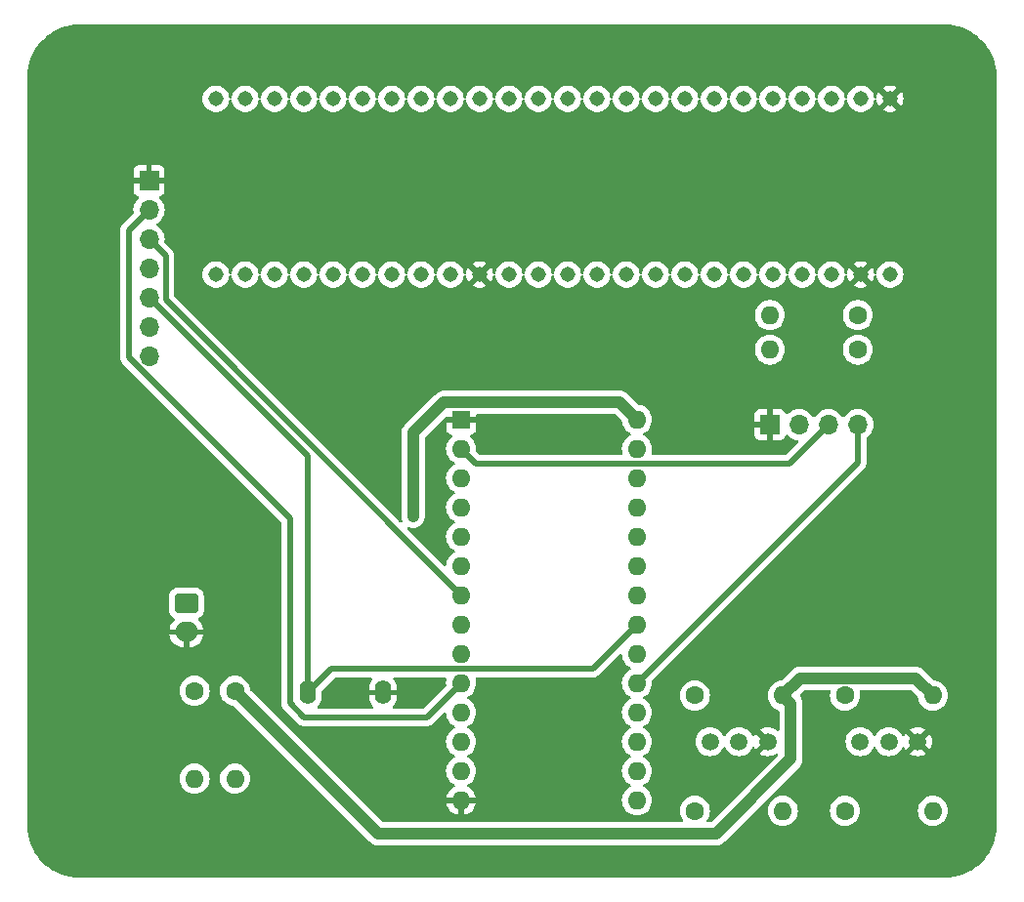
<source format=gbr>
%TF.GenerationSoftware,KiCad,Pcbnew,8.0.1*%
%TF.CreationDate,2024-08-14T10:37:23+09:00*%
%TF.ProjectId,master,6d617374-6572-42e6-9b69-6361645f7063,rev?*%
%TF.SameCoordinates,Original*%
%TF.FileFunction,Copper,L2,Bot*%
%TF.FilePolarity,Positive*%
%FSLAX46Y46*%
G04 Gerber Fmt 4.6, Leading zero omitted, Abs format (unit mm)*
G04 Created by KiCad (PCBNEW 8.0.1) date 2024-08-14 10:37:23*
%MOMM*%
%LPD*%
G01*
G04 APERTURE LIST*
G04 Aperture macros list*
%AMRoundRect*
0 Rectangle with rounded corners*
0 $1 Rounding radius*
0 $2 $3 $4 $5 $6 $7 $8 $9 X,Y pos of 4 corners*
0 Add a 4 corners polygon primitive as box body*
4,1,4,$2,$3,$4,$5,$6,$7,$8,$9,$2,$3,0*
0 Add four circle primitives for the rounded corners*
1,1,$1+$1,$2,$3*
1,1,$1+$1,$4,$5*
1,1,$1+$1,$6,$7*
1,1,$1+$1,$8,$9*
0 Add four rect primitives between the rounded corners*
20,1,$1+$1,$2,$3,$4,$5,0*
20,1,$1+$1,$4,$5,$6,$7,0*
20,1,$1+$1,$6,$7,$8,$9,0*
20,1,$1+$1,$8,$9,$2,$3,0*%
G04 Aperture macros list end*
%TA.AperFunction,ComponentPad*%
%ADD10C,1.308000*%
%TD*%
%TA.AperFunction,ComponentPad*%
%ADD11C,1.600000*%
%TD*%
%TA.AperFunction,ComponentPad*%
%ADD12O,1.600000X1.600000*%
%TD*%
%TA.AperFunction,ComponentPad*%
%ADD13O,1.400000X2.100000*%
%TD*%
%TA.AperFunction,ComponentPad*%
%ADD14R,1.600000X1.600000*%
%TD*%
%TA.AperFunction,ComponentPad*%
%ADD15C,1.500000*%
%TD*%
%TA.AperFunction,ComponentPad*%
%ADD16R,1.700000X1.700000*%
%TD*%
%TA.AperFunction,ComponentPad*%
%ADD17O,1.700000X1.700000*%
%TD*%
%TA.AperFunction,ComponentPad*%
%ADD18RoundRect,0.250000X-0.750000X0.600000X-0.750000X-0.600000X0.750000X-0.600000X0.750000X0.600000X0*%
%TD*%
%TA.AperFunction,ComponentPad*%
%ADD19O,2.000000X1.700000*%
%TD*%
%TA.AperFunction,ViaPad*%
%ADD20C,1.000000*%
%TD*%
%TA.AperFunction,Conductor*%
%ADD21C,1.000000*%
%TD*%
%TA.AperFunction,Conductor*%
%ADD22C,0.500000*%
%TD*%
G04 APERTURE END LIST*
D10*
%TO.P,Teensy 4.1,0,RX1*%
%TO.N,10*%
X4060000Y55753000D03*
%TO.P,Teensy 4.1,1,TX1*%
%TO.N,3*%
X1520000Y55753000D03*
%TO.P,Teensy 4.1,2,OUT2*%
%TO.N,unconnected-(U3-OUT2-Pad2)*%
X-1020000Y55753000D03*
%TO.P,Teensy 4.1,3,LRCLK2*%
%TO.N,unconnected-(U3-LRCLK2-Pad3)*%
X-3560000Y55753000D03*
%TO.P,Teensy 4.1,3.3V_1,3.3V*%
%TO.N,unconnected-(U3-3.3V-Pad3.3V_1)_0*%
X-28960000Y55753000D03*
%TO.P,Teensy 4.1,3.3V_2,3.3V*%
%TO.N,unconnected-(U3-3.3V-Pad3.3V_1)*%
X1520000Y40513000D03*
%TO.P,Teensy 4.1,4,BCLK2*%
%TO.N,unconnected-(U3-BCLK2-Pad4)*%
X-6100000Y55753000D03*
%TO.P,Teensy 4.1,5,IN2*%
%TO.N,unconnected-(U3-IN2-Pad5)*%
X-8640000Y55753000D03*
%TO.P,Teensy 4.1,6,OUT1D*%
%TO.N,unconnected-(U3-OUT1D-Pad6)*%
X-11180000Y55753000D03*
%TO.P,Teensy 4.1,7,RX2*%
%TO.N,unconnected-(U3-RX2-Pad7)*%
X-13720000Y55753000D03*
%TO.P,Teensy 4.1,8,TX2*%
%TO.N,unconnected-(U3-TX2-Pad8)*%
X-16260000Y55753000D03*
%TO.P,Teensy 4.1,9,OUT1C*%
%TO.N,unconnected-(U3-OUT1C-Pad9)*%
X-18800000Y55753000D03*
%TO.P,Teensy 4.1,10,CS1*%
%TO.N,unconnected-(U3-CS1-Pad10)*%
X-21340000Y55753000D03*
%TO.P,Teensy 4.1,11,MOSI*%
%TO.N,unconnected-(U3-MOSI-Pad11)*%
X-23880000Y55753000D03*
%TO.P,Teensy 4.1,12,MISO*%
%TO.N,unconnected-(U3-MISO-Pad12)*%
X-26420000Y55753000D03*
%TO.P,Teensy 4.1,13,SCK*%
%TO.N,unconnected-(U3-SCK-Pad13)*%
X-26420000Y40513000D03*
%TO.P,Teensy 4.1,14,A0*%
%TO.N,unconnected-(U3-A0-Pad14)*%
X-23880000Y40513000D03*
%TO.P,Teensy 4.1,15,A1*%
%TO.N,unconnected-(U3-A1-Pad15)*%
X-21340000Y40513000D03*
%TO.P,Teensy 4.1,16,A2*%
%TO.N,unconnected-(U3-A2-Pad16)*%
X-18800000Y40513000D03*
%TO.P,Teensy 4.1,17,A3*%
%TO.N,unconnected-(U3-A3-Pad17)*%
X-16260000Y40513000D03*
%TO.P,Teensy 4.1,18,A4*%
%TO.N,unconnected-(U3-A4-Pad18)*%
X-13720000Y40513000D03*
%TO.P,Teensy 4.1,19,A5*%
%TO.N,unconnected-(U3-A5-Pad19)*%
X-11180000Y40513000D03*
%TO.P,Teensy 4.1,20,A6*%
%TO.N,unconnected-(U3-A6-Pad20)*%
X-8640000Y40513000D03*
%TO.P,Teensy 4.1,21,A7*%
%TO.N,unconnected-(U3-A7-Pad21)*%
X-6100000Y40513000D03*
%TO.P,Teensy 4.1,22,A8*%
%TO.N,unconnected-(U3-A8-Pad22)*%
X-3560000Y40513000D03*
%TO.P,Teensy 4.1,23,A9*%
%TO.N,unconnected-(U3-A9-Pad23)*%
X-1020000Y40513000D03*
%TO.P,Teensy 4.1,24,A10*%
%TO.N,unconnected-(U3-A10-Pad24)*%
X-31500000Y55753000D03*
%TO.P,Teensy 4.1,25,A11*%
%TO.N,unconnected-(U3-A11-Pad25)*%
X-34040000Y55753000D03*
%TO.P,Teensy 4.1,26,A12*%
%TO.N,unconnected-(U3-A12-Pad26)*%
X-36580000Y55753000D03*
%TO.P,Teensy 4.1,27,A13*%
%TO.N,unconnected-(U3-A13-Pad27)*%
X-39120000Y55753000D03*
%TO.P,Teensy 4.1,28,RX7*%
%TO.N,unconnected-(U3-RX7-Pad28)*%
X-41660000Y55753000D03*
%TO.P,Teensy 4.1,29,TX7*%
%TO.N,unconnected-(U3-TX7-Pad29)*%
X-44200000Y55753000D03*
%TO.P,Teensy 4.1,30,CRX3*%
%TO.N,unconnected-(U3-CRX3-Pad30)*%
X-46740000Y55753000D03*
%TO.P,Teensy 4.1,31,CTX3*%
%TO.N,unconnected-(U3-CTX3-Pad31)*%
X-49280000Y55753000D03*
%TO.P,Teensy 4.1,32,OUT1B*%
%TO.N,unconnected-(U3-OUT1B-Pad32)*%
X-51820000Y55753000D03*
%TO.P,Teensy 4.1,33,MCLK2*%
%TO.N,unconnected-(U3-MCLK2-Pad33)*%
X-51820000Y40513000D03*
%TO.P,Teensy 4.1,34,RX8*%
%TO.N,unconnected-(U3-RX8-Pad34)*%
X-49280000Y40513000D03*
%TO.P,Teensy 4.1,35,TX8*%
%TO.N,unconnected-(U3-TX8-Pad35)*%
X-46740000Y40513000D03*
%TO.P,Teensy 4.1,36,CS2*%
%TO.N,unconnected-(U3-CS2-Pad36)*%
X-44200000Y40513000D03*
%TO.P,Teensy 4.1,37,CS3*%
%TO.N,unconnected-(U3-CS3-Pad37)*%
X-41660000Y40513000D03*
%TO.P,Teensy 4.1,38,A14*%
%TO.N,unconnected-(U3-A14-Pad38)*%
X-39120000Y40513000D03*
%TO.P,Teensy 4.1,39,A15*%
%TO.N,unconnected-(U3-A15-Pad39)*%
X-36580000Y40513000D03*
%TO.P,Teensy 4.1,40,A16*%
%TO.N,unconnected-(U3-A16-Pad40)*%
X-34040000Y40513000D03*
%TO.P,Teensy 4.1,41,A17*%
%TO.N,unconnected-(U3-A17-Pad41)*%
X-31500000Y40513000D03*
%TO.P,Teensy 4.1,GND1,GND*%
%TO.N,GND*%
X6600000Y55753000D03*
%TO.P,Teensy 4.1,GND2,GND*%
X-28960000Y40513000D03*
%TO.P,Teensy 4.1,GND3,GND*%
X4060000Y40513000D03*
%TO.P,Teensy 4.1,VIN,VIN*%
%TO.N,unconnected-(U3-PadVIN)*%
X6600000Y40513000D03*
%TD*%
D11*
%TO.P,R2,1*%
%TO.N,15*%
X-10310000Y-6000000D03*
D12*
%TO.P,R2,2*%
%TO.N,Net-(D2-A)*%
X-2690000Y-6000000D03*
%TD*%
D11*
%TO.P,R7,1*%
%TO.N,Net-(SW1-A)*%
X-10310000Y4000000D03*
D12*
%TO.P,R7,2*%
%TO.N,+3.3V*%
X-2690000Y4000000D03*
%TD*%
D13*
%TO.P,Reset,1,1*%
%TO.N,21*%
X-43860000Y4253000D03*
%TO.P,Reset,2,2*%
%TO.N,GND*%
X-37360000Y4253000D03*
%TD*%
D11*
%TO.P,R4,1*%
%TO.N,2*%
X3810000Y34000000D03*
D12*
%TO.P,R4,2*%
%TO.N,+3.3V*%
X-3810000Y34000000D03*
%TD*%
D11*
%TO.P,R3,1*%
%TO.N,16*%
X2690000Y-6000000D03*
D12*
%TO.P,R3,2*%
%TO.N,Net-(D3-A)*%
X10310000Y-6000000D03*
%TD*%
D14*
%TO.P,TWELITE DIP,1,GND*%
%TO.N,GND*%
X-30570000Y27933000D03*
D12*
%TO.P,TWELITE DIP,2,DIO14/SCL*%
%TO.N,2*%
X-30570000Y25393000D03*
%TO.P,TWELITE DIP,3,DIO7/RX*%
%TO.N,3*%
X-30570000Y22853000D03*
%TO.P,TWELITE DIP,4,DIO5/PWM1*%
%TO.N,4*%
X-30570000Y20313000D03*
%TO.P,TWELITE DIP,5,DIO18/DO1*%
%TO.N,5*%
X-30570000Y17773000D03*
%TO.P,TWELITE DIP,6,DO0/PWM2*%
%TO.N,6*%
X-30570000Y15233000D03*
%TO.P,TWELITE DIP,7,DO1/PWM3*%
%TO.N,7*%
X-30570000Y12693000D03*
%TO.P,TWELITE DIP,8,DIO19/DO2*%
%TO.N,8*%
X-30570000Y10153000D03*
%TO.P,TWELITE DIP,9,DIO4/DO3*%
%TO.N,9*%
X-30570000Y7613000D03*
%TO.P,TWELITE DIP,10,DIO6/TX*%
%TO.N,10*%
X-30570000Y5073000D03*
%TO.P,TWELITE DIP,11,DIO8/PWM4*%
%TO.N,11*%
X-30570000Y2533000D03*
%TO.P,TWELITE DIP,12,DIO9/DO4*%
%TO.N,12*%
X-30570000Y-7000D03*
%TO.P,TWELITE DIP,13,DIO10/M1*%
%TO.N,13*%
X-30570000Y-2547000D03*
%TO.P,TWELITE DIP,14,GND*%
%TO.N,GND*%
X-30570000Y-5087000D03*
%TO.P,TWELITE DIP,15,DIO12/DI1*%
%TO.N,15*%
X-15330000Y-5087000D03*
%TO.P,TWELITE DIP,16,DIO13/DI2*%
%TO.N,16*%
X-15330000Y-2547000D03*
%TO.P,TWELITE DIP,17,DIO11/DI3*%
%TO.N,17*%
X-15330000Y-7000D03*
%TO.P,TWELITE DIP,18,DIO16/DI4*%
%TO.N,18*%
X-15330000Y2533000D03*
%TO.P,TWELITE DIP,19,DIO15/SDA*%
%TO.N,19*%
X-15330000Y5073000D03*
%TO.P,TWELITE DIP,20,DIO17/BPS*%
%TO.N,20*%
X-15330000Y7613000D03*
%TO.P,TWELITE DIP,21,~{RESET}*%
%TO.N,21*%
X-15330000Y10153000D03*
%TO.P,TWELITE DIP,22,ADC1/AI1*%
%TO.N,22*%
X-15330000Y12693000D03*
%TO.P,TWELITE DIP,23,DIO0/AI2*%
%TO.N,23*%
X-15330000Y15233000D03*
%TO.P,TWELITE DIP,24,ADC2/AI3*%
%TO.N,24*%
X-15330000Y17773000D03*
%TO.P,TWELITE DIP,25,DIO1/AI4*%
%TO.N,25*%
X-15330000Y20313000D03*
%TO.P,TWELITE DIP,26,DIO2/M2*%
%TO.N,26*%
X-15330000Y22853000D03*
%TO.P,TWELITE DIP,27,DIO3/M3*%
%TO.N,27*%
X-15330000Y25393000D03*
%TO.P,TWELITE DIP,28,VCC*%
%TO.N,+3.3V*%
X-15330000Y27933000D03*
%TD*%
D15*
%TO.P,25/DIO1/AI4,1,A*%
%TO.N,Net-(SW2-A)*%
X4000000Y0D03*
%TO.P,25/DIO1/AI4,2,B*%
%TO.N,25*%
X6500000Y0D03*
%TO.P,25/DIO1/AI4,3,C*%
%TO.N,GND*%
X9000000Y0D03*
%TD*%
D11*
%TO.P,R1,1*%
%TO.N,+3.3V*%
X-53660000Y4413000D03*
D12*
%TO.P,R1,2*%
%TO.N,Net-(D1-A)*%
X-53660000Y-3207000D03*
%TD*%
D11*
%TO.P,R5,1*%
%TO.N,19*%
X3810000Y37000000D03*
D12*
%TO.P,R5,2*%
%TO.N,+3.3V*%
X-3810000Y37000000D03*
%TD*%
D16*
%TO.P,GND>,1,Pin_1*%
%TO.N,GND*%
X-57610000Y48663000D03*
D17*
%TO.P,GND>,2,Pin_2*%
%TO.N,10*%
X-57610000Y46123000D03*
%TO.P,GND>,3,Pin_3*%
%TO.N,7*%
X-57610000Y43583000D03*
%TO.P,GND>,4,Pin_4*%
%TO.N,3*%
X-57610000Y41043000D03*
%TO.P,GND>,5,Pin_5*%
%TO.N,21*%
X-57610000Y38503000D03*
%TO.P,GND>,6,Pin_6*%
%TO.N,unconnected-(J2-Pin_6-Pad6)*%
X-57610000Y35963000D03*
%TO.P,GND>,7,Pin_7*%
%TO.N,unconnected-(J2-Pin_7-Pad7)*%
X-57610000Y33423000D03*
%TD*%
D16*
%TO.P,Display,1,GND*%
%TO.N,GND*%
X-3810000Y27500000D03*
D17*
%TO.P,Display,2,VCC*%
%TO.N,+3.3V*%
X-1270000Y27500000D03*
%TO.P,Display,3,SCL*%
%TO.N,2*%
X1270000Y27500000D03*
%TO.P,Display,4,SDA*%
%TO.N,19*%
X3810000Y27500000D03*
%TD*%
D11*
%TO.P,R8,1*%
%TO.N,Net-(SW2-A)*%
X2690000Y4000000D03*
D12*
%TO.P,R8,2*%
%TO.N,+3.3V*%
X10310000Y4000000D03*
%TD*%
D18*
%TO.P,Vin,1,Pin_1*%
%TO.N,Net-(J1-Pin_1)*%
X-54360000Y12003000D03*
D19*
%TO.P,Vin,2,Pin_2*%
%TO.N,GND*%
X-54360000Y9503000D03*
%TD*%
D15*
%TO.P,23/DIO0/AI2,1,A*%
%TO.N,Net-(SW1-A)*%
X-9000000Y0D03*
%TO.P,23/DIO0/AI2,2,B*%
%TO.N,23*%
X-6500000Y0D03*
%TO.P,23/DIO0/AI2,3,C*%
%TO.N,GND*%
X-4000000Y0D03*
%TD*%
D11*
%TO.P,R6,1*%
%TO.N,+3.3V*%
X-50160000Y4413000D03*
D12*
%TO.P,R6,2*%
%TO.N,21*%
X-50160000Y-3207000D03*
%TD*%
D20*
%TO.N,+3.3V*%
X-34730000Y19543000D03*
%TD*%
D21*
%TO.N,+3.3V*%
X-37747000Y-8000000D02*
X-8500000Y-8000000D01*
X-2000000Y-1500000D02*
X-2000000Y3310000D01*
X-34730000Y19543000D02*
X-34730000Y26773000D01*
X-16830000Y29433000D02*
X-15330000Y27933000D01*
X-2000000Y3310000D02*
X-2690000Y4000000D01*
X-2690000Y4000000D02*
X-1190000Y5500000D01*
X8810000Y5500000D02*
X10310000Y4000000D01*
X-1190000Y5500000D02*
X8810000Y5500000D01*
X-32070000Y29433000D02*
X-16830000Y29433000D01*
X-8500000Y-8000000D02*
X-2000000Y-1500000D01*
X-50160000Y4413000D02*
X-37747000Y-8000000D01*
X-34730000Y26773000D02*
X-32070000Y29433000D01*
D22*
%TO.N,7*%
X-57610000Y43583000D02*
X-56170000Y42143000D01*
X-56170000Y42143000D02*
X-56170000Y38293000D01*
X-56170000Y38293000D02*
X-30570000Y12693000D01*
%TO.N,21*%
X-43860000Y4253000D02*
X-41790000Y6323000D01*
X-19160000Y6323000D02*
X-15330000Y10153000D01*
X-43860000Y24753000D02*
X-43860000Y4253000D01*
X-57610000Y38503000D02*
X-43860000Y24753000D01*
X-41790000Y6323000D02*
X-19160000Y6323000D01*
%TO.N,10*%
X-59370000Y44363000D02*
X-59370000Y33344522D01*
X-33530000Y2113000D02*
X-30570000Y5073000D01*
X-45410000Y3353000D02*
X-44170000Y2113000D01*
X-57610000Y46123000D02*
X-59370000Y44363000D01*
X-59370000Y33344522D02*
X-45410000Y19384522D01*
X-45410000Y19384522D02*
X-45410000Y3353000D01*
X-44170000Y2113000D02*
X-33530000Y2113000D01*
%TO.N,2*%
X-29280000Y24103000D02*
X-30570000Y25393000D01*
X1270000Y27500000D02*
X-2127000Y24103000D01*
X-2127000Y24103000D02*
X-29280000Y24103000D01*
%TO.N,19*%
X3810000Y24213000D02*
X3810000Y27500000D01*
X-15330000Y5073000D02*
X3810000Y24213000D01*
%TD*%
%TA.AperFunction,Conductor*%
%TO.N,GND*%
G36*
X-38315224Y5552815D02*
G01*
X-38269469Y5500011D01*
X-38259525Y5430853D01*
X-38281945Y5375615D01*
X-38386329Y5231940D01*
X-38472085Y5063637D01*
X-38530451Y4884002D01*
X-38560000Y4697447D01*
X-38560000Y4503000D01*
X-37760000Y4503000D01*
X-37760000Y4003000D01*
X-38560000Y4003000D01*
X-38560000Y3808552D01*
X-38530451Y3621997D01*
X-38472085Y3442362D01*
X-38386329Y3274059D01*
X-38275314Y3121258D01*
X-38275310Y3121253D01*
X-38229238Y3075181D01*
X-38195753Y3013858D01*
X-38200737Y2944166D01*
X-38242609Y2888233D01*
X-38308073Y2863816D01*
X-38316919Y2863500D01*
X-42902375Y2863500D01*
X-42969414Y2883185D01*
X-43015169Y2935989D01*
X-43025113Y3005147D01*
X-42996088Y3068703D01*
X-42990056Y3075181D01*
X-42944312Y3120924D01*
X-42944312Y3120925D01*
X-42944310Y3120927D01*
X-42896610Y3186579D01*
X-42833240Y3273800D01*
X-42747454Y3442163D01*
X-42689059Y3621881D01*
X-42659500Y3808513D01*
X-42659500Y4340770D01*
X-42639815Y4407809D01*
X-42623181Y4428451D01*
X-41515451Y5536181D01*
X-41454128Y5569666D01*
X-41427770Y5572500D01*
X-38382263Y5572500D01*
X-38315224Y5552815D01*
G37*
%TD.AperFunction*%
%TA.AperFunction,Conductor*%
G36*
X-31877098Y5552815D02*
G01*
X-31831343Y5500011D01*
X-31821399Y5430853D01*
X-31824362Y5416407D01*
X-31835292Y5375615D01*
X-31855635Y5299692D01*
X-31875468Y5073000D01*
X-31860869Y4906137D01*
X-31874635Y4837639D01*
X-31896713Y4807653D01*
X-33332227Y3372141D01*
X-33804549Y2899819D01*
X-33865872Y2866334D01*
X-33892230Y2863500D01*
X-36403081Y2863500D01*
X-36470120Y2883185D01*
X-36515875Y2935989D01*
X-36525819Y3005147D01*
X-36496794Y3068703D01*
X-36490762Y3075181D01*
X-36444689Y3121253D01*
X-36444685Y3121258D01*
X-36333670Y3274059D01*
X-36247914Y3442362D01*
X-36189548Y3621997D01*
X-36160000Y3808552D01*
X-36160000Y4003000D01*
X-36960000Y4003000D01*
X-36960000Y4503000D01*
X-36160000Y4503000D01*
X-36160000Y4697447D01*
X-36189548Y4884002D01*
X-36247914Y5063637D01*
X-36333670Y5231940D01*
X-36438055Y5375615D01*
X-36461535Y5441421D01*
X-36445709Y5509475D01*
X-36395604Y5558170D01*
X-36337737Y5572500D01*
X-31944137Y5572500D01*
X-31877098Y5552815D01*
G37*
%TD.AperFunction*%
%TA.AperFunction,Conductor*%
G36*
X-30890080Y28178606D02*
G01*
X-30942741Y28087394D01*
X-30970000Y27985661D01*
X-30970000Y27880339D01*
X-30942741Y27778606D01*
X-30890080Y27687394D01*
X-30885686Y27683000D01*
X-31870000Y27683000D01*
X-31870000Y27085172D01*
X-31869999Y27085155D01*
X-31863598Y27025627D01*
X-31863596Y27025620D01*
X-31813354Y26890913D01*
X-31813350Y26890906D01*
X-31727190Y26775812D01*
X-31727187Y26775809D01*
X-31612093Y26689649D01*
X-31612086Y26689645D01*
X-31477379Y26639403D01*
X-31477373Y26639401D01*
X-31441778Y26635574D01*
X-31377228Y26608835D01*
X-31337381Y26551441D01*
X-31334888Y26481616D01*
X-31370542Y26421528D01*
X-31383908Y26410713D01*
X-31409139Y26393047D01*
X-31570047Y26232139D01*
X-31700568Y26045734D01*
X-31796739Y25839496D01*
X-31855635Y25619692D01*
X-31875468Y25393000D01*
X-31855635Y25166308D01*
X-31796739Y24946504D01*
X-31700568Y24740266D01*
X-31700567Y24740265D01*
X-31570045Y24553858D01*
X-31409141Y24392954D01*
X-31222734Y24262432D01*
X-31222728Y24262429D01*
X-31164725Y24235382D01*
X-31112285Y24189210D01*
X-31093133Y24122017D01*
X-31113348Y24055135D01*
X-31164724Y24010618D01*
X-31222734Y23983568D01*
X-31409139Y23853047D01*
X-31570047Y23692139D01*
X-31700568Y23505734D01*
X-31796739Y23299496D01*
X-31855635Y23079692D01*
X-31875468Y22853000D01*
X-31855635Y22626308D01*
X-31796739Y22406504D01*
X-31700568Y22200266D01*
X-31700567Y22200265D01*
X-31570045Y22013858D01*
X-31409141Y21852954D01*
X-31222734Y21722432D01*
X-31222728Y21722429D01*
X-31164725Y21695382D01*
X-31112285Y21649210D01*
X-31093133Y21582017D01*
X-31113348Y21515135D01*
X-31164724Y21470618D01*
X-31222734Y21443568D01*
X-31409139Y21313047D01*
X-31570047Y21152139D01*
X-31700568Y20965734D01*
X-31796739Y20759496D01*
X-31855635Y20539692D01*
X-31875468Y20313000D01*
X-31855635Y20086308D01*
X-31855633Y20086302D01*
X-31799978Y19878590D01*
X-31796739Y19866504D01*
X-31700568Y19660266D01*
X-31602839Y19520693D01*
X-31570045Y19473858D01*
X-31409141Y19312954D01*
X-31222734Y19182432D01*
X-31222728Y19182429D01*
X-31164725Y19155382D01*
X-31112285Y19109210D01*
X-31093133Y19042017D01*
X-31113348Y18975135D01*
X-31164724Y18930618D01*
X-31222734Y18903568D01*
X-31409139Y18773047D01*
X-31570047Y18612139D01*
X-31700568Y18425734D01*
X-31796739Y18219496D01*
X-31855635Y17999692D01*
X-31875468Y17773000D01*
X-31855635Y17546308D01*
X-31796739Y17326504D01*
X-31700568Y17120266D01*
X-31700567Y17120265D01*
X-31570045Y16933858D01*
X-31409141Y16772954D01*
X-31222734Y16642432D01*
X-31222728Y16642429D01*
X-31164725Y16615382D01*
X-31112285Y16569210D01*
X-31093133Y16502017D01*
X-31113348Y16435135D01*
X-31164724Y16390618D01*
X-31222734Y16363568D01*
X-31409139Y16233047D01*
X-31570047Y16072139D01*
X-31700568Y15885734D01*
X-31796739Y15679496D01*
X-31855635Y15459692D01*
X-31866223Y15338669D01*
X-31891674Y15273604D01*
X-31948265Y15232625D01*
X-32018026Y15228746D01*
X-32077431Y15261798D01*
X-35216978Y18401345D01*
X-35250463Y18462668D01*
X-35245479Y18532360D01*
X-35203607Y18588293D01*
X-35138143Y18612710D01*
X-35093303Y18607687D01*
X-35073283Y18601614D01*
X-35061834Y18597517D01*
X-35021834Y18580948D01*
X-35021827Y18580946D01*
X-34979378Y18572503D01*
X-34967575Y18569547D01*
X-34926134Y18556976D01*
X-34926130Y18556975D01*
X-34883035Y18552730D01*
X-34871006Y18550945D01*
X-34828544Y18542500D01*
X-34828541Y18542500D01*
X-34785244Y18542500D01*
X-34773090Y18541903D01*
X-34730000Y18537659D01*
X-34686909Y18541903D01*
X-34674756Y18542500D01*
X-34631453Y18542500D01*
X-34588991Y18550945D01*
X-34576963Y18552730D01*
X-34533867Y18556976D01*
X-34492427Y18569546D01*
X-34480626Y18572502D01*
X-34438166Y18580948D01*
X-34438161Y18580949D01*
X-34398159Y18597518D01*
X-34386707Y18601616D01*
X-34345272Y18614186D01*
X-34307091Y18634594D01*
X-34296093Y18639795D01*
X-34256091Y18656364D01*
X-34220080Y18680426D01*
X-34209645Y18686680D01*
X-34171465Y18707087D01*
X-34171460Y18707091D01*
X-34137990Y18734557D01*
X-34128225Y18741799D01*
X-34092225Y18765855D01*
X-34092219Y18765860D01*
X-34061595Y18796483D01*
X-34052584Y18804650D01*
X-34019117Y18832117D01*
X-33991650Y18865584D01*
X-33983483Y18874595D01*
X-33952860Y18905219D01*
X-33952855Y18905225D01*
X-33928799Y18941225D01*
X-33921557Y18950990D01*
X-33894091Y18984460D01*
X-33894087Y18984465D01*
X-33873680Y19022645D01*
X-33867426Y19033080D01*
X-33843364Y19069091D01*
X-33826795Y19109093D01*
X-33821594Y19120091D01*
X-33801186Y19158272D01*
X-33788616Y19199707D01*
X-33784518Y19211159D01*
X-33767949Y19251161D01*
X-33767948Y19251166D01*
X-33759502Y19293626D01*
X-33756546Y19305427D01*
X-33743976Y19346867D01*
X-33739730Y19389963D01*
X-33737945Y19401991D01*
X-33729500Y19444453D01*
X-33729500Y19487754D01*
X-33728903Y19499907D01*
X-33724659Y19542999D01*
X-33728903Y19586090D01*
X-33729500Y19598244D01*
X-33729500Y26307218D01*
X-33709815Y26374257D01*
X-33693181Y26394899D01*
X-31941399Y28146681D01*
X-31880076Y28180166D01*
X-31853718Y28183000D01*
X-30885686Y28183000D01*
X-30890080Y28178606D01*
G37*
%TD.AperFunction*%
%TA.AperFunction,Conductor*%
G36*
X-17228743Y28412815D02*
G01*
X-17208101Y28396181D01*
X-16656887Y27844966D01*
X-16623402Y27783643D01*
X-16621040Y27768098D01*
X-16615635Y27706308D01*
X-16556739Y27486504D01*
X-16460568Y27280266D01*
X-16437215Y27246914D01*
X-16330045Y27093858D01*
X-16169141Y26932954D01*
X-16061783Y26857782D01*
X-15982734Y26802432D01*
X-15925648Y26775812D01*
X-15924725Y26775382D01*
X-15872285Y26729210D01*
X-15853133Y26662017D01*
X-15873348Y26595135D01*
X-15924724Y26550618D01*
X-15982734Y26523568D01*
X-16169139Y26393047D01*
X-16330047Y26232139D01*
X-16460568Y26045734D01*
X-16556739Y25839496D01*
X-16615635Y25619692D01*
X-16635468Y25393000D01*
X-16615635Y25166308D01*
X-16595858Y25092502D01*
X-16573644Y25009593D01*
X-16575307Y24939743D01*
X-16614470Y24881881D01*
X-16678698Y24854377D01*
X-16693419Y24853500D01*
X-28917771Y24853500D01*
X-28984810Y24873185D01*
X-29005452Y24889819D01*
X-29243282Y25127650D01*
X-29276767Y25188973D01*
X-29279129Y25226137D01*
X-29264532Y25392996D01*
X-29264532Y25393001D01*
X-29284364Y25619686D01*
X-29284366Y25619697D01*
X-29343258Y25839488D01*
X-29343261Y25839497D01*
X-29439431Y26045732D01*
X-29439432Y26045734D01*
X-29569954Y26232141D01*
X-29730858Y26393045D01*
X-29756086Y26410710D01*
X-29799711Y26465287D01*
X-29806905Y26534785D01*
X-29775382Y26597140D01*
X-29715153Y26632554D01*
X-29698221Y26635574D01*
X-29662626Y26639401D01*
X-29662620Y26639403D01*
X-29527913Y26689645D01*
X-29527906Y26689649D01*
X-29412812Y26775809D01*
X-29412809Y26775812D01*
X-29326649Y26890906D01*
X-29326645Y26890913D01*
X-29276403Y27025620D01*
X-29276401Y27025627D01*
X-29270000Y27085155D01*
X-29270000Y27683000D01*
X-30254314Y27683000D01*
X-30249920Y27687394D01*
X-30197259Y27778606D01*
X-30170000Y27880339D01*
X-30170000Y27985661D01*
X-30197259Y28087394D01*
X-30249920Y28178606D01*
X-30254314Y28183000D01*
X-29270000Y28183000D01*
X-29270000Y28308500D01*
X-29250315Y28375539D01*
X-29197511Y28421294D01*
X-29146000Y28432500D01*
X-17295782Y28432500D01*
X-17228743Y28412815D01*
G37*
%TD.AperFunction*%
%TA.AperFunction,Conductor*%
G36*
X11342703Y62202382D02*
G01*
X11726750Y62185614D01*
X11737526Y62184671D01*
X12115957Y62134849D01*
X12126610Y62132971D01*
X12499272Y62050354D01*
X12509721Y62047554D01*
X12873755Y61932775D01*
X12883921Y61929075D01*
X13236572Y61783002D01*
X13246376Y61778430D01*
X13584942Y61602183D01*
X13594310Y61596775D01*
X13916244Y61391681D01*
X13925105Y61385476D01*
X14227930Y61153110D01*
X14236217Y61146156D01*
X14517635Y60888284D01*
X14525284Y60880635D01*
X14783156Y60599217D01*
X14790110Y60590930D01*
X15022476Y60288105D01*
X15028681Y60279244D01*
X15233775Y59957310D01*
X15239183Y59947942D01*
X15415430Y59609376D01*
X15420002Y59599572D01*
X15566075Y59246921D01*
X15569775Y59236755D01*
X15684554Y58872721D01*
X15687354Y58862272D01*
X15769971Y58489610D01*
X15771849Y58478957D01*
X15821671Y58100526D01*
X15822614Y58089750D01*
X15839382Y57705702D01*
X15839500Y57700293D01*
X15839500Y-7294293D01*
X15839382Y-7299702D01*
X15822614Y-7683750D01*
X15821671Y-7694526D01*
X15771849Y-8072957D01*
X15769971Y-8083610D01*
X15687354Y-8456272D01*
X15684554Y-8466721D01*
X15569775Y-8830755D01*
X15566075Y-8840921D01*
X15420002Y-9193572D01*
X15415430Y-9203376D01*
X15239183Y-9541942D01*
X15233775Y-9551310D01*
X15028681Y-9873244D01*
X15022476Y-9882105D01*
X14790110Y-10184930D01*
X14783156Y-10193217D01*
X14525284Y-10474635D01*
X14517635Y-10482284D01*
X14236217Y-10740156D01*
X14227930Y-10747110D01*
X13925105Y-10979476D01*
X13916244Y-10985681D01*
X13594310Y-11190775D01*
X13584942Y-11196183D01*
X13246376Y-11372430D01*
X13236572Y-11377002D01*
X12883921Y-11523075D01*
X12873755Y-11526775D01*
X12509721Y-11641554D01*
X12499272Y-11644354D01*
X12126610Y-11726971D01*
X12115957Y-11728849D01*
X11737526Y-11778671D01*
X11726750Y-11779614D01*
X11342703Y-11796382D01*
X11337294Y-11796500D01*
X-63657294Y-11796500D01*
X-63662703Y-11796382D01*
X-64046750Y-11779614D01*
X-64057526Y-11778671D01*
X-64435957Y-11728849D01*
X-64446610Y-11726971D01*
X-64819272Y-11644354D01*
X-64829721Y-11641554D01*
X-65193755Y-11526775D01*
X-65203921Y-11523075D01*
X-65556572Y-11377002D01*
X-65566376Y-11372430D01*
X-65904942Y-11196183D01*
X-65914310Y-11190775D01*
X-66236244Y-10985681D01*
X-66245105Y-10979476D01*
X-66547930Y-10747110D01*
X-66556217Y-10740156D01*
X-66837635Y-10482284D01*
X-66845284Y-10474635D01*
X-67103156Y-10193217D01*
X-67110110Y-10184930D01*
X-67342476Y-9882105D01*
X-67348681Y-9873244D01*
X-67553775Y-9551310D01*
X-67559183Y-9541942D01*
X-67735430Y-9203376D01*
X-67740002Y-9193572D01*
X-67886075Y-8840921D01*
X-67889775Y-8830755D01*
X-68004554Y-8466721D01*
X-68007354Y-8456272D01*
X-68089971Y-8083610D01*
X-68091849Y-8072957D01*
X-68141671Y-7694526D01*
X-68142614Y-7683750D01*
X-68159382Y-7299702D01*
X-68159500Y-7294293D01*
X-68159500Y-3207000D01*
X-54965468Y-3207000D01*
X-54945635Y-3433692D01*
X-54886739Y-3653496D01*
X-54790568Y-3859734D01*
X-54660047Y-4046139D01*
X-54499139Y-4207047D01*
X-54312734Y-4337568D01*
X-54106496Y-4433739D01*
X-53886692Y-4492635D01*
X-53716673Y-4507509D01*
X-53660002Y-4512468D01*
X-53660000Y-4512468D01*
X-53659998Y-4512468D01*
X-53595230Y-4506801D01*
X-53433308Y-4492635D01*
X-53266415Y-4447916D01*
X-53213511Y-4433741D01*
X-53213509Y-4433740D01*
X-53213504Y-4433739D01*
X-53007266Y-4337568D01*
X-52820861Y-4207047D01*
X-52820858Y-4207045D01*
X-52659954Y-4046141D01*
X-52529432Y-3859734D01*
X-52529431Y-3859732D01*
X-52433261Y-3653497D01*
X-52433258Y-3653488D01*
X-52374366Y-3433697D01*
X-52374364Y-3433686D01*
X-52354532Y-3207001D01*
X-52354532Y-3207000D01*
X-51465468Y-3207000D01*
X-51445635Y-3433692D01*
X-51386739Y-3653496D01*
X-51290568Y-3859734D01*
X-51160047Y-4046139D01*
X-50999139Y-4207047D01*
X-50812734Y-4337568D01*
X-50606496Y-4433739D01*
X-50386692Y-4492635D01*
X-50216673Y-4507509D01*
X-50160002Y-4512468D01*
X-50160000Y-4512468D01*
X-50159998Y-4512468D01*
X-50095230Y-4506801D01*
X-49933308Y-4492635D01*
X-49766415Y-4447916D01*
X-49713511Y-4433741D01*
X-49713509Y-4433740D01*
X-49713504Y-4433739D01*
X-49507266Y-4337568D01*
X-49320861Y-4207047D01*
X-49320858Y-4207045D01*
X-49159954Y-4046141D01*
X-49029432Y-3859734D01*
X-49029431Y-3859732D01*
X-48933261Y-3653497D01*
X-48933258Y-3653488D01*
X-48874366Y-3433697D01*
X-48874364Y-3433686D01*
X-48854532Y-3207001D01*
X-48854532Y-3206998D01*
X-48874364Y-2980313D01*
X-48874366Y-2980302D01*
X-48933258Y-2760511D01*
X-48933261Y-2760502D01*
X-49029431Y-2554267D01*
X-49029432Y-2554265D01*
X-49159954Y-2367858D01*
X-49320858Y-2206954D01*
X-49507265Y-2076432D01*
X-49507267Y-2076431D01*
X-49713502Y-1980261D01*
X-49713511Y-1980258D01*
X-49933302Y-1921366D01*
X-49933313Y-1921364D01*
X-50159998Y-1901532D01*
X-50160002Y-1901532D01*
X-50386686Y-1921364D01*
X-50386691Y-1921364D01*
X-50386692Y-1921365D01*
X-50386693Y-1921365D01*
X-50386697Y-1921366D01*
X-50606488Y-1980258D01*
X-50606497Y-1980261D01*
X-50812732Y-2076431D01*
X-50812734Y-2076432D01*
X-50999141Y-2206954D01*
X-51160045Y-2367858D01*
X-51160047Y-2367861D01*
X-51290568Y-2554266D01*
X-51386739Y-2760504D01*
X-51445635Y-2980308D01*
X-51465468Y-3207000D01*
X-52354532Y-3207000D01*
X-52354532Y-3206998D01*
X-52374364Y-2980313D01*
X-52374366Y-2980302D01*
X-52433258Y-2760511D01*
X-52433261Y-2760502D01*
X-52529431Y-2554267D01*
X-52529432Y-2554265D01*
X-52659954Y-2367858D01*
X-52820858Y-2206954D01*
X-53007265Y-2076432D01*
X-53007267Y-2076431D01*
X-53213502Y-1980261D01*
X-53213511Y-1980258D01*
X-53433302Y-1921366D01*
X-53433313Y-1921364D01*
X-53659998Y-1901532D01*
X-53660002Y-1901532D01*
X-53886686Y-1921364D01*
X-53886691Y-1921364D01*
X-53886692Y-1921365D01*
X-53886693Y-1921365D01*
X-53886697Y-1921366D01*
X-54106488Y-1980258D01*
X-54106497Y-1980261D01*
X-54312732Y-2076431D01*
X-54312734Y-2076432D01*
X-54499141Y-2206954D01*
X-54660045Y-2367858D01*
X-54660047Y-2367861D01*
X-54790568Y-2554266D01*
X-54886739Y-2760504D01*
X-54945635Y-2980308D01*
X-54965468Y-3207000D01*
X-68159500Y-3207000D01*
X-68159500Y4413000D01*
X-54965468Y4413000D01*
X-54945635Y4186308D01*
X-54945633Y4186302D01*
X-54893692Y3992451D01*
X-54886739Y3966504D01*
X-54790568Y3760266D01*
X-54774511Y3737334D01*
X-54660045Y3573858D01*
X-54499141Y3412954D01*
X-54312734Y3282432D01*
X-54312732Y3282431D01*
X-54106497Y3186261D01*
X-54106488Y3186258D01*
X-53886697Y3127366D01*
X-53886686Y3127364D01*
X-53660002Y3107532D01*
X-53660000Y3107532D01*
X-53659998Y3107532D01*
X-53433313Y3127364D01*
X-53433302Y3127366D01*
X-53213511Y3186258D01*
X-53213502Y3186261D01*
X-53007267Y3282431D01*
X-53007265Y3282432D01*
X-52820858Y3412954D01*
X-52659954Y3573858D01*
X-52529432Y3760265D01*
X-52529431Y3760267D01*
X-52433261Y3966502D01*
X-52433258Y3966511D01*
X-52374366Y4186302D01*
X-52374364Y4186313D01*
X-52354532Y4412998D01*
X-52354532Y4413000D01*
X-51465468Y4413000D01*
X-51445635Y4186308D01*
X-51445633Y4186302D01*
X-51393692Y3992451D01*
X-51386739Y3966504D01*
X-51290568Y3760266D01*
X-51274511Y3737334D01*
X-51160045Y3573858D01*
X-50999141Y3412954D01*
X-50812734Y3282432D01*
X-50812732Y3282431D01*
X-50606497Y3186261D01*
X-50606488Y3186258D01*
X-50386697Y3127366D01*
X-50386688Y3127364D01*
X-50324902Y3121958D01*
X-50259834Y3096504D01*
X-50248031Y3086111D01*
X-38531208Y-8630710D01*
X-38531206Y-8630714D01*
X-38524140Y-8637779D01*
X-38524139Y-8637782D01*
X-38384782Y-8777139D01*
X-38220914Y-8886632D01*
X-38092165Y-8939961D01*
X-38038836Y-8962051D01*
X-37942188Y-8981275D01*
X-37869702Y-8995693D01*
X-37845542Y-9000500D01*
X-37845541Y-9000500D01*
X-8401458Y-9000500D01*
X-8352472Y-8990755D01*
X-8304812Y-8981275D01*
X-8208164Y-8962051D01*
X-8197744Y-8957735D01*
X-8154833Y-8939961D01*
X-8026092Y-8886635D01*
X-8026079Y-8886628D01*
X-7862218Y-8777139D01*
X-7862214Y-8777136D01*
X-7719764Y-8634686D01*
X-7719735Y-8634655D01*
X-5085080Y-6000000D01*
X-3995468Y-6000000D01*
X-3975635Y-6226692D01*
X-3916739Y-6446496D01*
X-3820568Y-6652734D01*
X-3690047Y-6839139D01*
X-3529139Y-7000047D01*
X-3342734Y-7130568D01*
X-3136496Y-7226739D01*
X-2916692Y-7285635D01*
X-2746673Y-7300509D01*
X-2690002Y-7305468D01*
X-2690000Y-7305468D01*
X-2689998Y-7305468D01*
X-2624094Y-7299702D01*
X-2463308Y-7285635D01*
X-2243504Y-7226739D01*
X-2037266Y-7130568D01*
X-1850861Y-7000047D01*
X-1850858Y-7000045D01*
X-1689954Y-6839141D01*
X-1559432Y-6652734D01*
X-1559431Y-6652732D01*
X-1463261Y-6446497D01*
X-1463258Y-6446488D01*
X-1404366Y-6226697D01*
X-1404364Y-6226686D01*
X-1384532Y-6000001D01*
X1384532Y-6000001D01*
X1404364Y-6226686D01*
X1404366Y-6226697D01*
X1463258Y-6446488D01*
X1463261Y-6446497D01*
X1559431Y-6652732D01*
X1559432Y-6652734D01*
X1689954Y-6839141D01*
X1850858Y-7000045D01*
X1850861Y-7000047D01*
X2037266Y-7130568D01*
X2243504Y-7226739D01*
X2463308Y-7285635D01*
X2624094Y-7299702D01*
X2689998Y-7305468D01*
X2690000Y-7305468D01*
X2690002Y-7305468D01*
X2746673Y-7300509D01*
X2916692Y-7285635D01*
X3136496Y-7226739D01*
X3342734Y-7130568D01*
X3529139Y-7000047D01*
X3690047Y-6839139D01*
X3820568Y-6652734D01*
X3916739Y-6446496D01*
X3975635Y-6226692D01*
X3995468Y-6000001D01*
X9004532Y-6000001D01*
X9024364Y-6226686D01*
X9024366Y-6226697D01*
X9083258Y-6446488D01*
X9083261Y-6446497D01*
X9179431Y-6652732D01*
X9179432Y-6652734D01*
X9309954Y-6839141D01*
X9470858Y-7000045D01*
X9470861Y-7000047D01*
X9657266Y-7130568D01*
X9863504Y-7226739D01*
X10083308Y-7285635D01*
X10244094Y-7299702D01*
X10309998Y-7305468D01*
X10310000Y-7305468D01*
X10310002Y-7305468D01*
X10366673Y-7300509D01*
X10536692Y-7285635D01*
X10756496Y-7226739D01*
X10962734Y-7130568D01*
X11149139Y-7000047D01*
X11310047Y-6839139D01*
X11440568Y-6652734D01*
X11536739Y-6446496D01*
X11595635Y-6226692D01*
X11615468Y-6000000D01*
X11595635Y-5773308D01*
X11536739Y-5553504D01*
X11440568Y-5347266D01*
X11310047Y-5160861D01*
X11310045Y-5160858D01*
X11149141Y-4999954D01*
X10962734Y-4869432D01*
X10962732Y-4869431D01*
X10756497Y-4773261D01*
X10756488Y-4773258D01*
X10536697Y-4714366D01*
X10536693Y-4714365D01*
X10536692Y-4714365D01*
X10536691Y-4714364D01*
X10536686Y-4714364D01*
X10310002Y-4694532D01*
X10309998Y-4694532D01*
X10083313Y-4714364D01*
X10083302Y-4714366D01*
X9863511Y-4773258D01*
X9863502Y-4773261D01*
X9657267Y-4869431D01*
X9657265Y-4869432D01*
X9470858Y-4999954D01*
X9309954Y-5160858D01*
X9179432Y-5347265D01*
X9179431Y-5347267D01*
X9083261Y-5553502D01*
X9083258Y-5553511D01*
X9024366Y-5773302D01*
X9024364Y-5773313D01*
X9004532Y-5999998D01*
X9004532Y-6000001D01*
X3995468Y-6000001D01*
X3995468Y-6000000D01*
X3975635Y-5773308D01*
X3916739Y-5553504D01*
X3820568Y-5347266D01*
X3690047Y-5160861D01*
X3690045Y-5160858D01*
X3529141Y-4999954D01*
X3342734Y-4869432D01*
X3342732Y-4869431D01*
X3136497Y-4773261D01*
X3136488Y-4773258D01*
X2916697Y-4714366D01*
X2916693Y-4714365D01*
X2916692Y-4714365D01*
X2916691Y-4714364D01*
X2916686Y-4714364D01*
X2690002Y-4694532D01*
X2689998Y-4694532D01*
X2463313Y-4714364D01*
X2463302Y-4714366D01*
X2243511Y-4773258D01*
X2243502Y-4773261D01*
X2037267Y-4869431D01*
X2037265Y-4869432D01*
X1850858Y-4999954D01*
X1689954Y-5160858D01*
X1559432Y-5347265D01*
X1559431Y-5347267D01*
X1463261Y-5553502D01*
X1463258Y-5553511D01*
X1404366Y-5773302D01*
X1404364Y-5773313D01*
X1384532Y-5999998D01*
X1384532Y-6000001D01*
X-1384532Y-6000001D01*
X-1384532Y-5999998D01*
X-1404364Y-5773313D01*
X-1404366Y-5773302D01*
X-1463258Y-5553511D01*
X-1463261Y-5553502D01*
X-1559431Y-5347267D01*
X-1559432Y-5347265D01*
X-1689954Y-5160858D01*
X-1850858Y-4999954D01*
X-2037265Y-4869432D01*
X-2037267Y-4869431D01*
X-2243502Y-4773261D01*
X-2243511Y-4773258D01*
X-2463302Y-4714366D01*
X-2463313Y-4714364D01*
X-2689998Y-4694532D01*
X-2690002Y-4694532D01*
X-2916686Y-4714364D01*
X-2916691Y-4714364D01*
X-2916692Y-4714365D01*
X-2916693Y-4714365D01*
X-2916697Y-4714366D01*
X-3136488Y-4773258D01*
X-3136497Y-4773261D01*
X-3342732Y-4869431D01*
X-3342734Y-4869432D01*
X-3529141Y-4999954D01*
X-3690045Y-5160858D01*
X-3690047Y-5160861D01*
X-3820568Y-5347266D01*
X-3916739Y-5553504D01*
X-3975635Y-5773308D01*
X-3995468Y-6000000D01*
X-5085080Y-6000000D01*
X-1366559Y-2281479D01*
X-1366537Y-2281459D01*
X-1222863Y-2137785D01*
X-1222860Y-2137781D01*
X-1113371Y-1973920D01*
X-1113364Y-1973907D01*
X-1037950Y-1791839D01*
X-1037947Y-1791829D01*
X-999500Y-1598543D01*
X-999500Y-2D01*
X2744723Y-2D01*
X2763793Y-217975D01*
X2763793Y-217979D01*
X2820422Y-429322D01*
X2820424Y-429326D01*
X2820425Y-429330D01*
X2837653Y-466275D01*
X2912897Y-627638D01*
X2912898Y-627639D01*
X3038402Y-806877D01*
X3193123Y-961598D01*
X3372361Y-1087102D01*
X3570670Y-1179575D01*
X3782023Y-1236207D01*
X3964926Y-1252208D01*
X3999998Y-1255277D01*
X4000000Y-1255277D01*
X4000002Y-1255277D01*
X4028254Y-1252805D01*
X4217977Y-1236207D01*
X4429330Y-1179575D01*
X4627639Y-1087102D01*
X4806877Y-961598D01*
X4961598Y-806877D01*
X5087102Y-627639D01*
X5137618Y-519306D01*
X5183790Y-466867D01*
X5250984Y-447715D01*
X5317865Y-467931D01*
X5362382Y-519307D01*
X5412779Y-627385D01*
X5412898Y-627639D01*
X5538402Y-806877D01*
X5693123Y-961598D01*
X5872361Y-1087102D01*
X6070670Y-1179575D01*
X6282023Y-1236207D01*
X6464926Y-1252208D01*
X6499998Y-1255277D01*
X6500000Y-1255277D01*
X6500002Y-1255277D01*
X6528254Y-1252805D01*
X6717977Y-1236207D01*
X6929330Y-1179575D01*
X7127639Y-1087102D01*
X7306877Y-961598D01*
X7461598Y-806877D01*
X7587102Y-627639D01*
X7637894Y-518714D01*
X7684066Y-466275D01*
X7751259Y-447123D01*
X7818141Y-467339D01*
X7862658Y-518715D01*
X7913331Y-627384D01*
X7913332Y-627386D01*
X7956874Y-689571D01*
X8600000Y-46445D01*
X8600000Y-52661D01*
X8627259Y-154394D01*
X8679920Y-245606D01*
X8754394Y-320080D01*
X8845606Y-372741D01*
X8947339Y-400000D01*
X8953553Y-400000D01*
X8310427Y-1043124D01*
X8372612Y-1086666D01*
X8570840Y-1179101D01*
X8570849Y-1179105D01*
X8782105Y-1235710D01*
X8782115Y-1235712D01*
X8999999Y-1254775D01*
X9000001Y-1254775D01*
X9217884Y-1235712D01*
X9217894Y-1235710D01*
X9429150Y-1179105D01*
X9429164Y-1179100D01*
X9627383Y-1086669D01*
X9627385Y-1086668D01*
X9689571Y-1043124D01*
X9046448Y-400000D01*
X9052661Y-400000D01*
X9154394Y-372741D01*
X9245606Y-320080D01*
X9320080Y-245606D01*
X9372741Y-154394D01*
X9400000Y-52661D01*
X9400000Y-46446D01*
X10043124Y-689570D01*
X10086668Y-627385D01*
X10086669Y-627383D01*
X10179100Y-429164D01*
X10179105Y-429150D01*
X10235710Y-217894D01*
X10235712Y-217884D01*
X10254775Y0D01*
X10235712Y217884D01*
X10235710Y217894D01*
X10179105Y429150D01*
X10179101Y429159D01*
X10086668Y627384D01*
X10043124Y689571D01*
X9400000Y46447D01*
X9400000Y52661D01*
X9372741Y154394D01*
X9320080Y245606D01*
X9245606Y320080D01*
X9154394Y372741D01*
X9052661Y400000D01*
X9046448Y400000D01*
X9689571Y1043124D01*
X9627385Y1086668D01*
X9627383Y1086669D01*
X9429164Y1179100D01*
X9429150Y1179105D01*
X9217894Y1235710D01*
X9217884Y1235712D01*
X9000001Y1254775D01*
X8999999Y1254775D01*
X8782115Y1235712D01*
X8782105Y1235710D01*
X8570849Y1179105D01*
X8570840Y1179101D01*
X8372614Y1086667D01*
X8372612Y1086666D01*
X8310428Y1043124D01*
X8310427Y1043124D01*
X8953553Y400000D01*
X8947339Y400000D01*
X8845606Y372741D01*
X8754394Y320080D01*
X8679920Y245606D01*
X8627259Y154394D01*
X8600000Y52661D01*
X8600000Y46446D01*
X7956875Y689571D01*
X7956873Y689570D01*
X7913335Y627390D01*
X7862658Y518714D01*
X7816486Y466275D01*
X7749292Y447123D01*
X7682411Y467339D01*
X7637894Y518714D01*
X7637618Y519306D01*
X7587102Y627638D01*
X7461598Y806877D01*
X7306877Y961598D01*
X7127639Y1087102D01*
X6929330Y1179575D01*
X6717977Y1236207D01*
X6532462Y1252437D01*
X6500002Y1255277D01*
X6499998Y1255277D01*
X6469787Y1252633D01*
X6282023Y1236207D01*
X6220564Y1219739D01*
X6128741Y1195135D01*
X6070670Y1179575D01*
X5872362Y1087102D01*
X5872361Y1087101D01*
X5872357Y1087099D01*
X5693121Y961597D01*
X5538402Y806878D01*
X5412900Y627642D01*
X5412898Y627638D01*
X5362382Y519306D01*
X5316210Y466867D01*
X5249016Y447715D01*
X5182135Y467931D01*
X5137618Y519306D01*
X5087102Y627638D01*
X4961598Y806877D01*
X4806877Y961598D01*
X4627639Y1087102D01*
X4429330Y1179575D01*
X4217977Y1236207D01*
X4032462Y1252437D01*
X4000002Y1255277D01*
X3999998Y1255277D01*
X3969787Y1252633D01*
X3782023Y1236207D01*
X3720564Y1219739D01*
X3628741Y1195135D01*
X3570670Y1179575D01*
X3372362Y1087102D01*
X3372361Y1087101D01*
X3372357Y1087099D01*
X3193121Y961597D01*
X3038402Y806878D01*
X2912900Y627642D01*
X2912898Y627638D01*
X2820425Y429330D01*
X2820424Y429326D01*
X2820422Y429322D01*
X2763793Y217979D01*
X2763793Y217975D01*
X2744723Y2D01*
X2744723Y-2D01*
X-999500Y-2D01*
X-999500Y3408543D01*
X-999499Y3408543D01*
X-1021180Y3517536D01*
X-1024266Y3533047D01*
X-1037949Y3601836D01*
X-1094074Y3737334D01*
X-1094074Y3737335D01*
X-1113364Y3783907D01*
X-1113374Y3783925D01*
X-1208154Y3925774D01*
X-1229032Y3992451D01*
X-1210547Y4059831D01*
X-1192733Y4082345D01*
X-811898Y4463181D01*
X-750575Y4496666D01*
X-724217Y4499500D01*
X1315863Y4499500D01*
X1382902Y4479815D01*
X1428657Y4427011D01*
X1438601Y4357853D01*
X1435638Y4343407D01*
X1404366Y4226697D01*
X1404364Y4226686D01*
X1384532Y4000001D01*
X1384532Y3999998D01*
X1404364Y3773313D01*
X1404366Y3773302D01*
X1463258Y3553511D01*
X1463261Y3553502D01*
X1559431Y3347267D01*
X1559432Y3347265D01*
X1689954Y3160858D01*
X1850858Y2999954D01*
X2037265Y2869432D01*
X2037267Y2869431D01*
X2243502Y2773261D01*
X2243511Y2773258D01*
X2463302Y2714366D01*
X2463313Y2714364D01*
X2689998Y2694532D01*
X2690000Y2694532D01*
X2690002Y2694532D01*
X2916686Y2714364D01*
X2916697Y2714366D01*
X3136488Y2773258D01*
X3136497Y2773261D01*
X3342732Y2869431D01*
X3342734Y2869432D01*
X3529141Y2999954D01*
X3690045Y3160858D01*
X3820567Y3347265D01*
X3820568Y3347266D01*
X3916739Y3553504D01*
X3975635Y3773308D01*
X3992537Y3966502D01*
X3995468Y3999998D01*
X3995468Y4000001D01*
X3988264Y4082345D01*
X3975635Y4226692D01*
X3958263Y4291524D01*
X3944362Y4343407D01*
X3946025Y4413257D01*
X3985188Y4471119D01*
X4049417Y4498623D01*
X4064137Y4499500D01*
X8344218Y4499500D01*
X8411257Y4479815D01*
X8431899Y4463181D01*
X8983111Y3911966D01*
X9016596Y3850643D01*
X9018958Y3835095D01*
X9024365Y3773307D01*
X9083258Y3553511D01*
X9083261Y3553502D01*
X9179431Y3347267D01*
X9179432Y3347265D01*
X9309954Y3160858D01*
X9470858Y2999954D01*
X9657265Y2869432D01*
X9657267Y2869431D01*
X9863502Y2773261D01*
X9863511Y2773258D01*
X10083302Y2714366D01*
X10083313Y2714364D01*
X10309998Y2694532D01*
X10310000Y2694532D01*
X10310002Y2694532D01*
X10536686Y2714364D01*
X10536697Y2714366D01*
X10756488Y2773258D01*
X10756497Y2773261D01*
X10962732Y2869431D01*
X10962734Y2869432D01*
X11149141Y2999954D01*
X11310045Y3160858D01*
X11440567Y3347265D01*
X11440568Y3347266D01*
X11536739Y3553504D01*
X11595635Y3773308D01*
X11612537Y3966502D01*
X11615468Y3999998D01*
X11615468Y4000001D01*
X11608264Y4082345D01*
X11595635Y4226692D01*
X11536739Y4446496D01*
X11440568Y4652734D01*
X11310047Y4839139D01*
X11149139Y5000047D01*
X10962734Y5130568D01*
X10756496Y5226739D01*
X10536692Y5285635D01*
X10474905Y5291040D01*
X10409838Y5316492D01*
X10398040Y5326879D01*
X9597348Y6127570D01*
X9597347Y6127573D01*
X9587139Y6137780D01*
X9587139Y6137782D01*
X9447782Y6277139D01*
X9283914Y6386632D01*
X9155165Y6439961D01*
X9101836Y6462051D01*
X8999374Y6482432D01*
X8969096Y6488454D01*
X8908543Y6500500D01*
X8908541Y6500500D01*
X-1091460Y6500500D01*
X-1288541Y6500500D01*
X-1288544Y6500500D01*
X-1385627Y6481188D01*
X-1481836Y6462051D01*
X-1557255Y6430811D01*
X-1663914Y6386632D01*
X-1793959Y6299739D01*
X-1793960Y6299739D01*
X-1808656Y6289919D01*
X-1827782Y6277139D01*
X-2778034Y5326885D01*
X-2839355Y5293402D01*
X-2854900Y5291041D01*
X-2916692Y5285635D01*
X-3136496Y5226739D01*
X-3342734Y5130568D01*
X-3529139Y5000047D01*
X-3690047Y4839139D01*
X-3820568Y4652734D01*
X-3916739Y4446496D01*
X-3975635Y4226692D01*
X-3988264Y4082345D01*
X-3995468Y4000001D01*
X-3995468Y3999998D01*
X-3992537Y3966502D01*
X-3975635Y3773308D01*
X-3916739Y3553504D01*
X-3820568Y3347266D01*
X-3820567Y3347265D01*
X-3690045Y3160858D01*
X-3529141Y2999954D01*
X-3342734Y2869432D01*
X-3342732Y2869431D01*
X-3136497Y2773261D01*
X-3136491Y2773259D01*
X-3092406Y2761447D01*
X-3032746Y2725082D01*
X-3002217Y2662235D01*
X-3000500Y2641672D01*
X-3000500Y1064312D01*
X-3020185Y997273D01*
X-3072989Y951518D01*
X-3142147Y941574D01*
X-3195624Y962737D01*
X-3372612Y1086667D01*
X-3570840Y1179101D01*
X-3570849Y1179105D01*
X-3782105Y1235710D01*
X-3782115Y1235712D01*
X-3999999Y1254775D01*
X-4000001Y1254775D01*
X-4217884Y1235712D01*
X-4217894Y1235710D01*
X-4429150Y1179105D01*
X-4429159Y1179101D01*
X-4627384Y1086668D01*
X-4689571Y1043124D01*
X-4046447Y400000D01*
X-4052661Y400000D01*
X-4154394Y372741D01*
X-4245606Y320080D01*
X-4320080Y245606D01*
X-4372741Y154394D01*
X-4400000Y52661D01*
X-4400000Y46447D01*
X-5043124Y689571D01*
X-5086669Y627382D01*
X-5137342Y518715D01*
X-5183514Y466275D01*
X-5250708Y447123D01*
X-5317589Y467339D01*
X-5362106Y518714D01*
X-5412898Y627638D01*
X-5412900Y627642D01*
X-5538400Y806875D01*
X-5563666Y832141D01*
X-5693123Y961598D01*
X-5872361Y1087102D01*
X-6070670Y1179575D01*
X-6282023Y1236207D01*
X-6464926Y1252208D01*
X-6499998Y1255277D01*
X-6500002Y1255277D01*
X-6528254Y1252805D01*
X-6717977Y1236207D01*
X-6929330Y1179575D01*
X-7127638Y1087102D01*
X-7306877Y961598D01*
X-7461598Y806877D01*
X-7587102Y627638D01*
X-7637618Y519306D01*
X-7683790Y466867D01*
X-7750984Y447715D01*
X-7817865Y467931D01*
X-7862382Y519306D01*
X-7912898Y627638D01*
X-7912900Y627642D01*
X-8038400Y806875D01*
X-8063666Y832141D01*
X-8193123Y961598D01*
X-8372361Y1087102D01*
X-8570670Y1179575D01*
X-8782023Y1236207D01*
X-8964926Y1252208D01*
X-8999998Y1255277D01*
X-9000002Y1255277D01*
X-9028254Y1252805D01*
X-9217977Y1236207D01*
X-9429330Y1179575D01*
X-9627638Y1087102D01*
X-9806877Y961598D01*
X-9961598Y806877D01*
X-10087102Y627638D01*
X-10179575Y429330D01*
X-10236207Y217977D01*
X-10255277Y0D01*
X-10236207Y-217977D01*
X-10179575Y-429330D01*
X-10087102Y-627639D01*
X-9961598Y-806877D01*
X-9806877Y-961598D01*
X-9627639Y-1087102D01*
X-9429330Y-1179575D01*
X-9217977Y-1236207D01*
X-9032462Y-1252437D01*
X-9000002Y-1255277D01*
X-9000000Y-1255277D01*
X-8999998Y-1255277D01*
X-8969787Y-1252633D01*
X-8782023Y-1236207D01*
X-8570670Y-1179575D01*
X-8372361Y-1087102D01*
X-8193123Y-961598D01*
X-8038402Y-806877D01*
X-7912898Y-627639D01*
X-7912779Y-627385D01*
X-7862382Y-519307D01*
X-7816210Y-466867D01*
X-7749016Y-447715D01*
X-7682135Y-467931D01*
X-7637618Y-519306D01*
X-7587102Y-627639D01*
X-7461598Y-806877D01*
X-7306877Y-961598D01*
X-7127639Y-1087102D01*
X-6929330Y-1179575D01*
X-6717977Y-1236207D01*
X-6532462Y-1252437D01*
X-6500002Y-1255277D01*
X-6500000Y-1255277D01*
X-6499998Y-1255277D01*
X-6469787Y-1252633D01*
X-6282023Y-1236207D01*
X-6070670Y-1179575D01*
X-5872361Y-1087102D01*
X-5693123Y-961598D01*
X-5538402Y-806877D01*
X-5412898Y-627639D01*
X-5412779Y-627385D01*
X-5362106Y-518715D01*
X-5315934Y-466275D01*
X-5248741Y-447123D01*
X-5181859Y-467339D01*
X-5137342Y-518715D01*
X-5086669Y-627383D01*
X-5086668Y-627385D01*
X-5043124Y-689570D01*
X-4400000Y-46446D01*
X-4400000Y-52661D01*
X-4372741Y-154394D01*
X-4320080Y-245606D01*
X-4245606Y-320080D01*
X-4154394Y-372741D01*
X-4052661Y-400000D01*
X-4046446Y-400000D01*
X-4689570Y-1043124D01*
X-4627385Y-1086668D01*
X-4627383Y-1086669D01*
X-4429164Y-1179100D01*
X-4429150Y-1179105D01*
X-4217894Y-1235710D01*
X-4217884Y-1235712D01*
X-4000001Y-1254775D01*
X-3999999Y-1254775D01*
X-3782115Y-1235712D01*
X-3782105Y-1235710D01*
X-3570849Y-1179105D01*
X-3570840Y-1179101D01*
X-3372612Y-1086667D01*
X-3296009Y-1033028D01*
X-3229803Y-1010701D01*
X-3162036Y-1027711D01*
X-3114222Y-1078659D01*
X-3101544Y-1147368D01*
X-3128025Y-1212025D01*
X-3137204Y-1222284D01*
X-8878101Y-6963181D01*
X-8939424Y-6996666D01*
X-8965782Y-6999500D01*
X-9184037Y-6999500D01*
X-9251076Y-6979815D01*
X-9296831Y-6927011D01*
X-9306775Y-6857853D01*
X-9285612Y-6804377D01*
X-9179432Y-6652734D01*
X-9179431Y-6652732D01*
X-9083261Y-6446497D01*
X-9083258Y-6446488D01*
X-9024366Y-6226697D01*
X-9024364Y-6226686D01*
X-9004532Y-6000001D01*
X-9004532Y-5999998D01*
X-9024364Y-5773313D01*
X-9024366Y-5773302D01*
X-9083258Y-5553511D01*
X-9083261Y-5553502D01*
X-9179431Y-5347267D01*
X-9179432Y-5347265D01*
X-9309954Y-5160858D01*
X-9470858Y-4999954D01*
X-9657265Y-4869432D01*
X-9657267Y-4869431D01*
X-9863502Y-4773261D01*
X-9863511Y-4773258D01*
X-10083302Y-4714366D01*
X-10083313Y-4714364D01*
X-10309998Y-4694532D01*
X-10310002Y-4694532D01*
X-10536686Y-4714364D01*
X-10536691Y-4714364D01*
X-10536692Y-4714365D01*
X-10536693Y-4714365D01*
X-10536697Y-4714366D01*
X-10756488Y-4773258D01*
X-10756497Y-4773261D01*
X-10962732Y-4869431D01*
X-10962734Y-4869432D01*
X-11149141Y-4999954D01*
X-11310045Y-5160858D01*
X-11310047Y-5160861D01*
X-11440568Y-5347266D01*
X-11536739Y-5553504D01*
X-11595635Y-5773308D01*
X-11615468Y-6000000D01*
X-11595635Y-6226692D01*
X-11536739Y-6446496D01*
X-11440568Y-6652734D01*
X-11374484Y-6747112D01*
X-11334388Y-6804377D01*
X-11312060Y-6870584D01*
X-11329072Y-6938351D01*
X-11380020Y-6986163D01*
X-11435963Y-6999500D01*
X-37281218Y-6999500D01*
X-37348257Y-6979815D01*
X-37368899Y-6963181D01*
X-48833111Y4501031D01*
X-48866596Y4562354D01*
X-48868958Y4577902D01*
X-48874364Y4639688D01*
X-48874366Y4639697D01*
X-48933258Y4859488D01*
X-48933261Y4859497D01*
X-49029431Y5065732D01*
X-49029432Y5065734D01*
X-49159954Y5252141D01*
X-49320858Y5413045D01*
X-49458576Y5509475D01*
X-49507266Y5543568D01*
X-49713504Y5639739D01*
X-49933308Y5698635D01*
X-50095230Y5712801D01*
X-50159998Y5718468D01*
X-50160002Y5718468D01*
X-50216673Y5713509D01*
X-50386692Y5698635D01*
X-50606496Y5639739D01*
X-50812734Y5543568D01*
X-50999139Y5413047D01*
X-51160047Y5252139D01*
X-51290568Y5065734D01*
X-51386739Y4859496D01*
X-51445635Y4639692D01*
X-51465468Y4413000D01*
X-52354532Y4413000D01*
X-52354532Y4413001D01*
X-52374364Y4639686D01*
X-52374366Y4639697D01*
X-52433258Y4859488D01*
X-52433261Y4859497D01*
X-52529431Y5065732D01*
X-52529432Y5065734D01*
X-52659954Y5252141D01*
X-52820858Y5413045D01*
X-52958576Y5509475D01*
X-53007266Y5543568D01*
X-53213504Y5639739D01*
X-53433308Y5698635D01*
X-53595230Y5712801D01*
X-53659998Y5718468D01*
X-53660002Y5718468D01*
X-53716673Y5713509D01*
X-53886692Y5698635D01*
X-54106496Y5639739D01*
X-54312734Y5543568D01*
X-54499139Y5413047D01*
X-54660047Y5252139D01*
X-54790568Y5065734D01*
X-54886739Y4859496D01*
X-54945635Y4639692D01*
X-54965468Y4413000D01*
X-68159500Y4413000D01*
X-68159500Y12653009D01*
X-55860500Y12653009D01*
X-55860499Y11853861D01*
X-55860499Y11352998D01*
X-55860498Y11352981D01*
X-55853407Y11283568D01*
X-55849999Y11250203D01*
X-55794814Y11083666D01*
X-55702712Y10934344D01*
X-55578656Y10810288D01*
X-55429334Y10718186D01*
X-55429332Y10718185D01*
X-55423440Y10714551D01*
X-55376716Y10662603D01*
X-55365493Y10593641D01*
X-55393337Y10529558D01*
X-55400856Y10521330D01*
X-55539728Y10382458D01*
X-55664620Y10210557D01*
X-55761095Y10021217D01*
X-55826757Y9819129D01*
X-55826757Y9819126D01*
X-55837231Y9753000D01*
X-54793012Y9753000D01*
X-54825925Y9695993D01*
X-54860000Y9568826D01*
X-54860000Y9437174D01*
X-54825925Y9310007D01*
X-54793012Y9253000D01*
X-55837231Y9253000D01*
X-55826757Y9186873D01*
X-55826757Y9186870D01*
X-55761095Y8984782D01*
X-55664620Y8795442D01*
X-55539727Y8623540D01*
X-55539723Y8623535D01*
X-55389464Y8473276D01*
X-55389459Y8473272D01*
X-55217557Y8348379D01*
X-55028217Y8251904D01*
X-54826129Y8186242D01*
X-54616246Y8153000D01*
X-54610000Y8153000D01*
X-54610000Y9069988D01*
X-54552993Y9037075D01*
X-54425826Y9003000D01*
X-54294174Y9003000D01*
X-54167007Y9037075D01*
X-54110000Y9069988D01*
X-54110000Y8153000D01*
X-54103754Y8153000D01*
X-53893872Y8186242D01*
X-53893869Y8186242D01*
X-53691782Y8251904D01*
X-53502442Y8348379D01*
X-53330540Y8473272D01*
X-53330535Y8473276D01*
X-53180276Y8623535D01*
X-53180272Y8623540D01*
X-53055379Y8795442D01*
X-52958904Y8984782D01*
X-52893242Y9186870D01*
X-52893242Y9186873D01*
X-52882769Y9253000D01*
X-53926988Y9253000D01*
X-53894075Y9310007D01*
X-53860000Y9437174D01*
X-53860000Y9568826D01*
X-53894075Y9695993D01*
X-53926988Y9753000D01*
X-52882769Y9753000D01*
X-52893242Y9819126D01*
X-52893242Y9819129D01*
X-52958904Y10021217D01*
X-53055379Y10210557D01*
X-53180272Y10382459D01*
X-53180276Y10382464D01*
X-53319143Y10521331D01*
X-53352628Y10582654D01*
X-53347644Y10652346D01*
X-53305772Y10708279D01*
X-53296559Y10714551D01*
X-53141342Y10810289D01*
X-53017289Y10934342D01*
X-52925187Y11083663D01*
X-52925185Y11083668D01*
X-52870001Y11250204D01*
X-52870000Y11250204D01*
X-52859500Y11352983D01*
X-52859500Y12653001D01*
X-52859501Y12653018D01*
X-52870000Y12755796D01*
X-52870001Y12755799D01*
X-52925185Y12922331D01*
X-52925187Y12922336D01*
X-53017289Y13071657D01*
X-53141342Y13195710D01*
X-53141344Y13195712D01*
X-53290666Y13287814D01*
X-53457203Y13342999D01*
X-53559991Y13353500D01*
X-55160008Y13353499D01*
X-55262797Y13342999D01*
X-55429334Y13287814D01*
X-55578656Y13195712D01*
X-55702712Y13071656D01*
X-55794814Y12922334D01*
X-55849999Y12755797D01*
X-55860500Y12653009D01*
X-68159500Y12653009D01*
X-68159500Y33270601D01*
X-60120500Y33270601D01*
X-60098670Y33160861D01*
X-60091658Y33125609D01*
X-60035084Y32989027D01*
X-60020173Y32966710D01*
X-60015247Y32959338D01*
X-59952950Y32866103D01*
X-46196819Y19109972D01*
X-46163334Y19048649D01*
X-46160500Y19022291D01*
X-46160500Y3279079D01*
X-46131659Y3134092D01*
X-46131656Y3134082D01*
X-46076099Y2999954D01*
X-46075084Y2997505D01*
X-46063045Y2979488D01*
X-46049721Y2959547D01*
X-46049720Y2959545D01*
X-45992956Y2874589D01*
X-45992952Y2874584D01*
X-44648421Y1530052D01*
X-44648414Y1530046D01*
X-44574729Y1480812D01*
X-44574729Y1480813D01*
X-44525491Y1447913D01*
X-44388917Y1391343D01*
X-44388907Y1391340D01*
X-44243920Y1362500D01*
X-44243918Y1362500D01*
X-33456080Y1362500D01*
X-33311092Y1391340D01*
X-33311086Y1391342D01*
X-33174508Y1447914D01*
X-33174496Y1447921D01*
X-33125269Y1480813D01*
X-33051588Y1530044D01*
X-33051580Y1530050D01*
X-32077431Y2504199D01*
X-32016108Y2537684D01*
X-31946416Y2532700D01*
X-31890483Y2490828D01*
X-31866222Y2427327D01*
X-31855635Y2306308D01*
X-31796739Y2086504D01*
X-31700568Y1880266D01*
X-31700567Y1880265D01*
X-31570045Y1693858D01*
X-31409141Y1532954D01*
X-31222734Y1402432D01*
X-31222728Y1402429D01*
X-31164725Y1375382D01*
X-31112285Y1329210D01*
X-31093133Y1262017D01*
X-31113348Y1195135D01*
X-31164724Y1150618D01*
X-31222734Y1123568D01*
X-31409139Y993047D01*
X-31570047Y832139D01*
X-31700568Y645734D01*
X-31796739Y439496D01*
X-31855635Y219692D01*
X-31855785Y217977D01*
X-31874855Y2D01*
X-31875468Y-7000D01*
X-31855635Y-233692D01*
X-31796739Y-453496D01*
X-31700568Y-659734D01*
X-31570047Y-846139D01*
X-31409139Y-1007047D01*
X-31222734Y-1137568D01*
X-31164725Y-1164618D01*
X-31112285Y-1210790D01*
X-31093133Y-1277983D01*
X-31113348Y-1344865D01*
X-31164725Y-1389382D01*
X-31222728Y-1416429D01*
X-31222734Y-1416432D01*
X-31409141Y-1546954D01*
X-31570045Y-1707858D01*
X-31570047Y-1707861D01*
X-31700568Y-1894266D01*
X-31796739Y-2100504D01*
X-31855635Y-2320308D01*
X-31875468Y-2547000D01*
X-31855635Y-2773692D01*
X-31796739Y-2993496D01*
X-31700568Y-3199734D01*
X-31570047Y-3386139D01*
X-31409139Y-3547047D01*
X-31222734Y-3677568D01*
X-31164129Y-3704895D01*
X-31111695Y-3751064D01*
X-31092542Y-3818257D01*
X-31112757Y-3885139D01*
X-31164133Y-3929657D01*
X-31222482Y-3956865D01*
X-31408820Y-4087342D01*
X-31569657Y-4248179D01*
X-31700134Y-4434517D01*
X-31796265Y-4640673D01*
X-31796269Y-4640682D01*
X-31848872Y-4836999D01*
X-31848872Y-4837000D01*
X-30885686Y-4837000D01*
X-30890080Y-4841394D01*
X-30942741Y-4932606D01*
X-30970000Y-5034339D01*
X-30970000Y-5139661D01*
X-30942741Y-5241394D01*
X-30890080Y-5332606D01*
X-30885686Y-5337000D01*
X-31848872Y-5337000D01*
X-31796269Y-5533317D01*
X-31796265Y-5533326D01*
X-31700134Y-5739482D01*
X-31569657Y-5925820D01*
X-31408820Y-6086657D01*
X-31222482Y-6217134D01*
X-31016326Y-6313265D01*
X-31016317Y-6313269D01*
X-30820000Y-6365872D01*
X-30820000Y-5402686D01*
X-30815606Y-5407080D01*
X-30724394Y-5459741D01*
X-30622661Y-5487000D01*
X-30517339Y-5487000D01*
X-30415606Y-5459741D01*
X-30324394Y-5407080D01*
X-30320000Y-5402686D01*
X-30320000Y-6365871D01*
X-30319999Y-6365872D01*
X-30123682Y-6313269D01*
X-30123673Y-6313265D01*
X-29917517Y-6217134D01*
X-29731179Y-6086657D01*
X-29570342Y-5925820D01*
X-29439865Y-5739482D01*
X-29343734Y-5533326D01*
X-29343730Y-5533317D01*
X-29291128Y-5337000D01*
X-30254314Y-5337000D01*
X-30249920Y-5332606D01*
X-30197259Y-5241394D01*
X-30170000Y-5139661D01*
X-30170000Y-5034339D01*
X-30197259Y-4932606D01*
X-30249920Y-4841394D01*
X-30254314Y-4837000D01*
X-29291128Y-4837000D01*
X-29291127Y-4836999D01*
X-29343730Y-4640682D01*
X-29343734Y-4640673D01*
X-29439865Y-4434517D01*
X-29570342Y-4248179D01*
X-29731179Y-4087342D01*
X-29917515Y-3956867D01*
X-29975867Y-3929657D01*
X-30028306Y-3883484D01*
X-30047457Y-3816290D01*
X-30027241Y-3749409D01*
X-29975865Y-3704893D01*
X-29917266Y-3677568D01*
X-29730861Y-3547047D01*
X-29730858Y-3547045D01*
X-29569954Y-3386141D01*
X-29439432Y-3199734D01*
X-29439431Y-3199732D01*
X-29343261Y-2993497D01*
X-29343258Y-2993488D01*
X-29284366Y-2773697D01*
X-29284364Y-2773686D01*
X-29264532Y-2547001D01*
X-29264532Y-2546998D01*
X-29284364Y-2320313D01*
X-29284366Y-2320302D01*
X-29343258Y-2100511D01*
X-29343261Y-2100502D01*
X-29439431Y-1894267D01*
X-29439432Y-1894265D01*
X-29569954Y-1707858D01*
X-29730858Y-1546954D01*
X-29917265Y-1416432D01*
X-29917267Y-1416431D01*
X-29975275Y-1389382D01*
X-30027714Y-1343209D01*
X-30046866Y-1276016D01*
X-30026650Y-1209135D01*
X-29975275Y-1164618D01*
X-29917266Y-1137568D01*
X-29767966Y-1033028D01*
X-29730858Y-1007045D01*
X-29569954Y-846141D01*
X-29439432Y-659734D01*
X-29439431Y-659732D01*
X-29343261Y-453497D01*
X-29343258Y-453488D01*
X-29284366Y-233697D01*
X-29284364Y-233686D01*
X-29264532Y-7001D01*
X-29264532Y-6998D01*
X-29284364Y219686D01*
X-29284366Y219697D01*
X-29343258Y439488D01*
X-29343261Y439497D01*
X-29439431Y645732D01*
X-29439432Y645734D01*
X-29569954Y832141D01*
X-29730858Y993045D01*
X-29864564Y1086666D01*
X-29917266Y1123568D01*
X-29975275Y1150618D01*
X-30027714Y1196791D01*
X-30046866Y1263984D01*
X-30026650Y1330865D01*
X-29975275Y1375382D01*
X-29917267Y1402431D01*
X-29917265Y1402432D01*
X-29730858Y1532954D01*
X-29569954Y1693858D01*
X-29439432Y1880265D01*
X-29439431Y1880267D01*
X-29343261Y2086502D01*
X-29343258Y2086511D01*
X-29284366Y2306302D01*
X-29284364Y2306313D01*
X-29264532Y2532998D01*
X-29264532Y2533001D01*
X-29284364Y2759686D01*
X-29284366Y2759697D01*
X-29343258Y2979488D01*
X-29343261Y2979497D01*
X-29439431Y3185732D01*
X-29439432Y3185734D01*
X-29569954Y3372141D01*
X-29730859Y3533046D01*
X-29917265Y3663567D01*
X-29917266Y3663568D01*
X-29975275Y3690618D01*
X-30027714Y3736791D01*
X-30046866Y3803984D01*
X-30026650Y3870865D01*
X-29975275Y3915382D01*
X-29917267Y3942431D01*
X-29917265Y3942432D01*
X-29730858Y4072954D01*
X-29569954Y4233858D01*
X-29439432Y4420265D01*
X-29439431Y4420267D01*
X-29343261Y4626502D01*
X-29343258Y4626511D01*
X-29284366Y4846302D01*
X-29284364Y4846313D01*
X-29264532Y5072998D01*
X-29264532Y5073001D01*
X-29284364Y5299686D01*
X-29284366Y5299697D01*
X-29315638Y5416407D01*
X-29313975Y5486257D01*
X-29274812Y5544119D01*
X-29210583Y5571623D01*
X-29195863Y5572500D01*
X-19086080Y5572500D01*
X-18941092Y5601340D01*
X-18941086Y5601342D01*
X-18804508Y5657914D01*
X-18804496Y5657921D01*
X-18755269Y5690813D01*
X-18681588Y5740044D01*
X-18681580Y5740050D01*
X-16837431Y7584199D01*
X-16776108Y7617684D01*
X-16706416Y7612700D01*
X-16650483Y7570828D01*
X-16626222Y7507327D01*
X-16615635Y7386308D01*
X-16556739Y7166504D01*
X-16460568Y6960266D01*
X-16346442Y6797276D01*
X-16330045Y6773858D01*
X-16169141Y6612954D01*
X-15982734Y6482432D01*
X-15982728Y6482429D01*
X-15924725Y6455382D01*
X-15872285Y6409210D01*
X-15853133Y6342017D01*
X-15873348Y6275135D01*
X-15924724Y6230618D01*
X-15982734Y6203568D01*
X-16169139Y6073047D01*
X-16330047Y5912139D01*
X-16460568Y5725734D01*
X-16556739Y5519496D01*
X-16615635Y5299692D01*
X-16635468Y5073000D01*
X-16615635Y4846308D01*
X-16556739Y4626504D01*
X-16460568Y4420266D01*
X-16416866Y4357853D01*
X-16330045Y4233858D01*
X-16169141Y4072954D01*
X-15982734Y3942432D01*
X-15982728Y3942429D01*
X-15924725Y3915382D01*
X-15872285Y3869210D01*
X-15853133Y3802017D01*
X-15873348Y3735135D01*
X-15924724Y3690618D01*
X-15982734Y3663568D01*
X-16070897Y3601836D01*
X-16169141Y3533046D01*
X-16259824Y3442362D01*
X-16330047Y3372139D01*
X-16460568Y3185734D01*
X-16556739Y2979496D01*
X-16615635Y2759692D01*
X-16635468Y2533000D01*
X-16615635Y2306308D01*
X-16556739Y2086504D01*
X-16460568Y1880266D01*
X-16460567Y1880265D01*
X-16330045Y1693858D01*
X-16169141Y1532954D01*
X-15982734Y1402432D01*
X-15982728Y1402429D01*
X-15924725Y1375382D01*
X-15872285Y1329210D01*
X-15853133Y1262017D01*
X-15873348Y1195135D01*
X-15924724Y1150618D01*
X-15982734Y1123568D01*
X-16169139Y993047D01*
X-16330047Y832139D01*
X-16460568Y645734D01*
X-16556739Y439496D01*
X-16615635Y219692D01*
X-16615785Y217977D01*
X-16634855Y2D01*
X-16635468Y-7000D01*
X-16615635Y-233692D01*
X-16556739Y-453496D01*
X-16460568Y-659734D01*
X-16330047Y-846139D01*
X-16169139Y-1007047D01*
X-15982734Y-1137568D01*
X-15924725Y-1164618D01*
X-15872285Y-1210790D01*
X-15853133Y-1277983D01*
X-15873348Y-1344865D01*
X-15924725Y-1389382D01*
X-15982728Y-1416429D01*
X-15982734Y-1416432D01*
X-16169141Y-1546954D01*
X-16330045Y-1707858D01*
X-16330047Y-1707861D01*
X-16460568Y-1894266D01*
X-16556739Y-2100504D01*
X-16615635Y-2320308D01*
X-16635468Y-2547000D01*
X-16615635Y-2773692D01*
X-16556739Y-2993496D01*
X-16460568Y-3199734D01*
X-16330047Y-3386139D01*
X-16169139Y-3547047D01*
X-15982734Y-3677568D01*
X-15924725Y-3704618D01*
X-15872285Y-3750790D01*
X-15853133Y-3817983D01*
X-15873348Y-3884865D01*
X-15924725Y-3929382D01*
X-15982728Y-3956429D01*
X-15982734Y-3956432D01*
X-16169141Y-4086954D01*
X-16330045Y-4247858D01*
X-16330047Y-4247861D01*
X-16460568Y-4434266D01*
X-16556739Y-4640504D01*
X-16615635Y-4860308D01*
X-16635468Y-5087000D01*
X-16615635Y-5313692D01*
X-16556739Y-5533496D01*
X-16460568Y-5739734D01*
X-16330047Y-5926139D01*
X-16169139Y-6087047D01*
X-15982734Y-6217568D01*
X-15776496Y-6313739D01*
X-15556692Y-6372635D01*
X-15386673Y-6387509D01*
X-15330002Y-6392468D01*
X-15330000Y-6392468D01*
X-15329998Y-6392468D01*
X-15265230Y-6386801D01*
X-15103308Y-6372635D01*
X-14883504Y-6313739D01*
X-14677266Y-6217568D01*
X-14490861Y-6087047D01*
X-14490858Y-6087045D01*
X-14329954Y-5926141D01*
X-14199432Y-5739734D01*
X-14199431Y-5739732D01*
X-14103261Y-5533497D01*
X-14103258Y-5533488D01*
X-14044366Y-5313697D01*
X-14044364Y-5313686D01*
X-14024532Y-5087001D01*
X-14024532Y-5086998D01*
X-14044364Y-4860313D01*
X-14044366Y-4860302D01*
X-14103258Y-4640511D01*
X-14103261Y-4640502D01*
X-14199431Y-4434267D01*
X-14199432Y-4434265D01*
X-14329954Y-4247858D01*
X-14490858Y-4086954D01*
X-14677265Y-3956432D01*
X-14677267Y-3956431D01*
X-14735275Y-3929382D01*
X-14787714Y-3883209D01*
X-14806866Y-3816016D01*
X-14786650Y-3749135D01*
X-14735275Y-3704618D01*
X-14677266Y-3677568D01*
X-14490861Y-3547047D01*
X-14490858Y-3547045D01*
X-14329954Y-3386141D01*
X-14199432Y-3199734D01*
X-14199431Y-3199732D01*
X-14103261Y-2993497D01*
X-14103258Y-2993488D01*
X-14044366Y-2773697D01*
X-14044364Y-2773686D01*
X-14024532Y-2547001D01*
X-14024532Y-2546998D01*
X-14044364Y-2320313D01*
X-14044366Y-2320302D01*
X-14103258Y-2100511D01*
X-14103261Y-2100502D01*
X-14199431Y-1894267D01*
X-14199432Y-1894265D01*
X-14329954Y-1707858D01*
X-14490858Y-1546954D01*
X-14677265Y-1416432D01*
X-14677267Y-1416431D01*
X-14735275Y-1389382D01*
X-14787714Y-1343209D01*
X-14806866Y-1276016D01*
X-14786650Y-1209135D01*
X-14735275Y-1164618D01*
X-14677266Y-1137568D01*
X-14527966Y-1033028D01*
X-14490858Y-1007045D01*
X-14329954Y-846141D01*
X-14199432Y-659734D01*
X-14199431Y-659732D01*
X-14103261Y-453497D01*
X-14103258Y-453488D01*
X-14044366Y-233697D01*
X-14044364Y-233686D01*
X-14024532Y-7001D01*
X-14024532Y-6998D01*
X-14044364Y219686D01*
X-14044366Y219697D01*
X-14103258Y439488D01*
X-14103261Y439497D01*
X-14199431Y645732D01*
X-14199432Y645734D01*
X-14329954Y832141D01*
X-14490858Y993045D01*
X-14624564Y1086666D01*
X-14677266Y1123568D01*
X-14735275Y1150618D01*
X-14787714Y1196791D01*
X-14806866Y1263984D01*
X-14786650Y1330865D01*
X-14735275Y1375382D01*
X-14677267Y1402431D01*
X-14677265Y1402432D01*
X-14490858Y1532954D01*
X-14329954Y1693858D01*
X-14199432Y1880265D01*
X-14199431Y1880267D01*
X-14103261Y2086502D01*
X-14103258Y2086511D01*
X-14044366Y2306302D01*
X-14044364Y2306313D01*
X-14024532Y2532998D01*
X-14024532Y2533001D01*
X-14044364Y2759686D01*
X-14044366Y2759697D01*
X-14103258Y2979488D01*
X-14103261Y2979497D01*
X-14199431Y3185732D01*
X-14199432Y3185734D01*
X-14329954Y3372141D01*
X-14490859Y3533046D01*
X-14677265Y3663567D01*
X-14677266Y3663568D01*
X-14735275Y3690618D01*
X-14787714Y3736791D01*
X-14806866Y3803984D01*
X-14786650Y3870865D01*
X-14735275Y3915382D01*
X-14677267Y3942431D01*
X-14677265Y3942432D01*
X-14595051Y3999998D01*
X-11615468Y3999998D01*
X-11612537Y3966502D01*
X-11595635Y3773308D01*
X-11536739Y3553504D01*
X-11440568Y3347266D01*
X-11440567Y3347265D01*
X-11310045Y3160858D01*
X-11149141Y2999954D01*
X-10962734Y2869432D01*
X-10962732Y2869431D01*
X-10756497Y2773261D01*
X-10756488Y2773258D01*
X-10536697Y2714366D01*
X-10536686Y2714364D01*
X-10310002Y2694532D01*
X-10310000Y2694532D01*
X-10309998Y2694532D01*
X-10083313Y2714364D01*
X-10083302Y2714366D01*
X-9863511Y2773258D01*
X-9863502Y2773261D01*
X-9657267Y2869431D01*
X-9657265Y2869432D01*
X-9470858Y2999954D01*
X-9309954Y3160858D01*
X-9179432Y3347265D01*
X-9179431Y3347267D01*
X-9083261Y3553502D01*
X-9083258Y3553511D01*
X-9024366Y3773302D01*
X-9024364Y3773313D01*
X-9004532Y3999998D01*
X-9004532Y4000001D01*
X-9024364Y4226686D01*
X-9024366Y4226697D01*
X-9083258Y4446488D01*
X-9083261Y4446497D01*
X-9179431Y4652732D01*
X-9179432Y4652734D01*
X-9309954Y4839141D01*
X-9470858Y5000045D01*
X-9657265Y5130567D01*
X-9657266Y5130568D01*
X-9863504Y5226739D01*
X-10083308Y5285635D01*
X-10245230Y5299801D01*
X-10309998Y5305468D01*
X-10310002Y5305468D01*
X-10366673Y5300509D01*
X-10536692Y5285635D01*
X-10756496Y5226739D01*
X-10962734Y5130568D01*
X-11149139Y5000047D01*
X-11310047Y4839139D01*
X-11440568Y4652734D01*
X-11536739Y4446496D01*
X-11595635Y4226692D01*
X-11608264Y4082345D01*
X-11615468Y4000001D01*
X-11615468Y3999998D01*
X-14595051Y3999998D01*
X-14490858Y4072954D01*
X-14329954Y4233858D01*
X-14199432Y4420265D01*
X-14199431Y4420267D01*
X-14103261Y4626502D01*
X-14103258Y4626511D01*
X-14044366Y4846302D01*
X-14044364Y4846313D01*
X-14024532Y5072998D01*
X-14024532Y5073003D01*
X-14039129Y5239861D01*
X-14025362Y5308360D01*
X-14003282Y5338348D01*
X4392947Y23734579D01*
X4392950Y23734582D01*
X4472106Y23853048D01*
X4472107Y23853046D01*
X4472111Y23853057D01*
X4475084Y23857505D01*
X4527301Y23983568D01*
X4527301Y23983567D01*
X4527302Y23983570D01*
X4531659Y23994088D01*
X4560500Y24139083D01*
X4560500Y24286918D01*
X4560500Y26312298D01*
X4580185Y26379337D01*
X4613375Y26413872D01*
X4646370Y26436976D01*
X4681401Y26461505D01*
X4848495Y26628599D01*
X4918944Y26729210D01*
X4984032Y26822165D01*
X4984034Y26822169D01*
X4984035Y26822170D01*
X5083903Y27036337D01*
X5145063Y27264592D01*
X5165659Y27500000D01*
X5145063Y27735408D01*
X5083903Y27963663D01*
X4984035Y28177829D01*
X4848495Y28371401D01*
X4681401Y28538495D01*
X4487830Y28674035D01*
X4273663Y28773903D01*
X4045408Y28835063D01*
X3849234Y28852226D01*
X3810001Y28855659D01*
X3809999Y28855659D01*
X3762918Y28851539D01*
X3574592Y28835063D01*
X3346337Y28773903D01*
X3132171Y28674035D01*
X3132169Y28674034D01*
X2938597Y28538494D01*
X2771506Y28371403D01*
X2771505Y28371401D01*
X2641573Y28185838D01*
X2586999Y28142215D01*
X2517500Y28135021D01*
X2455145Y28166543D01*
X2438428Y28185836D01*
X2308495Y28371401D01*
X2141401Y28538495D01*
X1947830Y28674035D01*
X1733663Y28773903D01*
X1505408Y28835063D01*
X1309234Y28852226D01*
X1270001Y28855659D01*
X1269999Y28855659D01*
X1222918Y28851539D01*
X1034592Y28835063D01*
X806337Y28773903D01*
X592171Y28674035D01*
X592169Y28674034D01*
X398597Y28538494D01*
X231506Y28371403D01*
X231505Y28371401D01*
X101573Y28185838D01*
X46999Y28142215D01*
X-22500Y28135021D01*
X-84855Y28166543D01*
X-101571Y28185836D01*
X-231505Y28371401D01*
X-398599Y28538495D01*
X-495384Y28606265D01*
X-592165Y28674032D01*
X-592169Y28674034D01*
X-592170Y28674035D01*
X-806337Y28773903D01*
X-1034592Y28835063D01*
X-1222918Y28851539D01*
X-1269999Y28855659D01*
X-1270001Y28855659D01*
X-1309234Y28852226D01*
X-1505408Y28835063D01*
X-1733663Y28773903D01*
X-1947829Y28674035D01*
X-2141401Y28538495D01*
X-2263716Y28416179D01*
X-2325037Y28382696D01*
X-2394729Y28387680D01*
X-2450663Y28429551D01*
X-2467578Y28460529D01*
X-2516645Y28592086D01*
X-2516649Y28592093D01*
X-2602809Y28707187D01*
X-2602812Y28707190D01*
X-2717906Y28793350D01*
X-2717913Y28793354D01*
X-2852620Y28843596D01*
X-2852627Y28843598D01*
X-2912155Y28849999D01*
X-2912172Y28850000D01*
X-3560000Y28850000D01*
X-3560000Y27933012D01*
X-3617007Y27965925D01*
X-3744174Y28000000D01*
X-3875826Y28000000D01*
X-4002993Y27965925D01*
X-4060000Y27933012D01*
X-4060000Y28850000D01*
X-4707828Y28850000D01*
X-4707844Y28849999D01*
X-4767372Y28843598D01*
X-4767379Y28843596D01*
X-4902086Y28793354D01*
X-4902093Y28793350D01*
X-5017187Y28707190D01*
X-5017190Y28707187D01*
X-5103350Y28592093D01*
X-5103354Y28592086D01*
X-5153596Y28457379D01*
X-5153598Y28457372D01*
X-5159999Y28397844D01*
X-5160000Y28397827D01*
X-5160000Y27750000D01*
X-4243012Y27750000D01*
X-4275925Y27692993D01*
X-4310000Y27565826D01*
X-4310000Y27434174D01*
X-4275925Y27307007D01*
X-4243012Y27250000D01*
X-5160000Y27250000D01*
X-5160000Y26602172D01*
X-5159999Y26602155D01*
X-5153598Y26542627D01*
X-5153596Y26542620D01*
X-5103354Y26407913D01*
X-5103350Y26407906D01*
X-5017190Y26292812D01*
X-5017187Y26292809D01*
X-4902093Y26206649D01*
X-4902086Y26206645D01*
X-4767379Y26156403D01*
X-4767372Y26156401D01*
X-4707844Y26150000D01*
X-4060000Y26150000D01*
X-4060000Y27066988D01*
X-4002993Y27034075D01*
X-3875826Y27000000D01*
X-3744174Y27000000D01*
X-3617007Y27034075D01*
X-3560000Y27066988D01*
X-3560000Y26150000D01*
X-2912155Y26150000D01*
X-2852627Y26156401D01*
X-2852620Y26156403D01*
X-2717913Y26206645D01*
X-2717906Y26206649D01*
X-2602812Y26292809D01*
X-2602809Y26292812D01*
X-2516649Y26407906D01*
X-2516646Y26407912D01*
X-2467577Y26539471D01*
X-2425705Y26595404D01*
X-2360241Y26619821D01*
X-2291968Y26604969D01*
X-2263714Y26583818D01*
X-2141402Y26461506D01*
X-2141395Y26461501D01*
X-1947834Y26325967D01*
X-1947830Y26325965D01*
X-1733663Y26226097D01*
X-1733659Y26226096D01*
X-1733655Y26226094D01*
X-1505413Y26164938D01*
X-1505403Y26164936D01*
X-1421824Y26157624D01*
X-1356755Y26132171D01*
X-1315777Y26075580D01*
X-1311899Y26005818D01*
X-1344950Y25946415D01*
X-2163718Y25127650D01*
X-2401549Y24889819D01*
X-2462872Y24856334D01*
X-2489230Y24853500D01*
X-13966581Y24853500D01*
X-14033620Y24873185D01*
X-14079375Y24925989D01*
X-14089319Y24995147D01*
X-14086356Y25009593D01*
X-14044366Y25166302D01*
X-14044364Y25166313D01*
X-14024532Y25392998D01*
X-14024532Y25393001D01*
X-14044364Y25619686D01*
X-14044366Y25619697D01*
X-14103258Y25839488D01*
X-14103261Y25839497D01*
X-14199431Y26045732D01*
X-14199432Y26045734D01*
X-14329954Y26232141D01*
X-14490858Y26393045D01*
X-14588630Y26461505D01*
X-14677266Y26523568D01*
X-14735275Y26550618D01*
X-14787714Y26596791D01*
X-14806866Y26663984D01*
X-14786650Y26730865D01*
X-14735275Y26775382D01*
X-14734352Y26775812D01*
X-14718272Y26783310D01*
X-14677267Y26802431D01*
X-14677265Y26802432D01*
X-14490858Y26932954D01*
X-14329954Y27093858D01*
X-14199432Y27280265D01*
X-14199431Y27280267D01*
X-14103261Y27486502D01*
X-14103258Y27486511D01*
X-14044366Y27706302D01*
X-14044364Y27706313D01*
X-14024532Y27932998D01*
X-14024532Y27933001D01*
X-14044364Y28159686D01*
X-14044366Y28159697D01*
X-14103258Y28379488D01*
X-14103261Y28379497D01*
X-14199431Y28585732D01*
X-14199432Y28585734D01*
X-14329954Y28772141D01*
X-14490858Y28933045D01*
X-14677265Y29063567D01*
X-14677266Y29063568D01*
X-14883504Y29159739D01*
X-15103308Y29218635D01*
X-15165093Y29224040D01*
X-15230161Y29249492D01*
X-15241966Y29259887D01*
X-16048520Y30066440D01*
X-16048541Y30066463D01*
X-16192214Y30210136D01*
X-16192218Y30210139D01*
X-16356079Y30319628D01*
X-16356092Y30319635D01*
X-16484833Y30372961D01*
X-16538157Y30395048D01*
X-16538164Y30395051D01*
X-16634812Y30414275D01*
X-16683135Y30423887D01*
X-16731458Y30433500D01*
X-16731459Y30433500D01*
X-32168541Y30433500D01*
X-32168542Y30433500D01*
X-32187870Y30429655D01*
X-32265188Y30414275D01*
X-32361836Y30395051D01*
X-32415165Y30372961D01*
X-32543914Y30319632D01*
X-32707782Y30210139D01*
X-32847139Y30070782D01*
X-32847140Y30070779D01*
X-32854206Y30063714D01*
X-32854209Y30063710D01*
X-35360710Y27557209D01*
X-35360714Y27557206D01*
X-35367779Y27550140D01*
X-35367782Y27550139D01*
X-35507139Y27410782D01*
X-35616632Y27246914D01*
X-35632682Y27208165D01*
X-35691110Y27067106D01*
X-35692051Y27064835D01*
X-35717683Y26935972D01*
X-35730500Y26871543D01*
X-35730500Y19598244D01*
X-35731096Y19586090D01*
X-35735341Y19543000D01*
X-35731737Y19506413D01*
X-35731097Y19499907D01*
X-35730500Y19487754D01*
X-35730500Y19444459D01*
X-35722053Y19401991D01*
X-35720268Y19389964D01*
X-35716024Y19346868D01*
X-35703448Y19305414D01*
X-35700499Y19293640D01*
X-35692051Y19251165D01*
X-35692049Y19251161D01*
X-35675482Y19211165D01*
X-35671385Y19199716D01*
X-35665311Y19179694D01*
X-35664689Y19109831D01*
X-35701937Y19050718D01*
X-35765231Y19021127D01*
X-35834476Y19030452D01*
X-35871654Y19056021D01*
X-50815633Y34000000D01*
X-5115468Y34000000D01*
X-5095635Y33773308D01*
X-5036739Y33553504D01*
X-4940568Y33347266D01*
X-4940567Y33347265D01*
X-4810045Y33160858D01*
X-4649141Y32999954D01*
X-4462734Y32869432D01*
X-4462732Y32869431D01*
X-4256497Y32773261D01*
X-4256488Y32773258D01*
X-4036697Y32714366D01*
X-4036686Y32714364D01*
X-3810002Y32694532D01*
X-3810000Y32694532D01*
X-3809998Y32694532D01*
X-3583313Y32714364D01*
X-3583302Y32714366D01*
X-3363511Y32773258D01*
X-3363502Y32773261D01*
X-3157267Y32869431D01*
X-3157265Y32869432D01*
X-2970858Y32999954D01*
X-2809954Y33160858D01*
X-2679432Y33347265D01*
X-2679431Y33347267D01*
X-2583261Y33553502D01*
X-2583258Y33553511D01*
X-2524366Y33773302D01*
X-2524364Y33773313D01*
X-2504532Y33999998D01*
X2504532Y33999998D01*
X2524364Y33773313D01*
X2524366Y33773302D01*
X2583258Y33553511D01*
X2583261Y33553502D01*
X2679431Y33347267D01*
X2679432Y33347265D01*
X2809954Y33160858D01*
X2970858Y32999954D01*
X3157265Y32869432D01*
X3157267Y32869431D01*
X3363502Y32773261D01*
X3363511Y32773258D01*
X3583302Y32714366D01*
X3583313Y32714364D01*
X3809998Y32694532D01*
X3810000Y32694532D01*
X3810002Y32694532D01*
X4036686Y32714364D01*
X4036697Y32714366D01*
X4256488Y32773258D01*
X4256497Y32773261D01*
X4462732Y32869431D01*
X4462734Y32869432D01*
X4649141Y32999954D01*
X4810045Y33160858D01*
X4940567Y33347265D01*
X4940568Y33347266D01*
X5036739Y33553504D01*
X5095635Y33773308D01*
X5115468Y34000000D01*
X5095635Y34226692D01*
X5036739Y34446496D01*
X4940568Y34652734D01*
X4810047Y34839139D01*
X4649139Y35000047D01*
X4462734Y35130568D01*
X4256496Y35226739D01*
X4036692Y35285635D01*
X3866673Y35300509D01*
X3810002Y35305468D01*
X3809998Y35305468D01*
X3745230Y35299801D01*
X3583308Y35285635D01*
X3363504Y35226739D01*
X3157266Y35130568D01*
X3017693Y35032839D01*
X2970858Y35000045D01*
X2809954Y34839141D01*
X2679432Y34652734D01*
X2679431Y34652732D01*
X2583261Y34446497D01*
X2583258Y34446488D01*
X2524366Y34226697D01*
X2524364Y34226686D01*
X2504532Y34000001D01*
X2504532Y33999998D01*
X-2504532Y33999998D01*
X-2504532Y34000001D01*
X-2524364Y34226686D01*
X-2524366Y34226697D01*
X-2583258Y34446488D01*
X-2583261Y34446497D01*
X-2679431Y34652732D01*
X-2679432Y34652734D01*
X-2809954Y34839141D01*
X-2970858Y35000045D01*
X-3017693Y35032839D01*
X-3157266Y35130568D01*
X-3363504Y35226739D01*
X-3583308Y35285635D01*
X-3745230Y35299801D01*
X-3809998Y35305468D01*
X-3810002Y35305468D01*
X-3866673Y35300509D01*
X-4036692Y35285635D01*
X-4256496Y35226739D01*
X-4462734Y35130568D01*
X-4649139Y35000047D01*
X-4810047Y34839139D01*
X-4940568Y34652734D01*
X-5036739Y34446496D01*
X-5095635Y34226692D01*
X-5115468Y34000000D01*
X-50815633Y34000000D01*
X-53815633Y37000000D01*
X-5115468Y37000000D01*
X-5095635Y36773308D01*
X-5036739Y36553504D01*
X-4940568Y36347266D01*
X-4940567Y36347265D01*
X-4810045Y36160858D01*
X-4649141Y35999954D01*
X-4462734Y35869432D01*
X-4462732Y35869431D01*
X-4256497Y35773261D01*
X-4256488Y35773258D01*
X-4036697Y35714366D01*
X-4036686Y35714364D01*
X-3810002Y35694532D01*
X-3810000Y35694532D01*
X-3809998Y35694532D01*
X-3583313Y35714364D01*
X-3583302Y35714366D01*
X-3363511Y35773258D01*
X-3363502Y35773261D01*
X-3157267Y35869431D01*
X-3157265Y35869432D01*
X-2970858Y35999954D01*
X-2809954Y36160858D01*
X-2679432Y36347265D01*
X-2679431Y36347267D01*
X-2583261Y36553502D01*
X-2583258Y36553511D01*
X-2524366Y36773302D01*
X-2524364Y36773313D01*
X-2504532Y36999998D01*
X2504532Y36999998D01*
X2524364Y36773313D01*
X2524366Y36773302D01*
X2583258Y36553511D01*
X2583261Y36553502D01*
X2679431Y36347267D01*
X2679432Y36347265D01*
X2809954Y36160858D01*
X2970858Y35999954D01*
X3157265Y35869432D01*
X3157267Y35869431D01*
X3363502Y35773261D01*
X3363511Y35773258D01*
X3583302Y35714366D01*
X3583313Y35714364D01*
X3809998Y35694532D01*
X3810000Y35694532D01*
X3810002Y35694532D01*
X4036686Y35714364D01*
X4036697Y35714366D01*
X4256488Y35773258D01*
X4256497Y35773261D01*
X4462732Y35869431D01*
X4462734Y35869432D01*
X4649141Y35999954D01*
X4810045Y36160858D01*
X4940567Y36347265D01*
X4940568Y36347266D01*
X5036739Y36553504D01*
X5095635Y36773308D01*
X5115468Y37000000D01*
X5095635Y37226692D01*
X5036739Y37446496D01*
X4940568Y37652734D01*
X4810047Y37839139D01*
X4649139Y38000047D01*
X4462734Y38130568D01*
X4256496Y38226739D01*
X4036692Y38285635D01*
X3866673Y38300509D01*
X3810002Y38305468D01*
X3809998Y38305468D01*
X3745230Y38299801D01*
X3583308Y38285635D01*
X3363504Y38226739D01*
X3157266Y38130568D01*
X3157265Y38130567D01*
X2970858Y38000045D01*
X2809954Y37839141D01*
X2679432Y37652734D01*
X2679431Y37652732D01*
X2583261Y37446497D01*
X2583258Y37446488D01*
X2524366Y37226697D01*
X2524364Y37226686D01*
X2504532Y37000001D01*
X2504532Y36999998D01*
X-2504532Y36999998D01*
X-2504532Y37000001D01*
X-2524364Y37226686D01*
X-2524366Y37226697D01*
X-2583258Y37446488D01*
X-2583261Y37446497D01*
X-2679431Y37652732D01*
X-2679432Y37652734D01*
X-2809954Y37839141D01*
X-2970858Y38000045D01*
X-3157265Y38130567D01*
X-3157266Y38130568D01*
X-3363504Y38226739D01*
X-3583308Y38285635D01*
X-3745230Y38299801D01*
X-3809998Y38305468D01*
X-3810002Y38305468D01*
X-3866673Y38300509D01*
X-4036692Y38285635D01*
X-4256496Y38226739D01*
X-4462734Y38130568D01*
X-4649139Y38000047D01*
X-4810047Y37839139D01*
X-4940568Y37652734D01*
X-5036739Y37446496D01*
X-5095635Y37226692D01*
X-5115468Y37000000D01*
X-53815633Y37000000D01*
X-55383181Y38567548D01*
X-55416666Y38628871D01*
X-55419500Y38655229D01*
X-55419500Y40512999D01*
X-52979446Y40512999D01*
X-52959704Y40299952D01*
X-52959703Y40299949D01*
X-52901153Y40094164D01*
X-52901151Y40094160D01*
X-52805781Y39902630D01*
X-52676841Y39731886D01*
X-52518722Y39587742D01*
X-52518716Y39587738D01*
X-52518713Y39587736D01*
X-52336813Y39475108D01*
X-52336810Y39475107D01*
X-52137297Y39397815D01*
X-51926980Y39358500D01*
X-51926978Y39358500D01*
X-51713022Y39358500D01*
X-51713020Y39358500D01*
X-51502703Y39397815D01*
X-51376533Y39446693D01*
X-51303192Y39475106D01*
X-51303186Y39475108D01*
X-51121286Y39587736D01*
X-51121283Y39587738D01*
X-51121279Y39587740D01*
X-51121278Y39587742D01*
X-50963159Y39731886D01*
X-50932111Y39773000D01*
X-50834219Y39902629D01*
X-50738849Y40094158D01*
X-50738846Y40094164D01*
X-50680296Y40299949D01*
X-50680295Y40299952D01*
X-50673471Y40373604D01*
X-50647685Y40438542D01*
X-50590884Y40479229D01*
X-50521103Y40482749D01*
X-50460497Y40447984D01*
X-50428307Y40385971D01*
X-50426529Y40373604D01*
X-50419704Y40299952D01*
X-50419703Y40299949D01*
X-50361153Y40094164D01*
X-50361151Y40094160D01*
X-50265781Y39902630D01*
X-50136841Y39731886D01*
X-49978722Y39587742D01*
X-49978716Y39587738D01*
X-49978713Y39587736D01*
X-49796813Y39475108D01*
X-49796810Y39475107D01*
X-49597297Y39397815D01*
X-49386980Y39358500D01*
X-49386978Y39358500D01*
X-49173022Y39358500D01*
X-49173020Y39358500D01*
X-48962703Y39397815D01*
X-48836533Y39446693D01*
X-48763192Y39475106D01*
X-48763186Y39475108D01*
X-48581286Y39587736D01*
X-48581283Y39587738D01*
X-48581279Y39587740D01*
X-48581278Y39587742D01*
X-48423159Y39731886D01*
X-48392111Y39773000D01*
X-48294219Y39902629D01*
X-48198849Y40094158D01*
X-48198846Y40094164D01*
X-48140296Y40299949D01*
X-48140295Y40299952D01*
X-48133471Y40373604D01*
X-48107685Y40438542D01*
X-48050884Y40479229D01*
X-47981103Y40482749D01*
X-47920497Y40447984D01*
X-47888307Y40385971D01*
X-47886529Y40373604D01*
X-47879704Y40299952D01*
X-47879703Y40299949D01*
X-47821153Y40094164D01*
X-47821151Y40094160D01*
X-47725781Y39902630D01*
X-47596841Y39731886D01*
X-47438722Y39587742D01*
X-47438716Y39587738D01*
X-47438713Y39587736D01*
X-47256813Y39475108D01*
X-47256810Y39475107D01*
X-47057297Y39397815D01*
X-46846980Y39358500D01*
X-46846978Y39358500D01*
X-46633022Y39358500D01*
X-46633020Y39358500D01*
X-46422703Y39397815D01*
X-46296533Y39446693D01*
X-46223192Y39475106D01*
X-46223186Y39475108D01*
X-46041286Y39587736D01*
X-46041283Y39587738D01*
X-46041279Y39587740D01*
X-46041278Y39587742D01*
X-45883159Y39731886D01*
X-45852111Y39773000D01*
X-45754219Y39902629D01*
X-45658849Y40094158D01*
X-45658846Y40094164D01*
X-45600296Y40299949D01*
X-45600295Y40299952D01*
X-45593471Y40373604D01*
X-45567685Y40438542D01*
X-45510884Y40479229D01*
X-45441103Y40482749D01*
X-45380497Y40447984D01*
X-45348307Y40385971D01*
X-45346529Y40373604D01*
X-45339704Y40299952D01*
X-45339703Y40299949D01*
X-45281153Y40094164D01*
X-45281151Y40094160D01*
X-45185781Y39902630D01*
X-45056841Y39731886D01*
X-44898722Y39587742D01*
X-44898716Y39587738D01*
X-44898713Y39587736D01*
X-44716813Y39475108D01*
X-44716810Y39475107D01*
X-44517297Y39397815D01*
X-44306980Y39358500D01*
X-44306978Y39358500D01*
X-44093022Y39358500D01*
X-44093020Y39358500D01*
X-43882703Y39397815D01*
X-43756533Y39446693D01*
X-43683192Y39475106D01*
X-43683186Y39475108D01*
X-43501286Y39587736D01*
X-43501283Y39587738D01*
X-43501279Y39587740D01*
X-43501278Y39587742D01*
X-43343159Y39731886D01*
X-43312111Y39773000D01*
X-43214219Y39902629D01*
X-43118849Y40094158D01*
X-43118846Y40094164D01*
X-43060296Y40299949D01*
X-43060295Y40299952D01*
X-43053471Y40373604D01*
X-43027685Y40438542D01*
X-42970884Y40479229D01*
X-42901103Y40482749D01*
X-42840497Y40447984D01*
X-42808307Y40385971D01*
X-42806529Y40373604D01*
X-42799704Y40299952D01*
X-42799703Y40299949D01*
X-42741153Y40094164D01*
X-42741151Y40094160D01*
X-42645781Y39902630D01*
X-42516841Y39731886D01*
X-42358722Y39587742D01*
X-42358716Y39587738D01*
X-42358713Y39587736D01*
X-42176813Y39475108D01*
X-42176810Y39475107D01*
X-41977297Y39397815D01*
X-41766980Y39358500D01*
X-41766978Y39358500D01*
X-41553022Y39358500D01*
X-41553020Y39358500D01*
X-41342703Y39397815D01*
X-41216533Y39446693D01*
X-41143192Y39475106D01*
X-41143186Y39475108D01*
X-40961286Y39587736D01*
X-40961283Y39587738D01*
X-40961279Y39587740D01*
X-40961278Y39587742D01*
X-40803159Y39731886D01*
X-40772111Y39773000D01*
X-40674219Y39902629D01*
X-40578849Y40094158D01*
X-40578846Y40094164D01*
X-40520296Y40299949D01*
X-40520295Y40299952D01*
X-40513471Y40373604D01*
X-40487685Y40438542D01*
X-40430884Y40479229D01*
X-40361103Y40482749D01*
X-40300497Y40447984D01*
X-40268307Y40385971D01*
X-40266529Y40373604D01*
X-40259704Y40299952D01*
X-40259703Y40299949D01*
X-40201153Y40094164D01*
X-40201151Y40094160D01*
X-40105781Y39902630D01*
X-39976841Y39731886D01*
X-39818722Y39587742D01*
X-39818716Y39587738D01*
X-39818713Y39587736D01*
X-39636813Y39475108D01*
X-39636810Y39475107D01*
X-39437297Y39397815D01*
X-39226980Y39358500D01*
X-39226978Y39358500D01*
X-39013022Y39358500D01*
X-39013020Y39358500D01*
X-38802703Y39397815D01*
X-38676533Y39446693D01*
X-38603192Y39475106D01*
X-38603186Y39475108D01*
X-38421286Y39587736D01*
X-38421283Y39587738D01*
X-38421279Y39587740D01*
X-38421278Y39587742D01*
X-38263159Y39731886D01*
X-38232111Y39773000D01*
X-38134219Y39902629D01*
X-38038849Y40094158D01*
X-38038846Y40094164D01*
X-37980296Y40299949D01*
X-37980295Y40299952D01*
X-37973471Y40373604D01*
X-37947685Y40438542D01*
X-37890884Y40479229D01*
X-37821103Y40482749D01*
X-37760497Y40447984D01*
X-37728307Y40385971D01*
X-37726529Y40373604D01*
X-37719704Y40299952D01*
X-37719703Y40299949D01*
X-37661153Y40094164D01*
X-37661151Y40094160D01*
X-37565781Y39902630D01*
X-37436841Y39731886D01*
X-37278722Y39587742D01*
X-37278716Y39587738D01*
X-37278713Y39587736D01*
X-37096813Y39475108D01*
X-37096810Y39475107D01*
X-36897297Y39397815D01*
X-36686980Y39358500D01*
X-36686978Y39358500D01*
X-36473022Y39358500D01*
X-36473020Y39358500D01*
X-36262703Y39397815D01*
X-36136533Y39446693D01*
X-36063192Y39475106D01*
X-36063186Y39475108D01*
X-35881286Y39587736D01*
X-35881283Y39587738D01*
X-35881279Y39587740D01*
X-35881278Y39587742D01*
X-35723159Y39731886D01*
X-35692111Y39773000D01*
X-35594219Y39902629D01*
X-35498849Y40094158D01*
X-35498846Y40094164D01*
X-35440296Y40299949D01*
X-35440295Y40299952D01*
X-35433471Y40373604D01*
X-35407685Y40438542D01*
X-35350884Y40479229D01*
X-35281103Y40482749D01*
X-35220497Y40447984D01*
X-35188307Y40385971D01*
X-35186529Y40373604D01*
X-35179704Y40299952D01*
X-35179703Y40299949D01*
X-35121153Y40094164D01*
X-35121151Y40094160D01*
X-35025781Y39902630D01*
X-34896841Y39731886D01*
X-34738722Y39587742D01*
X-34738716Y39587738D01*
X-34738713Y39587736D01*
X-34556813Y39475108D01*
X-34556810Y39475107D01*
X-34357297Y39397815D01*
X-34146980Y39358500D01*
X-34146978Y39358500D01*
X-33933022Y39358500D01*
X-33933020Y39358500D01*
X-33722703Y39397815D01*
X-33596533Y39446693D01*
X-33523192Y39475106D01*
X-33523186Y39475108D01*
X-33341286Y39587736D01*
X-33341283Y39587738D01*
X-33341279Y39587740D01*
X-33341278Y39587742D01*
X-33183159Y39731886D01*
X-33152111Y39773000D01*
X-33054219Y39902629D01*
X-32958849Y40094158D01*
X-32958846Y40094164D01*
X-32900296Y40299949D01*
X-32900295Y40299952D01*
X-32893471Y40373604D01*
X-32867685Y40438542D01*
X-32810884Y40479229D01*
X-32741103Y40482749D01*
X-32680497Y40447984D01*
X-32648307Y40385971D01*
X-32646529Y40373604D01*
X-32639704Y40299952D01*
X-32639703Y40299949D01*
X-32581153Y40094164D01*
X-32581151Y40094160D01*
X-32485781Y39902630D01*
X-32356841Y39731886D01*
X-32198722Y39587742D01*
X-32198716Y39587738D01*
X-32198713Y39587736D01*
X-32016813Y39475108D01*
X-32016810Y39475107D01*
X-31817297Y39397815D01*
X-31606980Y39358500D01*
X-31606978Y39358500D01*
X-31393022Y39358500D01*
X-31393020Y39358500D01*
X-31182703Y39397815D01*
X-31056533Y39446693D01*
X-30983192Y39475106D01*
X-30983186Y39475108D01*
X-30801286Y39587736D01*
X-30801283Y39587738D01*
X-30801279Y39587740D01*
X-30801278Y39587742D01*
X-30643159Y39731886D01*
X-30612111Y39773000D01*
X-30514219Y39902629D01*
X-30418849Y40094158D01*
X-30418846Y40094164D01*
X-30360296Y40299949D01*
X-30360296Y40299952D01*
X-30353220Y40376312D01*
X-30327434Y40441249D01*
X-30270633Y40481936D01*
X-30200852Y40485456D01*
X-30140246Y40450690D01*
X-30108056Y40388678D01*
X-30106278Y40376311D01*
X-30099211Y40300045D01*
X-30099210Y40300043D01*
X-30040684Y40094345D01*
X-30040678Y40094330D01*
X-29945357Y39902901D01*
X-29945355Y39902898D01*
X-29936018Y39890534D01*
X-29360000Y40466552D01*
X-29360000Y40460339D01*
X-29332741Y40358606D01*
X-29280080Y40267394D01*
X-29205606Y40192920D01*
X-29114394Y40140259D01*
X-29012661Y40113000D01*
X-29006448Y40113000D01*
X-29579912Y39539534D01*
X-29579912Y39539533D01*
X-29476586Y39475556D01*
X-29476585Y39475555D01*
X-29277162Y39398299D01*
X-29066932Y39359000D01*
X-28853068Y39359000D01*
X-28642837Y39398299D01*
X-28443416Y39475554D01*
X-28443410Y39475557D01*
X-28340087Y39539532D01*
X-28340086Y39539533D01*
X-28913552Y40113000D01*
X-28907339Y40113000D01*
X-28805606Y40140259D01*
X-28714394Y40192920D01*
X-28639920Y40267394D01*
X-28587259Y40358606D01*
X-28560000Y40460339D01*
X-28560000Y40466553D01*
X-27983980Y39890533D01*
X-27974646Y39902893D01*
X-27879321Y40094330D01*
X-27879315Y40094345D01*
X-27820789Y40300043D01*
X-27820789Y40300044D01*
X-27813721Y40376313D01*
X-27787934Y40441250D01*
X-27731133Y40481937D01*
X-27661352Y40485456D01*
X-27600746Y40450690D01*
X-27568557Y40388677D01*
X-27566780Y40376323D01*
X-27559712Y40300043D01*
X-27559704Y40299953D01*
X-27559703Y40299949D01*
X-27501153Y40094164D01*
X-27501151Y40094160D01*
X-27405781Y39902630D01*
X-27276841Y39731886D01*
X-27118722Y39587742D01*
X-27118716Y39587738D01*
X-27118713Y39587736D01*
X-26936813Y39475108D01*
X-26936810Y39475107D01*
X-26737297Y39397815D01*
X-26526980Y39358500D01*
X-26526978Y39358500D01*
X-26313022Y39358500D01*
X-26313020Y39358500D01*
X-26102703Y39397815D01*
X-25976533Y39446693D01*
X-25903192Y39475106D01*
X-25903186Y39475108D01*
X-25721286Y39587736D01*
X-25721283Y39587738D01*
X-25721279Y39587740D01*
X-25721278Y39587742D01*
X-25563159Y39731886D01*
X-25532111Y39773000D01*
X-25434219Y39902629D01*
X-25338849Y40094158D01*
X-25338846Y40094164D01*
X-25280296Y40299949D01*
X-25280295Y40299952D01*
X-25273471Y40373604D01*
X-25247685Y40438542D01*
X-25190884Y40479229D01*
X-25121103Y40482749D01*
X-25060497Y40447984D01*
X-25028307Y40385971D01*
X-25026529Y40373604D01*
X-25019704Y40299952D01*
X-25019703Y40299949D01*
X-24961153Y40094164D01*
X-24961151Y40094160D01*
X-24865781Y39902630D01*
X-24736841Y39731886D01*
X-24578722Y39587742D01*
X-24578716Y39587738D01*
X-24578713Y39587736D01*
X-24396813Y39475108D01*
X-24396810Y39475107D01*
X-24197297Y39397815D01*
X-23986980Y39358500D01*
X-23986978Y39358500D01*
X-23773022Y39358500D01*
X-23773020Y39358500D01*
X-23562703Y39397815D01*
X-23436533Y39446693D01*
X-23363192Y39475106D01*
X-23363186Y39475108D01*
X-23181286Y39587736D01*
X-23181283Y39587738D01*
X-23181279Y39587740D01*
X-23181278Y39587742D01*
X-23023159Y39731886D01*
X-22992111Y39773000D01*
X-22894219Y39902629D01*
X-22798849Y40094158D01*
X-22798846Y40094164D01*
X-22740296Y40299949D01*
X-22740295Y40299952D01*
X-22733471Y40373604D01*
X-22707685Y40438542D01*
X-22650884Y40479229D01*
X-22581103Y40482749D01*
X-22520497Y40447984D01*
X-22488307Y40385971D01*
X-22486529Y40373604D01*
X-22479704Y40299952D01*
X-22479703Y40299949D01*
X-22421153Y40094164D01*
X-22421151Y40094160D01*
X-22325781Y39902630D01*
X-22196841Y39731886D01*
X-22038722Y39587742D01*
X-22038716Y39587738D01*
X-22038713Y39587736D01*
X-21856813Y39475108D01*
X-21856810Y39475107D01*
X-21657297Y39397815D01*
X-21446980Y39358500D01*
X-21446978Y39358500D01*
X-21233022Y39358500D01*
X-21233020Y39358500D01*
X-21022703Y39397815D01*
X-20896533Y39446693D01*
X-20823192Y39475106D01*
X-20823186Y39475108D01*
X-20641286Y39587736D01*
X-20641283Y39587738D01*
X-20641279Y39587740D01*
X-20641278Y39587742D01*
X-20483159Y39731886D01*
X-20452111Y39773000D01*
X-20354219Y39902629D01*
X-20258849Y40094158D01*
X-20258846Y40094164D01*
X-20200296Y40299949D01*
X-20200295Y40299952D01*
X-20193471Y40373604D01*
X-20167685Y40438542D01*
X-20110884Y40479229D01*
X-20041103Y40482749D01*
X-19980497Y40447984D01*
X-19948307Y40385971D01*
X-19946529Y40373604D01*
X-19939704Y40299952D01*
X-19939703Y40299949D01*
X-19881153Y40094164D01*
X-19881151Y40094160D01*
X-19785781Y39902630D01*
X-19656841Y39731886D01*
X-19498722Y39587742D01*
X-19498716Y39587738D01*
X-19498713Y39587736D01*
X-19316813Y39475108D01*
X-19316810Y39475107D01*
X-19117297Y39397815D01*
X-18906980Y39358500D01*
X-18906978Y39358500D01*
X-18693022Y39358500D01*
X-18693020Y39358500D01*
X-18482703Y39397815D01*
X-18356533Y39446693D01*
X-18283192Y39475106D01*
X-18283186Y39475108D01*
X-18101286Y39587736D01*
X-18101283Y39587738D01*
X-18101279Y39587740D01*
X-18101278Y39587742D01*
X-17943159Y39731886D01*
X-17912111Y39773000D01*
X-17814219Y39902629D01*
X-17718849Y40094158D01*
X-17718846Y40094164D01*
X-17660296Y40299949D01*
X-17660295Y40299952D01*
X-17653471Y40373604D01*
X-17627685Y40438542D01*
X-17570884Y40479229D01*
X-17501103Y40482749D01*
X-17440497Y40447984D01*
X-17408307Y40385971D01*
X-17406529Y40373604D01*
X-17399704Y40299952D01*
X-17399703Y40299949D01*
X-17341153Y40094164D01*
X-17341151Y40094160D01*
X-17245781Y39902630D01*
X-17116841Y39731886D01*
X-16958722Y39587742D01*
X-16958716Y39587738D01*
X-16958713Y39587736D01*
X-16776813Y39475108D01*
X-16776810Y39475107D01*
X-16577297Y39397815D01*
X-16366980Y39358500D01*
X-16366978Y39358500D01*
X-16153022Y39358500D01*
X-16153020Y39358500D01*
X-15942703Y39397815D01*
X-15816533Y39446693D01*
X-15743192Y39475106D01*
X-15743186Y39475108D01*
X-15561286Y39587736D01*
X-15561283Y39587738D01*
X-15561279Y39587740D01*
X-15561278Y39587742D01*
X-15403159Y39731886D01*
X-15372111Y39773000D01*
X-15274219Y39902629D01*
X-15178849Y40094158D01*
X-15178846Y40094164D01*
X-15120296Y40299949D01*
X-15120295Y40299952D01*
X-15113471Y40373604D01*
X-15087685Y40438542D01*
X-15030884Y40479229D01*
X-14961103Y40482749D01*
X-14900497Y40447984D01*
X-14868307Y40385971D01*
X-14866529Y40373604D01*
X-14859704Y40299952D01*
X-14859703Y40299949D01*
X-14801153Y40094164D01*
X-14801151Y40094160D01*
X-14705781Y39902630D01*
X-14576841Y39731886D01*
X-14418722Y39587742D01*
X-14418716Y39587738D01*
X-14418713Y39587736D01*
X-14236813Y39475108D01*
X-14236810Y39475107D01*
X-14037297Y39397815D01*
X-13826980Y39358500D01*
X-13826978Y39358500D01*
X-13613022Y39358500D01*
X-13613020Y39358500D01*
X-13402703Y39397815D01*
X-13276533Y39446693D01*
X-13203192Y39475106D01*
X-13203186Y39475108D01*
X-13021286Y39587736D01*
X-13021283Y39587738D01*
X-13021279Y39587740D01*
X-13021278Y39587742D01*
X-12863159Y39731886D01*
X-12832111Y39773000D01*
X-12734219Y39902629D01*
X-12638849Y40094158D01*
X-12638846Y40094164D01*
X-12580296Y40299949D01*
X-12580295Y40299952D01*
X-12573471Y40373604D01*
X-12547685Y40438542D01*
X-12490884Y40479229D01*
X-12421103Y40482749D01*
X-12360497Y40447984D01*
X-12328307Y40385971D01*
X-12326529Y40373604D01*
X-12319704Y40299952D01*
X-12319703Y40299949D01*
X-12261153Y40094164D01*
X-12261151Y40094160D01*
X-12165781Y39902630D01*
X-12036841Y39731886D01*
X-11878722Y39587742D01*
X-11878716Y39587738D01*
X-11878713Y39587736D01*
X-11696813Y39475108D01*
X-11696810Y39475107D01*
X-11497297Y39397815D01*
X-11286980Y39358500D01*
X-11286978Y39358500D01*
X-11073022Y39358500D01*
X-11073020Y39358500D01*
X-10862703Y39397815D01*
X-10736533Y39446693D01*
X-10663192Y39475106D01*
X-10663186Y39475108D01*
X-10481286Y39587736D01*
X-10481283Y39587738D01*
X-10481279Y39587740D01*
X-10481278Y39587742D01*
X-10323159Y39731886D01*
X-10292111Y39773000D01*
X-10194219Y39902629D01*
X-10098849Y40094158D01*
X-10098846Y40094164D01*
X-10040296Y40299949D01*
X-10040295Y40299952D01*
X-10033471Y40373604D01*
X-10007685Y40438542D01*
X-9950884Y40479229D01*
X-9881103Y40482749D01*
X-9820497Y40447984D01*
X-9788307Y40385971D01*
X-9786529Y40373604D01*
X-9779704Y40299952D01*
X-9779703Y40299949D01*
X-9721153Y40094164D01*
X-9721151Y40094160D01*
X-9625781Y39902630D01*
X-9496841Y39731886D01*
X-9338722Y39587742D01*
X-9338716Y39587738D01*
X-9338713Y39587736D01*
X-9156813Y39475108D01*
X-9156810Y39475107D01*
X-8957297Y39397815D01*
X-8746980Y39358500D01*
X-8746978Y39358500D01*
X-8533022Y39358500D01*
X-8533020Y39358500D01*
X-8322703Y39397815D01*
X-8196533Y39446693D01*
X-8123192Y39475106D01*
X-8123186Y39475108D01*
X-7941286Y39587736D01*
X-7941283Y39587738D01*
X-7941279Y39587740D01*
X-7941278Y39587742D01*
X-7783159Y39731886D01*
X-7752111Y39773000D01*
X-7654219Y39902629D01*
X-7558849Y40094158D01*
X-7558846Y40094164D01*
X-7500296Y40299949D01*
X-7500295Y40299952D01*
X-7493471Y40373604D01*
X-7467685Y40438542D01*
X-7410884Y40479229D01*
X-7341103Y40482749D01*
X-7280497Y40447984D01*
X-7248307Y40385971D01*
X-7246529Y40373604D01*
X-7239704Y40299952D01*
X-7239703Y40299949D01*
X-7181153Y40094164D01*
X-7181151Y40094160D01*
X-7085781Y39902630D01*
X-6956841Y39731886D01*
X-6798722Y39587742D01*
X-6798716Y39587738D01*
X-6798713Y39587736D01*
X-6616813Y39475108D01*
X-6616810Y39475107D01*
X-6417297Y39397815D01*
X-6206980Y39358500D01*
X-6206978Y39358500D01*
X-5993022Y39358500D01*
X-5993020Y39358500D01*
X-5782703Y39397815D01*
X-5656533Y39446693D01*
X-5583192Y39475106D01*
X-5583186Y39475108D01*
X-5401286Y39587736D01*
X-5401283Y39587738D01*
X-5401279Y39587740D01*
X-5401278Y39587742D01*
X-5243159Y39731886D01*
X-5212111Y39773000D01*
X-5114219Y39902629D01*
X-5018849Y40094158D01*
X-5018846Y40094164D01*
X-4960296Y40299949D01*
X-4960295Y40299952D01*
X-4953471Y40373604D01*
X-4927685Y40438542D01*
X-4870884Y40479229D01*
X-4801103Y40482749D01*
X-4740497Y40447984D01*
X-4708307Y40385971D01*
X-4706529Y40373604D01*
X-4699704Y40299952D01*
X-4699703Y40299949D01*
X-4641153Y40094164D01*
X-4641151Y40094160D01*
X-4545781Y39902630D01*
X-4416841Y39731886D01*
X-4258722Y39587742D01*
X-4258716Y39587738D01*
X-4258713Y39587736D01*
X-4076813Y39475108D01*
X-4076810Y39475107D01*
X-3877297Y39397815D01*
X-3666980Y39358500D01*
X-3666978Y39358500D01*
X-3453022Y39358500D01*
X-3453020Y39358500D01*
X-3242703Y39397815D01*
X-3116533Y39446693D01*
X-3043192Y39475106D01*
X-3043186Y39475108D01*
X-2861286Y39587736D01*
X-2861283Y39587738D01*
X-2861279Y39587740D01*
X-2861278Y39587742D01*
X-2703159Y39731886D01*
X-2672111Y39773000D01*
X-2574219Y39902629D01*
X-2478849Y40094158D01*
X-2478846Y40094164D01*
X-2420296Y40299949D01*
X-2420295Y40299952D01*
X-2413471Y40373604D01*
X-2387685Y40438542D01*
X-2330884Y40479229D01*
X-2261103Y40482749D01*
X-2200497Y40447984D01*
X-2168307Y40385971D01*
X-2166529Y40373604D01*
X-2159704Y40299952D01*
X-2159703Y40299949D01*
X-2101153Y40094164D01*
X-2101151Y40094160D01*
X-2005781Y39902630D01*
X-1876841Y39731886D01*
X-1718722Y39587742D01*
X-1718716Y39587738D01*
X-1718713Y39587736D01*
X-1536813Y39475108D01*
X-1536810Y39475107D01*
X-1337297Y39397815D01*
X-1126980Y39358500D01*
X-1126978Y39358500D01*
X-913022Y39358500D01*
X-913020Y39358500D01*
X-702703Y39397815D01*
X-576533Y39446693D01*
X-503192Y39475106D01*
X-503186Y39475108D01*
X-321286Y39587736D01*
X-321283Y39587738D01*
X-321279Y39587740D01*
X-321278Y39587742D01*
X-163159Y39731886D01*
X-132111Y39773000D01*
X-34219Y39902629D01*
X61150Y40094158D01*
X61153Y40094164D01*
X119703Y40299949D01*
X119704Y40299952D01*
X126529Y40373604D01*
X152315Y40438542D01*
X209116Y40479229D01*
X278897Y40482749D01*
X339503Y40447984D01*
X371693Y40385971D01*
X373471Y40373604D01*
X380295Y40299952D01*
X380296Y40299949D01*
X438846Y40094164D01*
X438849Y40094158D01*
X534219Y39902629D01*
X632111Y39773000D01*
X663159Y39731886D01*
X821278Y39587742D01*
X821279Y39587740D01*
X821283Y39587738D01*
X821286Y39587736D01*
X1003186Y39475108D01*
X1003192Y39475106D01*
X1076533Y39446693D01*
X1202703Y39397815D01*
X1413020Y39358500D01*
X1413022Y39358500D01*
X1626978Y39358500D01*
X1626980Y39358500D01*
X1837297Y39397815D01*
X2036810Y39475107D01*
X2036813Y39475108D01*
X2218713Y39587736D01*
X2218716Y39587738D01*
X2218722Y39587742D01*
X2376841Y39731886D01*
X2505781Y39902630D01*
X2601151Y40094160D01*
X2601153Y40094164D01*
X2659703Y40299949D01*
X2659704Y40299953D01*
X2659712Y40300043D01*
X2666780Y40376313D01*
X2692565Y40441248D01*
X2749365Y40481936D01*
X2819146Y40485456D01*
X2879752Y40450692D01*
X2911943Y40388679D01*
X2913721Y40376313D01*
X2920789Y40300044D01*
X2920789Y40300043D01*
X2979315Y40094345D01*
X2979321Y40094330D01*
X3074646Y39902893D01*
X3083980Y39890533D01*
X3660000Y40466553D01*
X3660000Y40460339D01*
X3687259Y40358606D01*
X3739920Y40267394D01*
X3814394Y40192920D01*
X3905606Y40140259D01*
X4007339Y40113000D01*
X4013552Y40113000D01*
X3440086Y39539533D01*
X3440087Y39539532D01*
X3543410Y39475557D01*
X3543416Y39475554D01*
X3742837Y39398299D01*
X3953068Y39359000D01*
X4166932Y39359000D01*
X4377162Y39398299D01*
X4576585Y39475555D01*
X4576586Y39475556D01*
X4679912Y39539533D01*
X4679912Y39539534D01*
X4106448Y40113000D01*
X4112661Y40113000D01*
X4214394Y40140259D01*
X4305606Y40192920D01*
X4380080Y40267394D01*
X4432741Y40358606D01*
X4460000Y40460339D01*
X4460000Y40466552D01*
X5036018Y39890534D01*
X5045355Y39902898D01*
X5045357Y39902901D01*
X5140678Y40094330D01*
X5140684Y40094345D01*
X5199210Y40300043D01*
X5199211Y40300045D01*
X5206278Y40376311D01*
X5232064Y40441248D01*
X5288864Y40481936D01*
X5358645Y40485456D01*
X5419252Y40450691D01*
X5451442Y40388678D01*
X5453220Y40376312D01*
X5460296Y40299952D01*
X5460296Y40299949D01*
X5518846Y40094164D01*
X5518849Y40094158D01*
X5614219Y39902629D01*
X5712111Y39773000D01*
X5743159Y39731886D01*
X5901278Y39587742D01*
X5901279Y39587740D01*
X5901283Y39587738D01*
X5901286Y39587736D01*
X6083186Y39475108D01*
X6083192Y39475106D01*
X6156533Y39446693D01*
X6282703Y39397815D01*
X6493020Y39358500D01*
X6493022Y39358500D01*
X6706978Y39358500D01*
X6706980Y39358500D01*
X6917297Y39397815D01*
X7116810Y39475107D01*
X7116813Y39475108D01*
X7298713Y39587736D01*
X7298716Y39587738D01*
X7298722Y39587742D01*
X7456841Y39731886D01*
X7585781Y39902630D01*
X7681151Y40094160D01*
X7681153Y40094164D01*
X7739703Y40299949D01*
X7739704Y40299952D01*
X7759446Y40512999D01*
X7759446Y40513000D01*
X7739713Y40725954D01*
X7739704Y40726048D01*
X7699727Y40866553D01*
X7681153Y40931835D01*
X7681151Y40931840D01*
X7585781Y41123370D01*
X7456841Y41294114D01*
X7298722Y41438258D01*
X7116810Y41550893D01*
X6917297Y41628185D01*
X6706980Y41667500D01*
X6493020Y41667500D01*
X6282703Y41628185D01*
X6083190Y41550893D01*
X6083187Y41550891D01*
X6083186Y41550891D01*
X5979135Y41486465D01*
X5901278Y41438258D01*
X5743159Y41294114D01*
X5623353Y41135465D01*
X5614219Y41123370D01*
X5518849Y40931841D01*
X5518846Y40931835D01*
X5460296Y40726050D01*
X5460296Y40726048D01*
X5453220Y40649687D01*
X5427434Y40584750D01*
X5370633Y40544063D01*
X5300852Y40540543D01*
X5240246Y40575308D01*
X5208056Y40637321D01*
X5206278Y40649688D01*
X5199211Y40725954D01*
X5199210Y40725956D01*
X5140684Y40931654D01*
X5140678Y40931669D01*
X5045355Y41123102D01*
X5045352Y41123107D01*
X5036019Y41135464D01*
X5036018Y41135464D01*
X4460000Y40559446D01*
X4460000Y40565661D01*
X4432741Y40667394D01*
X4380080Y40758606D01*
X4305606Y40833080D01*
X4214394Y40885741D01*
X4112661Y40913000D01*
X4106448Y40913000D01*
X4679911Y41486465D01*
X4679911Y41486466D01*
X4576589Y41550442D01*
X4576585Y41550444D01*
X4377162Y41627700D01*
X4166932Y41667000D01*
X3953068Y41667000D01*
X3742837Y41627700D01*
X3543414Y41550444D01*
X3543413Y41550443D01*
X3440086Y41486465D01*
X4013553Y40913000D01*
X4007339Y40913000D01*
X3905606Y40885741D01*
X3814394Y40833080D01*
X3739920Y40758606D01*
X3687259Y40667394D01*
X3660000Y40565661D01*
X3660000Y40559445D01*
X3083980Y41135465D01*
X3074647Y41123107D01*
X3074642Y41123099D01*
X2979321Y40931669D01*
X2979315Y40931654D01*
X2920789Y40725956D01*
X2920788Y40725954D01*
X2913721Y40649687D01*
X2887934Y40584750D01*
X2831133Y40544063D01*
X2761352Y40540543D01*
X2700746Y40575309D01*
X2668557Y40637322D01*
X2666781Y40649673D01*
X2659704Y40726048D01*
X2619727Y40866553D01*
X2601153Y40931835D01*
X2601151Y40931840D01*
X2505781Y41123370D01*
X2376841Y41294114D01*
X2218722Y41438258D01*
X2036810Y41550893D01*
X1837297Y41628185D01*
X1626980Y41667500D01*
X1413020Y41667500D01*
X1202703Y41628185D01*
X1003190Y41550893D01*
X1003187Y41550891D01*
X1003186Y41550891D01*
X899135Y41486465D01*
X821278Y41438258D01*
X663159Y41294114D01*
X543353Y41135465D01*
X534219Y41123370D01*
X438849Y40931841D01*
X438846Y40931835D01*
X380296Y40726050D01*
X380295Y40726047D01*
X373471Y40652395D01*
X347685Y40587457D01*
X290884Y40546770D01*
X221103Y40543250D01*
X160497Y40578015D01*
X128307Y40640028D01*
X126529Y40652395D01*
X119713Y40725954D01*
X119704Y40726048D01*
X79727Y40866553D01*
X61153Y40931835D01*
X61151Y40931840D01*
X-34219Y41123370D01*
X-163159Y41294114D01*
X-321278Y41438258D01*
X-399135Y41486465D01*
X-503186Y41550891D01*
X-503187Y41550891D01*
X-503190Y41550893D01*
X-702703Y41628185D01*
X-913020Y41667500D01*
X-1126980Y41667500D01*
X-1337297Y41628185D01*
X-1536810Y41550893D01*
X-1718722Y41438258D01*
X-1876841Y41294114D01*
X-2005781Y41123370D01*
X-2101151Y40931840D01*
X-2101153Y40931835D01*
X-2119727Y40866553D01*
X-2159704Y40726048D01*
X-2159713Y40725954D01*
X-2166529Y40652395D01*
X-2192315Y40587457D01*
X-2249116Y40546770D01*
X-2318897Y40543250D01*
X-2379503Y40578015D01*
X-2411693Y40640028D01*
X-2413471Y40652395D01*
X-2420295Y40726047D01*
X-2420296Y40726050D01*
X-2478846Y40931835D01*
X-2478849Y40931841D01*
X-2574219Y41123370D01*
X-2583353Y41135465D01*
X-2703159Y41294114D01*
X-2861278Y41438258D01*
X-2939135Y41486465D01*
X-3043186Y41550891D01*
X-3043187Y41550891D01*
X-3043190Y41550893D01*
X-3242703Y41628185D01*
X-3453020Y41667500D01*
X-3666980Y41667500D01*
X-3877297Y41628185D01*
X-4076810Y41550893D01*
X-4258722Y41438258D01*
X-4416841Y41294114D01*
X-4545781Y41123370D01*
X-4641151Y40931840D01*
X-4641153Y40931835D01*
X-4659727Y40866553D01*
X-4699704Y40726048D01*
X-4699713Y40725954D01*
X-4706529Y40652395D01*
X-4732315Y40587457D01*
X-4789116Y40546770D01*
X-4858897Y40543250D01*
X-4919503Y40578015D01*
X-4951693Y40640028D01*
X-4953471Y40652395D01*
X-4960295Y40726047D01*
X-4960296Y40726050D01*
X-5018846Y40931835D01*
X-5018849Y40931841D01*
X-5114219Y41123370D01*
X-5123353Y41135465D01*
X-5243159Y41294114D01*
X-5401278Y41438258D01*
X-5479135Y41486465D01*
X-5583186Y41550891D01*
X-5583187Y41550891D01*
X-5583190Y41550893D01*
X-5782703Y41628185D01*
X-5993020Y41667500D01*
X-6206980Y41667500D01*
X-6417297Y41628185D01*
X-6616810Y41550893D01*
X-6798722Y41438258D01*
X-6956841Y41294114D01*
X-7085781Y41123370D01*
X-7181151Y40931840D01*
X-7181153Y40931835D01*
X-7199727Y40866553D01*
X-7239704Y40726048D01*
X-7239713Y40725954D01*
X-7246529Y40652395D01*
X-7272315Y40587457D01*
X-7329116Y40546770D01*
X-7398897Y40543250D01*
X-7459503Y40578015D01*
X-7491693Y40640028D01*
X-7493471Y40652395D01*
X-7500295Y40726047D01*
X-7500296Y40726050D01*
X-7558846Y40931835D01*
X-7558849Y40931841D01*
X-7654219Y41123370D01*
X-7663353Y41135465D01*
X-7783159Y41294114D01*
X-7941278Y41438258D01*
X-8019135Y41486465D01*
X-8123186Y41550891D01*
X-8123187Y41550891D01*
X-8123190Y41550893D01*
X-8322703Y41628185D01*
X-8533020Y41667500D01*
X-8746980Y41667500D01*
X-8957297Y41628185D01*
X-9156810Y41550893D01*
X-9338722Y41438258D01*
X-9496841Y41294114D01*
X-9625781Y41123370D01*
X-9721151Y40931840D01*
X-9721153Y40931835D01*
X-9739727Y40866553D01*
X-9779704Y40726048D01*
X-9779713Y40725954D01*
X-9786529Y40652395D01*
X-9812315Y40587457D01*
X-9869116Y40546770D01*
X-9938897Y40543250D01*
X-9999503Y40578015D01*
X-10031693Y40640028D01*
X-10033471Y40652395D01*
X-10040295Y40726047D01*
X-10040296Y40726050D01*
X-10098846Y40931835D01*
X-10098849Y40931841D01*
X-10194219Y41123370D01*
X-10203353Y41135465D01*
X-10323159Y41294114D01*
X-10481278Y41438258D01*
X-10559135Y41486465D01*
X-10663186Y41550891D01*
X-10663187Y41550891D01*
X-10663190Y41550893D01*
X-10862703Y41628185D01*
X-11073020Y41667500D01*
X-11286980Y41667500D01*
X-11497297Y41628185D01*
X-11696810Y41550893D01*
X-11878722Y41438258D01*
X-12036841Y41294114D01*
X-12165781Y41123370D01*
X-12261151Y40931840D01*
X-12261153Y40931835D01*
X-12279727Y40866553D01*
X-12319704Y40726048D01*
X-12319713Y40725954D01*
X-12326529Y40652395D01*
X-12352315Y40587457D01*
X-12409116Y40546770D01*
X-12478897Y40543250D01*
X-12539503Y40578015D01*
X-12571693Y40640028D01*
X-12573471Y40652395D01*
X-12580295Y40726047D01*
X-12580296Y40726050D01*
X-12638846Y40931835D01*
X-12638849Y40931841D01*
X-12734219Y41123370D01*
X-12743353Y41135465D01*
X-12863159Y41294114D01*
X-13021278Y41438258D01*
X-13099135Y41486465D01*
X-13203186Y41550891D01*
X-13203187Y41550891D01*
X-13203190Y41550893D01*
X-13402703Y41628185D01*
X-13613020Y41667500D01*
X-13826980Y41667500D01*
X-14037297Y41628185D01*
X-14236810Y41550893D01*
X-14418722Y41438258D01*
X-14576841Y41294114D01*
X-14705781Y41123370D01*
X-14801151Y40931840D01*
X-14801153Y40931835D01*
X-14819727Y40866553D01*
X-14859704Y40726048D01*
X-14859713Y40725954D01*
X-14866529Y40652395D01*
X-14892315Y40587457D01*
X-14949116Y40546770D01*
X-15018897Y40543250D01*
X-15079503Y40578015D01*
X-15111693Y40640028D01*
X-15113471Y40652395D01*
X-15120295Y40726047D01*
X-15120296Y40726050D01*
X-15178846Y40931835D01*
X-15178849Y40931841D01*
X-15274219Y41123370D01*
X-15283353Y41135465D01*
X-15403159Y41294114D01*
X-15561278Y41438258D01*
X-15639135Y41486465D01*
X-15743186Y41550891D01*
X-15743187Y41550891D01*
X-15743190Y41550893D01*
X-15942703Y41628185D01*
X-16153020Y41667500D01*
X-16366980Y41667500D01*
X-16577297Y41628185D01*
X-16776810Y41550893D01*
X-16958722Y41438258D01*
X-17116841Y41294114D01*
X-17245781Y41123370D01*
X-17341151Y40931840D01*
X-17341153Y40931835D01*
X-17359727Y40866553D01*
X-17399704Y40726048D01*
X-17399713Y40725954D01*
X-17406529Y40652395D01*
X-17432315Y40587457D01*
X-17489116Y40546770D01*
X-17558897Y40543250D01*
X-17619503Y40578015D01*
X-17651693Y40640028D01*
X-17653471Y40652395D01*
X-17660295Y40726047D01*
X-17660296Y40726050D01*
X-17718846Y40931835D01*
X-17718849Y40931841D01*
X-17814219Y41123370D01*
X-17823353Y41135465D01*
X-17943159Y41294114D01*
X-18101278Y41438258D01*
X-18179135Y41486465D01*
X-18283186Y41550891D01*
X-18283187Y41550891D01*
X-18283190Y41550893D01*
X-18482703Y41628185D01*
X-18693020Y41667500D01*
X-18906980Y41667500D01*
X-19117297Y41628185D01*
X-19316810Y41550893D01*
X-19498722Y41438258D01*
X-19656841Y41294114D01*
X-19785781Y41123370D01*
X-19881151Y40931840D01*
X-19881153Y40931835D01*
X-19899727Y40866553D01*
X-19939704Y40726048D01*
X-19939713Y40725954D01*
X-19946529Y40652395D01*
X-19972315Y40587457D01*
X-20029116Y40546770D01*
X-20098897Y40543250D01*
X-20159503Y40578015D01*
X-20191693Y40640028D01*
X-20193471Y40652395D01*
X-20200295Y40726047D01*
X-20200296Y40726050D01*
X-20258846Y40931835D01*
X-20258849Y40931841D01*
X-20354219Y41123370D01*
X-20363353Y41135465D01*
X-20483159Y41294114D01*
X-20641278Y41438258D01*
X-20719135Y41486465D01*
X-20823186Y41550891D01*
X-20823187Y41550891D01*
X-20823190Y41550893D01*
X-21022703Y41628185D01*
X-21233020Y41667500D01*
X-21446980Y41667500D01*
X-21657297Y41628185D01*
X-21856810Y41550893D01*
X-22038722Y41438258D01*
X-22196841Y41294114D01*
X-22325781Y41123370D01*
X-22421151Y40931840D01*
X-22421153Y40931835D01*
X-22439727Y40866553D01*
X-22479704Y40726048D01*
X-22479713Y40725954D01*
X-22486529Y40652395D01*
X-22512315Y40587457D01*
X-22569116Y40546770D01*
X-22638897Y40543250D01*
X-22699503Y40578015D01*
X-22731693Y40640028D01*
X-22733471Y40652395D01*
X-22740295Y40726047D01*
X-22740296Y40726050D01*
X-22798846Y40931835D01*
X-22798849Y40931841D01*
X-22894219Y41123370D01*
X-22903353Y41135465D01*
X-23023159Y41294114D01*
X-23181278Y41438258D01*
X-23259135Y41486465D01*
X-23363186Y41550891D01*
X-23363187Y41550891D01*
X-23363190Y41550893D01*
X-23562703Y41628185D01*
X-23773020Y41667500D01*
X-23986980Y41667500D01*
X-24197297Y41628185D01*
X-24396810Y41550893D01*
X-24578722Y41438258D01*
X-24736841Y41294114D01*
X-24865781Y41123370D01*
X-24961151Y40931840D01*
X-24961153Y40931835D01*
X-24979727Y40866553D01*
X-25019704Y40726048D01*
X-25019713Y40725954D01*
X-25026529Y40652395D01*
X-25052315Y40587457D01*
X-25109116Y40546770D01*
X-25178897Y40543250D01*
X-25239503Y40578015D01*
X-25271693Y40640028D01*
X-25273471Y40652395D01*
X-25280295Y40726047D01*
X-25280296Y40726050D01*
X-25338846Y40931835D01*
X-25338849Y40931841D01*
X-25434219Y41123370D01*
X-25443353Y41135465D01*
X-25563159Y41294114D01*
X-25721278Y41438258D01*
X-25799135Y41486465D01*
X-25903186Y41550891D01*
X-25903187Y41550891D01*
X-25903190Y41550893D01*
X-26102703Y41628185D01*
X-26313020Y41667500D01*
X-26526980Y41667500D01*
X-26737297Y41628185D01*
X-26936810Y41550893D01*
X-27118722Y41438258D01*
X-27276841Y41294114D01*
X-27405781Y41123370D01*
X-27501151Y40931840D01*
X-27501153Y40931835D01*
X-27519727Y40866553D01*
X-27559704Y40726048D01*
X-27566780Y40649687D01*
X-27592564Y40584751D01*
X-27649364Y40544063D01*
X-27719145Y40540543D01*
X-27779752Y40575307D01*
X-27811943Y40637320D01*
X-27813721Y40649687D01*
X-27820788Y40725954D01*
X-27820789Y40725956D01*
X-27879315Y40931654D01*
X-27879321Y40931669D01*
X-27974642Y41123099D01*
X-27974647Y41123107D01*
X-27983980Y41135465D01*
X-28560000Y40559445D01*
X-28560000Y40565661D01*
X-28587259Y40667394D01*
X-28639920Y40758606D01*
X-28714394Y40833080D01*
X-28805606Y40885741D01*
X-28907339Y40913000D01*
X-28913553Y40913000D01*
X-28340086Y41486465D01*
X-28443413Y41550443D01*
X-28443414Y41550444D01*
X-28642837Y41627700D01*
X-28853068Y41667000D01*
X-29066932Y41667000D01*
X-29277162Y41627700D01*
X-29476585Y41550444D01*
X-29476589Y41550442D01*
X-29579911Y41486466D01*
X-29579911Y41486465D01*
X-29006448Y40913000D01*
X-29012661Y40913000D01*
X-29114394Y40885741D01*
X-29205606Y40833080D01*
X-29280080Y40758606D01*
X-29332741Y40667394D01*
X-29360000Y40565661D01*
X-29360000Y40559446D01*
X-29936018Y41135464D01*
X-29936019Y41135464D01*
X-29945352Y41123107D01*
X-29945355Y41123102D01*
X-30040678Y40931669D01*
X-30040684Y40931654D01*
X-30099210Y40725956D01*
X-30099211Y40725954D01*
X-30106278Y40649688D01*
X-30132064Y40584751D01*
X-30188864Y40544063D01*
X-30258645Y40540543D01*
X-30319252Y40575308D01*
X-30351442Y40637321D01*
X-30353220Y40649687D01*
X-30360296Y40726048D01*
X-30360296Y40726050D01*
X-30418846Y40931835D01*
X-30418849Y40931841D01*
X-30514219Y41123370D01*
X-30523353Y41135465D01*
X-30643159Y41294114D01*
X-30801278Y41438258D01*
X-30879135Y41486465D01*
X-30983186Y41550891D01*
X-30983187Y41550891D01*
X-30983190Y41550893D01*
X-31182703Y41628185D01*
X-31393020Y41667500D01*
X-31606980Y41667500D01*
X-31817297Y41628185D01*
X-32016810Y41550893D01*
X-32198722Y41438258D01*
X-32356841Y41294114D01*
X-32485781Y41123370D01*
X-32581151Y40931840D01*
X-32581153Y40931835D01*
X-32599727Y40866553D01*
X-32639704Y40726048D01*
X-32639713Y40725954D01*
X-32646529Y40652395D01*
X-32672315Y40587457D01*
X-32729116Y40546770D01*
X-32798897Y40543250D01*
X-32859503Y40578015D01*
X-32891693Y40640028D01*
X-32893471Y40652395D01*
X-32900295Y40726047D01*
X-32900296Y40726050D01*
X-32958846Y40931835D01*
X-32958849Y40931841D01*
X-33054219Y41123370D01*
X-33063353Y41135465D01*
X-33183159Y41294114D01*
X-33341278Y41438258D01*
X-33419135Y41486465D01*
X-33523186Y41550891D01*
X-33523187Y41550891D01*
X-33523190Y41550893D01*
X-33722703Y41628185D01*
X-33933020Y41667500D01*
X-34146980Y41667500D01*
X-34357297Y41628185D01*
X-34556810Y41550893D01*
X-34738722Y41438258D01*
X-34896841Y41294114D01*
X-35025781Y41123370D01*
X-35121151Y40931840D01*
X-35121153Y40931835D01*
X-35139727Y40866553D01*
X-35179704Y40726048D01*
X-35179713Y40725954D01*
X-35186529Y40652395D01*
X-35212315Y40587457D01*
X-35269116Y40546770D01*
X-35338897Y40543250D01*
X-35399503Y40578015D01*
X-35431693Y40640028D01*
X-35433471Y40652395D01*
X-35440295Y40726047D01*
X-35440296Y40726050D01*
X-35498846Y40931835D01*
X-35498849Y40931841D01*
X-35594219Y41123370D01*
X-35603353Y41135465D01*
X-35723159Y41294114D01*
X-35881278Y41438258D01*
X-35959135Y41486465D01*
X-36063186Y41550891D01*
X-36063187Y41550891D01*
X-36063190Y41550893D01*
X-36262703Y41628185D01*
X-36473020Y41667500D01*
X-36686980Y41667500D01*
X-36897297Y41628185D01*
X-37096810Y41550893D01*
X-37278722Y41438258D01*
X-37436841Y41294114D01*
X-37565781Y41123370D01*
X-37661151Y40931840D01*
X-37661153Y40931835D01*
X-37679727Y40866553D01*
X-37719704Y40726048D01*
X-37719713Y40725954D01*
X-37726529Y40652395D01*
X-37752315Y40587457D01*
X-37809116Y40546770D01*
X-37878897Y40543250D01*
X-37939503Y40578015D01*
X-37971693Y40640028D01*
X-37973471Y40652395D01*
X-37980295Y40726047D01*
X-37980296Y40726050D01*
X-38038846Y40931835D01*
X-38038849Y40931841D01*
X-38134219Y41123370D01*
X-38143353Y41135465D01*
X-38263159Y41294114D01*
X-38421278Y41438258D01*
X-38499135Y41486465D01*
X-38603186Y41550891D01*
X-38603187Y41550891D01*
X-38603190Y41550893D01*
X-38802703Y41628185D01*
X-39013020Y41667500D01*
X-39226980Y41667500D01*
X-39437297Y41628185D01*
X-39636810Y41550893D01*
X-39818722Y41438258D01*
X-39976841Y41294114D01*
X-40105781Y41123370D01*
X-40201151Y40931840D01*
X-40201153Y40931835D01*
X-40219727Y40866553D01*
X-40259704Y40726048D01*
X-40259713Y40725954D01*
X-40266529Y40652395D01*
X-40292315Y40587457D01*
X-40349116Y40546770D01*
X-40418897Y40543250D01*
X-40479503Y40578015D01*
X-40511693Y40640028D01*
X-40513471Y40652395D01*
X-40520295Y40726047D01*
X-40520296Y40726050D01*
X-40578846Y40931835D01*
X-40578849Y40931841D01*
X-40674219Y41123370D01*
X-40683353Y41135465D01*
X-40803159Y41294114D01*
X-40961278Y41438258D01*
X-41039135Y41486465D01*
X-41143186Y41550891D01*
X-41143187Y41550891D01*
X-41143190Y41550893D01*
X-41342703Y41628185D01*
X-41553020Y41667500D01*
X-41766980Y41667500D01*
X-41977297Y41628185D01*
X-42176810Y41550893D01*
X-42358722Y41438258D01*
X-42516841Y41294114D01*
X-42645781Y41123370D01*
X-42741151Y40931840D01*
X-42741153Y40931835D01*
X-42759727Y40866553D01*
X-42799704Y40726048D01*
X-42799713Y40725954D01*
X-42806529Y40652395D01*
X-42832315Y40587457D01*
X-42889116Y40546770D01*
X-42958897Y40543250D01*
X-43019503Y40578015D01*
X-43051693Y40640028D01*
X-43053471Y40652395D01*
X-43060295Y40726047D01*
X-43060296Y40726050D01*
X-43118846Y40931835D01*
X-43118849Y40931841D01*
X-43214219Y41123370D01*
X-43223353Y41135465D01*
X-43343159Y41294114D01*
X-43501278Y41438258D01*
X-43579135Y41486465D01*
X-43683186Y41550891D01*
X-43683187Y41550891D01*
X-43683190Y41550893D01*
X-43882703Y41628185D01*
X-44093020Y41667500D01*
X-44306980Y41667500D01*
X-44517297Y41628185D01*
X-44716810Y41550893D01*
X-44898722Y41438258D01*
X-45056841Y41294114D01*
X-45185781Y41123370D01*
X-45281151Y40931840D01*
X-45281153Y40931835D01*
X-45299727Y40866553D01*
X-45339704Y40726048D01*
X-45339713Y40725954D01*
X-45346529Y40652395D01*
X-45372315Y40587457D01*
X-45429116Y40546770D01*
X-45498897Y40543250D01*
X-45559503Y40578015D01*
X-45591693Y40640028D01*
X-45593471Y40652395D01*
X-45600295Y40726047D01*
X-45600296Y40726050D01*
X-45658846Y40931835D01*
X-45658849Y40931841D01*
X-45754219Y41123370D01*
X-45763353Y41135465D01*
X-45883159Y41294114D01*
X-46041278Y41438258D01*
X-46119135Y41486465D01*
X-46223186Y41550891D01*
X-46223187Y41550891D01*
X-46223190Y41550893D01*
X-46422703Y41628185D01*
X-46633020Y41667500D01*
X-46846980Y41667500D01*
X-47057297Y41628185D01*
X-47256810Y41550893D01*
X-47438722Y41438258D01*
X-47596841Y41294114D01*
X-47725781Y41123370D01*
X-47821151Y40931840D01*
X-47821153Y40931835D01*
X-47839727Y40866553D01*
X-47879704Y40726048D01*
X-47879713Y40725954D01*
X-47886529Y40652395D01*
X-47912315Y40587457D01*
X-47969116Y40546770D01*
X-48038897Y40543250D01*
X-48099503Y40578015D01*
X-48131693Y40640028D01*
X-48133471Y40652395D01*
X-48140295Y40726047D01*
X-48140296Y40726050D01*
X-48198846Y40931835D01*
X-48198849Y40931841D01*
X-48294219Y41123370D01*
X-48303353Y41135465D01*
X-48423159Y41294114D01*
X-48581278Y41438258D01*
X-48659135Y41486465D01*
X-48763186Y41550891D01*
X-48763187Y41550891D01*
X-48763190Y41550893D01*
X-48962703Y41628185D01*
X-49173020Y41667500D01*
X-49386980Y41667500D01*
X-49597297Y41628185D01*
X-49796810Y41550893D01*
X-49978722Y41438258D01*
X-50136841Y41294114D01*
X-50265781Y41123370D01*
X-50361151Y40931840D01*
X-50361153Y40931835D01*
X-50379727Y40866553D01*
X-50419704Y40726048D01*
X-50419713Y40725954D01*
X-50426529Y40652395D01*
X-50452315Y40587457D01*
X-50509116Y40546770D01*
X-50578897Y40543250D01*
X-50639503Y40578015D01*
X-50671693Y40640028D01*
X-50673471Y40652395D01*
X-50680295Y40726047D01*
X-50680296Y40726050D01*
X-50738846Y40931835D01*
X-50738849Y40931841D01*
X-50834219Y41123370D01*
X-50843353Y41135465D01*
X-50963159Y41294114D01*
X-51121278Y41438258D01*
X-51199135Y41486465D01*
X-51303186Y41550891D01*
X-51303187Y41550891D01*
X-51303190Y41550893D01*
X-51502703Y41628185D01*
X-51713020Y41667500D01*
X-51926980Y41667500D01*
X-52137297Y41628185D01*
X-52336810Y41550893D01*
X-52518722Y41438258D01*
X-52676841Y41294114D01*
X-52805781Y41123370D01*
X-52901151Y40931840D01*
X-52901153Y40931835D01*
X-52919727Y40866553D01*
X-52959704Y40726048D01*
X-52959713Y40725954D01*
X-52979446Y40513000D01*
X-52979446Y40512999D01*
X-55419500Y40512999D01*
X-55419500Y42216920D01*
X-55419499Y42216920D01*
X-55437835Y42309094D01*
X-55437835Y42309096D01*
X-55448339Y42361904D01*
X-55448342Y42361914D01*
X-55502584Y42492864D01*
X-55504233Y42497474D01*
X-55587045Y42621411D01*
X-55587046Y42621412D01*
X-55587049Y42621416D01*
X-55691584Y42725951D01*
X-56237130Y43271497D01*
X-56270615Y43332820D01*
X-56272977Y43369985D01*
X-56254341Y43582997D01*
X-56254341Y43583000D01*
X-56274936Y43818403D01*
X-56274938Y43818413D01*
X-56336094Y44046655D01*
X-56336096Y44046659D01*
X-56336097Y44046663D01*
X-56386031Y44153746D01*
X-56435964Y44260828D01*
X-56435965Y44260830D01*
X-56571505Y44454402D01*
X-56738597Y44621493D01*
X-56738599Y44621495D01*
X-56924158Y44751425D01*
X-56967782Y44806002D01*
X-56974975Y44875501D01*
X-56943453Y44937855D01*
X-56924158Y44954575D01*
X-56738599Y45084505D01*
X-56738597Y45084506D01*
X-56571506Y45251597D01*
X-56571501Y45251604D01*
X-56435967Y45445165D01*
X-56435965Y45445169D01*
X-56336098Y45659335D01*
X-56336094Y45659344D01*
X-56274938Y45887586D01*
X-56274936Y45887596D01*
X-56254341Y46122999D01*
X-56254341Y46123000D01*
X-56274936Y46358403D01*
X-56274938Y46358413D01*
X-56336094Y46586655D01*
X-56336096Y46586659D01*
X-56336097Y46586663D01*
X-56386031Y46693746D01*
X-56435964Y46800828D01*
X-56435965Y46800830D01*
X-56571503Y46994399D01*
X-56571505Y46994401D01*
X-56693819Y47116715D01*
X-56727303Y47178036D01*
X-56722319Y47247728D01*
X-56680448Y47303662D01*
X-56649471Y47320577D01*
X-56517912Y47369646D01*
X-56517906Y47369649D01*
X-56402812Y47455809D01*
X-56402809Y47455812D01*
X-56316649Y47570906D01*
X-56316645Y47570913D01*
X-56266403Y47705620D01*
X-56266401Y47705627D01*
X-56260000Y47765155D01*
X-56260000Y48413000D01*
X-57176988Y48413000D01*
X-57144075Y48470007D01*
X-57110000Y48597174D01*
X-57110000Y48728826D01*
X-57144075Y48855993D01*
X-57176988Y48913000D01*
X-56260000Y48913000D01*
X-56260000Y49560844D01*
X-56266401Y49620372D01*
X-56266403Y49620379D01*
X-56316645Y49755086D01*
X-56316649Y49755093D01*
X-56402809Y49870187D01*
X-56402812Y49870190D01*
X-56517906Y49956350D01*
X-56517913Y49956354D01*
X-56652620Y50006596D01*
X-56652627Y50006598D01*
X-56712155Y50012999D01*
X-56712172Y50013000D01*
X-57360000Y50013000D01*
X-57360000Y49096012D01*
X-57417007Y49128925D01*
X-57544174Y49163000D01*
X-57675826Y49163000D01*
X-57802993Y49128925D01*
X-57860000Y49096012D01*
X-57860000Y50013000D01*
X-58507828Y50013000D01*
X-58507844Y50012999D01*
X-58567372Y50006598D01*
X-58567379Y50006596D01*
X-58702086Y49956354D01*
X-58702093Y49956350D01*
X-58817187Y49870190D01*
X-58817190Y49870187D01*
X-58903350Y49755093D01*
X-58903354Y49755086D01*
X-58953596Y49620379D01*
X-58953598Y49620372D01*
X-58959999Y49560844D01*
X-58960000Y49560827D01*
X-58960000Y48913000D01*
X-58043012Y48913000D01*
X-58075925Y48855993D01*
X-58110000Y48728826D01*
X-58110000Y48597174D01*
X-58075925Y48470007D01*
X-58043012Y48413000D01*
X-58960000Y48413000D01*
X-58960000Y47765172D01*
X-58959999Y47765155D01*
X-58953598Y47705627D01*
X-58953596Y47705620D01*
X-58903354Y47570913D01*
X-58903350Y47570906D01*
X-58817190Y47455812D01*
X-58817187Y47455809D01*
X-58702093Y47369649D01*
X-58702086Y47369645D01*
X-58570529Y47320578D01*
X-58514595Y47278707D01*
X-58490178Y47213243D01*
X-58505030Y47144970D01*
X-58526178Y47116717D01*
X-58648495Y46994401D01*
X-58784035Y46800829D01*
X-58883903Y46586663D01*
X-58945063Y46358408D01*
X-58945063Y46358403D01*
X-58965659Y46123000D01*
X-58965659Y46122999D01*
X-58947022Y45909986D01*
X-58960788Y45841486D01*
X-58982866Y45811500D01*
X-59952952Y44841416D01*
X-60002186Y44767729D01*
X-60035084Y44718495D01*
X-60091658Y44581913D01*
X-60091659Y44581907D01*
X-60120500Y44436920D01*
X-60120500Y33270601D01*
X-68159500Y33270601D01*
X-68159500Y55752999D01*
X-52979446Y55752999D01*
X-52959704Y55539952D01*
X-52959703Y55539949D01*
X-52901153Y55334164D01*
X-52901151Y55334160D01*
X-52805781Y55142630D01*
X-52676841Y54971886D01*
X-52518722Y54827742D01*
X-52518716Y54827738D01*
X-52518713Y54827736D01*
X-52336813Y54715108D01*
X-52336810Y54715107D01*
X-52137297Y54637815D01*
X-51926980Y54598500D01*
X-51926978Y54598500D01*
X-51713022Y54598500D01*
X-51713020Y54598500D01*
X-51502703Y54637815D01*
X-51376533Y54686693D01*
X-51303192Y54715106D01*
X-51303186Y54715108D01*
X-51121286Y54827736D01*
X-51121283Y54827738D01*
X-51121279Y54827740D01*
X-51121278Y54827742D01*
X-50963159Y54971886D01*
X-50843353Y55130534D01*
X-50834219Y55142629D01*
X-50738849Y55334158D01*
X-50738846Y55334164D01*
X-50680296Y55539949D01*
X-50680295Y55539952D01*
X-50673471Y55613604D01*
X-50647685Y55678542D01*
X-50590884Y55719229D01*
X-50521103Y55722749D01*
X-50460497Y55687984D01*
X-50428307Y55625971D01*
X-50426529Y55613604D01*
X-50419704Y55539952D01*
X-50419703Y55539949D01*
X-50361153Y55334164D01*
X-50361151Y55334160D01*
X-50265781Y55142630D01*
X-50136841Y54971886D01*
X-49978722Y54827742D01*
X-49978716Y54827738D01*
X-49978713Y54827736D01*
X-49796813Y54715108D01*
X-49796810Y54715107D01*
X-49597297Y54637815D01*
X-49386980Y54598500D01*
X-49386978Y54598500D01*
X-49173022Y54598500D01*
X-49173020Y54598500D01*
X-48962703Y54637815D01*
X-48836533Y54686693D01*
X-48763192Y54715106D01*
X-48763186Y54715108D01*
X-48581286Y54827736D01*
X-48581283Y54827738D01*
X-48581279Y54827740D01*
X-48581278Y54827742D01*
X-48423159Y54971886D01*
X-48303353Y55130534D01*
X-48294219Y55142629D01*
X-48198849Y55334158D01*
X-48198846Y55334164D01*
X-48140296Y55539949D01*
X-48140295Y55539952D01*
X-48133471Y55613604D01*
X-48107685Y55678542D01*
X-48050884Y55719229D01*
X-47981103Y55722749D01*
X-47920497Y55687984D01*
X-47888307Y55625971D01*
X-47886529Y55613604D01*
X-47879704Y55539952D01*
X-47879703Y55539949D01*
X-47821153Y55334164D01*
X-47821151Y55334160D01*
X-47725781Y55142630D01*
X-47596841Y54971886D01*
X-47438722Y54827742D01*
X-47438716Y54827738D01*
X-47438713Y54827736D01*
X-47256813Y54715108D01*
X-47256810Y54715107D01*
X-47057297Y54637815D01*
X-46846980Y54598500D01*
X-46846978Y54598500D01*
X-46633022Y54598500D01*
X-46633020Y54598500D01*
X-46422703Y54637815D01*
X-46296533Y54686693D01*
X-46223192Y54715106D01*
X-46223186Y54715108D01*
X-46041286Y54827736D01*
X-46041283Y54827738D01*
X-46041279Y54827740D01*
X-46041278Y54827742D01*
X-45883159Y54971886D01*
X-45763353Y55130534D01*
X-45754219Y55142629D01*
X-45658849Y55334158D01*
X-45658846Y55334164D01*
X-45600296Y55539949D01*
X-45600295Y55539952D01*
X-45593471Y55613604D01*
X-45567685Y55678542D01*
X-45510884Y55719229D01*
X-45441103Y55722749D01*
X-45380497Y55687984D01*
X-45348307Y55625971D01*
X-45346529Y55613604D01*
X-45339704Y55539952D01*
X-45339703Y55539949D01*
X-45281153Y55334164D01*
X-45281151Y55334160D01*
X-45185781Y55142630D01*
X-45056841Y54971886D01*
X-44898722Y54827742D01*
X-44898716Y54827738D01*
X-44898713Y54827736D01*
X-44716813Y54715108D01*
X-44716810Y54715107D01*
X-44517297Y54637815D01*
X-44306980Y54598500D01*
X-44306978Y54598500D01*
X-44093022Y54598500D01*
X-44093020Y54598500D01*
X-43882703Y54637815D01*
X-43756533Y54686693D01*
X-43683192Y54715106D01*
X-43683186Y54715108D01*
X-43501286Y54827736D01*
X-43501283Y54827738D01*
X-43501279Y54827740D01*
X-43501278Y54827742D01*
X-43343159Y54971886D01*
X-43223353Y55130534D01*
X-43214219Y55142629D01*
X-43118849Y55334158D01*
X-43118846Y55334164D01*
X-43060296Y55539949D01*
X-43060295Y55539952D01*
X-43053471Y55613604D01*
X-43027685Y55678542D01*
X-42970884Y55719229D01*
X-42901103Y55722749D01*
X-42840497Y55687984D01*
X-42808307Y55625971D01*
X-42806529Y55613604D01*
X-42799704Y55539952D01*
X-42799703Y55539949D01*
X-42741153Y55334164D01*
X-42741151Y55334160D01*
X-42645781Y55142630D01*
X-42516841Y54971886D01*
X-42358722Y54827742D01*
X-42358716Y54827738D01*
X-42358713Y54827736D01*
X-42176813Y54715108D01*
X-42176810Y54715107D01*
X-41977297Y54637815D01*
X-41766980Y54598500D01*
X-41766978Y54598500D01*
X-41553022Y54598500D01*
X-41553020Y54598500D01*
X-41342703Y54637815D01*
X-41216533Y54686693D01*
X-41143192Y54715106D01*
X-41143186Y54715108D01*
X-40961286Y54827736D01*
X-40961283Y54827738D01*
X-40961279Y54827740D01*
X-40961278Y54827742D01*
X-40803159Y54971886D01*
X-40683353Y55130534D01*
X-40674219Y55142629D01*
X-40578849Y55334158D01*
X-40578846Y55334164D01*
X-40520296Y55539949D01*
X-40520295Y55539952D01*
X-40513471Y55613604D01*
X-40487685Y55678542D01*
X-40430884Y55719229D01*
X-40361103Y55722749D01*
X-40300497Y55687984D01*
X-40268307Y55625971D01*
X-40266529Y55613604D01*
X-40259704Y55539952D01*
X-40259703Y55539949D01*
X-40201153Y55334164D01*
X-40201151Y55334160D01*
X-40105781Y55142630D01*
X-39976841Y54971886D01*
X-39818722Y54827742D01*
X-39818716Y54827738D01*
X-39818713Y54827736D01*
X-39636813Y54715108D01*
X-39636810Y54715107D01*
X-39437297Y54637815D01*
X-39226980Y54598500D01*
X-39226978Y54598500D01*
X-39013022Y54598500D01*
X-39013020Y54598500D01*
X-38802703Y54637815D01*
X-38676533Y54686693D01*
X-38603192Y54715106D01*
X-38603186Y54715108D01*
X-38421286Y54827736D01*
X-38421283Y54827738D01*
X-38421279Y54827740D01*
X-38421278Y54827742D01*
X-38263159Y54971886D01*
X-38143353Y55130534D01*
X-38134219Y55142629D01*
X-38038849Y55334158D01*
X-38038846Y55334164D01*
X-37980296Y55539949D01*
X-37980295Y55539952D01*
X-37973471Y55613604D01*
X-37947685Y55678542D01*
X-37890884Y55719229D01*
X-37821103Y55722749D01*
X-37760497Y55687984D01*
X-37728307Y55625971D01*
X-37726529Y55613604D01*
X-37719704Y55539952D01*
X-37719703Y55539949D01*
X-37661153Y55334164D01*
X-37661151Y55334160D01*
X-37565781Y55142630D01*
X-37436841Y54971886D01*
X-37278722Y54827742D01*
X-37278716Y54827738D01*
X-37278713Y54827736D01*
X-37096813Y54715108D01*
X-37096810Y54715107D01*
X-36897297Y54637815D01*
X-36686980Y54598500D01*
X-36686978Y54598500D01*
X-36473022Y54598500D01*
X-36473020Y54598500D01*
X-36262703Y54637815D01*
X-36136533Y54686693D01*
X-36063192Y54715106D01*
X-36063186Y54715108D01*
X-35881286Y54827736D01*
X-35881283Y54827738D01*
X-35881279Y54827740D01*
X-35881278Y54827742D01*
X-35723159Y54971886D01*
X-35603353Y55130534D01*
X-35594219Y55142629D01*
X-35498849Y55334158D01*
X-35498846Y55334164D01*
X-35440296Y55539949D01*
X-35440295Y55539952D01*
X-35433471Y55613604D01*
X-35407685Y55678542D01*
X-35350884Y55719229D01*
X-35281103Y55722749D01*
X-35220497Y55687984D01*
X-35188307Y55625971D01*
X-35186529Y55613604D01*
X-35179704Y55539952D01*
X-35179703Y55539949D01*
X-35121153Y55334164D01*
X-35121151Y55334160D01*
X-35025781Y55142630D01*
X-34896841Y54971886D01*
X-34738722Y54827742D01*
X-34738716Y54827738D01*
X-34738713Y54827736D01*
X-34556813Y54715108D01*
X-34556810Y54715107D01*
X-34357297Y54637815D01*
X-34146980Y54598500D01*
X-34146978Y54598500D01*
X-33933022Y54598500D01*
X-33933020Y54598500D01*
X-33722703Y54637815D01*
X-33596533Y54686693D01*
X-33523192Y54715106D01*
X-33523186Y54715108D01*
X-33341286Y54827736D01*
X-33341283Y54827738D01*
X-33341279Y54827740D01*
X-33341278Y54827742D01*
X-33183159Y54971886D01*
X-33063353Y55130534D01*
X-33054219Y55142629D01*
X-32958849Y55334158D01*
X-32958846Y55334164D01*
X-32900296Y55539949D01*
X-32900295Y55539952D01*
X-32893471Y55613604D01*
X-32867685Y55678542D01*
X-32810884Y55719229D01*
X-32741103Y55722749D01*
X-32680497Y55687984D01*
X-32648307Y55625971D01*
X-32646529Y55613604D01*
X-32639704Y55539952D01*
X-32639703Y55539949D01*
X-32581153Y55334164D01*
X-32581151Y55334160D01*
X-32485781Y55142630D01*
X-32356841Y54971886D01*
X-32198722Y54827742D01*
X-32198716Y54827738D01*
X-32198713Y54827736D01*
X-32016813Y54715108D01*
X-32016810Y54715107D01*
X-31817297Y54637815D01*
X-31606980Y54598500D01*
X-31606978Y54598500D01*
X-31393022Y54598500D01*
X-31393020Y54598500D01*
X-31182703Y54637815D01*
X-31056533Y54686693D01*
X-30983192Y54715106D01*
X-30983186Y54715108D01*
X-30801286Y54827736D01*
X-30801283Y54827738D01*
X-30801279Y54827740D01*
X-30801278Y54827742D01*
X-30643159Y54971886D01*
X-30523353Y55130534D01*
X-30514219Y55142629D01*
X-30418849Y55334158D01*
X-30418846Y55334164D01*
X-30360296Y55539949D01*
X-30360295Y55539952D01*
X-30353471Y55613604D01*
X-30327685Y55678542D01*
X-30270884Y55719229D01*
X-30201103Y55722749D01*
X-30140497Y55687984D01*
X-30108307Y55625971D01*
X-30106529Y55613604D01*
X-30099704Y55539952D01*
X-30099703Y55539949D01*
X-30041153Y55334164D01*
X-30041151Y55334160D01*
X-29945781Y55142630D01*
X-29816841Y54971886D01*
X-29658722Y54827742D01*
X-29658716Y54827738D01*
X-29658713Y54827736D01*
X-29476813Y54715108D01*
X-29476810Y54715107D01*
X-29277297Y54637815D01*
X-29066980Y54598500D01*
X-29066978Y54598500D01*
X-28853022Y54598500D01*
X-28853020Y54598500D01*
X-28642703Y54637815D01*
X-28516533Y54686693D01*
X-28443192Y54715106D01*
X-28443186Y54715108D01*
X-28261286Y54827736D01*
X-28261283Y54827738D01*
X-28261279Y54827740D01*
X-28261278Y54827742D01*
X-28103159Y54971886D01*
X-27983353Y55130534D01*
X-27974219Y55142629D01*
X-27878849Y55334158D01*
X-27878846Y55334164D01*
X-27820296Y55539949D01*
X-27820295Y55539952D01*
X-27813471Y55613604D01*
X-27787685Y55678542D01*
X-27730884Y55719229D01*
X-27661103Y55722749D01*
X-27600497Y55687984D01*
X-27568307Y55625971D01*
X-27566529Y55613604D01*
X-27559704Y55539952D01*
X-27559703Y55539949D01*
X-27501153Y55334164D01*
X-27501151Y55334160D01*
X-27405781Y55142630D01*
X-27276841Y54971886D01*
X-27118722Y54827742D01*
X-27118716Y54827738D01*
X-27118713Y54827736D01*
X-26936813Y54715108D01*
X-26936810Y54715107D01*
X-26737297Y54637815D01*
X-26526980Y54598500D01*
X-26526978Y54598500D01*
X-26313022Y54598500D01*
X-26313020Y54598500D01*
X-26102703Y54637815D01*
X-25976533Y54686693D01*
X-25903192Y54715106D01*
X-25903186Y54715108D01*
X-25721286Y54827736D01*
X-25721283Y54827738D01*
X-25721279Y54827740D01*
X-25721278Y54827742D01*
X-25563159Y54971886D01*
X-25443353Y55130534D01*
X-25434219Y55142629D01*
X-25338849Y55334158D01*
X-25338846Y55334164D01*
X-25280296Y55539949D01*
X-25280295Y55539952D01*
X-25273471Y55613604D01*
X-25247685Y55678542D01*
X-25190884Y55719229D01*
X-25121103Y55722749D01*
X-25060497Y55687984D01*
X-25028307Y55625971D01*
X-25026529Y55613604D01*
X-25019704Y55539952D01*
X-25019703Y55539949D01*
X-24961153Y55334164D01*
X-24961151Y55334160D01*
X-24865781Y55142630D01*
X-24736841Y54971886D01*
X-24578722Y54827742D01*
X-24578716Y54827738D01*
X-24578713Y54827736D01*
X-24396813Y54715108D01*
X-24396810Y54715107D01*
X-24197297Y54637815D01*
X-23986980Y54598500D01*
X-23986978Y54598500D01*
X-23773022Y54598500D01*
X-23773020Y54598500D01*
X-23562703Y54637815D01*
X-23436533Y54686693D01*
X-23363192Y54715106D01*
X-23363186Y54715108D01*
X-23181286Y54827736D01*
X-23181283Y54827738D01*
X-23181279Y54827740D01*
X-23181278Y54827742D01*
X-23023159Y54971886D01*
X-22903353Y55130534D01*
X-22894219Y55142629D01*
X-22798849Y55334158D01*
X-22798846Y55334164D01*
X-22740296Y55539949D01*
X-22740295Y55539952D01*
X-22733471Y55613604D01*
X-22707685Y55678542D01*
X-22650884Y55719229D01*
X-22581103Y55722749D01*
X-22520497Y55687984D01*
X-22488307Y55625971D01*
X-22486529Y55613604D01*
X-22479704Y55539952D01*
X-22479703Y55539949D01*
X-22421153Y55334164D01*
X-22421151Y55334160D01*
X-22325781Y55142630D01*
X-22196841Y54971886D01*
X-22038722Y54827742D01*
X-22038716Y54827738D01*
X-22038713Y54827736D01*
X-21856813Y54715108D01*
X-21856810Y54715107D01*
X-21657297Y54637815D01*
X-21446980Y54598500D01*
X-21446978Y54598500D01*
X-21233022Y54598500D01*
X-21233020Y54598500D01*
X-21022703Y54637815D01*
X-20896533Y54686693D01*
X-20823192Y54715106D01*
X-20823186Y54715108D01*
X-20641286Y54827736D01*
X-20641283Y54827738D01*
X-20641279Y54827740D01*
X-20641278Y54827742D01*
X-20483159Y54971886D01*
X-20363353Y55130534D01*
X-20354219Y55142629D01*
X-20258849Y55334158D01*
X-20258846Y55334164D01*
X-20200296Y55539949D01*
X-20200295Y55539952D01*
X-20193471Y55613604D01*
X-20167685Y55678542D01*
X-20110884Y55719229D01*
X-20041103Y55722749D01*
X-19980497Y55687984D01*
X-19948307Y55625971D01*
X-19946529Y55613604D01*
X-19939704Y55539952D01*
X-19939703Y55539949D01*
X-19881153Y55334164D01*
X-19881151Y55334160D01*
X-19785781Y55142630D01*
X-19656841Y54971886D01*
X-19498722Y54827742D01*
X-19498716Y54827738D01*
X-19498713Y54827736D01*
X-19316813Y54715108D01*
X-19316810Y54715107D01*
X-19117297Y54637815D01*
X-18906980Y54598500D01*
X-18906978Y54598500D01*
X-18693022Y54598500D01*
X-18693020Y54598500D01*
X-18482703Y54637815D01*
X-18356533Y54686693D01*
X-18283192Y54715106D01*
X-18283186Y54715108D01*
X-18101286Y54827736D01*
X-18101283Y54827738D01*
X-18101279Y54827740D01*
X-18101278Y54827742D01*
X-17943159Y54971886D01*
X-17823353Y55130534D01*
X-17814219Y55142629D01*
X-17718849Y55334158D01*
X-17718846Y55334164D01*
X-17660296Y55539949D01*
X-17660295Y55539952D01*
X-17653471Y55613604D01*
X-17627685Y55678542D01*
X-17570884Y55719229D01*
X-17501103Y55722749D01*
X-17440497Y55687984D01*
X-17408307Y55625971D01*
X-17406529Y55613604D01*
X-17399704Y55539952D01*
X-17399703Y55539949D01*
X-17341153Y55334164D01*
X-17341151Y55334160D01*
X-17245781Y55142630D01*
X-17116841Y54971886D01*
X-16958722Y54827742D01*
X-16958716Y54827738D01*
X-16958713Y54827736D01*
X-16776813Y54715108D01*
X-16776810Y54715107D01*
X-16577297Y54637815D01*
X-16366980Y54598500D01*
X-16366978Y54598500D01*
X-16153022Y54598500D01*
X-16153020Y54598500D01*
X-15942703Y54637815D01*
X-15816533Y54686693D01*
X-15743192Y54715106D01*
X-15743186Y54715108D01*
X-15561286Y54827736D01*
X-15561283Y54827738D01*
X-15561279Y54827740D01*
X-15561278Y54827742D01*
X-15403159Y54971886D01*
X-15283353Y55130534D01*
X-15274219Y55142629D01*
X-15178849Y55334158D01*
X-15178846Y55334164D01*
X-15120296Y55539949D01*
X-15120295Y55539952D01*
X-15113471Y55613604D01*
X-15087685Y55678542D01*
X-15030884Y55719229D01*
X-14961103Y55722749D01*
X-14900497Y55687984D01*
X-14868307Y55625971D01*
X-14866529Y55613604D01*
X-14859704Y55539952D01*
X-14859703Y55539949D01*
X-14801153Y55334164D01*
X-14801151Y55334160D01*
X-14705781Y55142630D01*
X-14576841Y54971886D01*
X-14418722Y54827742D01*
X-14418716Y54827738D01*
X-14418713Y54827736D01*
X-14236813Y54715108D01*
X-14236810Y54715107D01*
X-14037297Y54637815D01*
X-13826980Y54598500D01*
X-13826978Y54598500D01*
X-13613022Y54598500D01*
X-13613020Y54598500D01*
X-13402703Y54637815D01*
X-13276533Y54686693D01*
X-13203192Y54715106D01*
X-13203186Y54715108D01*
X-13021286Y54827736D01*
X-13021283Y54827738D01*
X-13021279Y54827740D01*
X-13021278Y54827742D01*
X-12863159Y54971886D01*
X-12743353Y55130534D01*
X-12734219Y55142629D01*
X-12638849Y55334158D01*
X-12638846Y55334164D01*
X-12580296Y55539949D01*
X-12580295Y55539952D01*
X-12573471Y55613604D01*
X-12547685Y55678542D01*
X-12490884Y55719229D01*
X-12421103Y55722749D01*
X-12360497Y55687984D01*
X-12328307Y55625971D01*
X-12326529Y55613604D01*
X-12319704Y55539952D01*
X-12319703Y55539949D01*
X-12261153Y55334164D01*
X-12261151Y55334160D01*
X-12165781Y55142630D01*
X-12036841Y54971886D01*
X-11878722Y54827742D01*
X-11878716Y54827738D01*
X-11878713Y54827736D01*
X-11696813Y54715108D01*
X-11696810Y54715107D01*
X-11497297Y54637815D01*
X-11286980Y54598500D01*
X-11286978Y54598500D01*
X-11073022Y54598500D01*
X-11073020Y54598500D01*
X-10862703Y54637815D01*
X-10736533Y54686693D01*
X-10663192Y54715106D01*
X-10663186Y54715108D01*
X-10481286Y54827736D01*
X-10481283Y54827738D01*
X-10481279Y54827740D01*
X-10481278Y54827742D01*
X-10323159Y54971886D01*
X-10203353Y55130534D01*
X-10194219Y55142629D01*
X-10098849Y55334158D01*
X-10098846Y55334164D01*
X-10040296Y55539949D01*
X-10040295Y55539952D01*
X-10033471Y55613604D01*
X-10007685Y55678542D01*
X-9950884Y55719229D01*
X-9881103Y55722749D01*
X-9820497Y55687984D01*
X-9788307Y55625971D01*
X-9786529Y55613604D01*
X-9779704Y55539952D01*
X-9779703Y55539949D01*
X-9721153Y55334164D01*
X-9721151Y55334160D01*
X-9625781Y55142630D01*
X-9496841Y54971886D01*
X-9338722Y54827742D01*
X-9338716Y54827738D01*
X-9338713Y54827736D01*
X-9156813Y54715108D01*
X-9156810Y54715107D01*
X-8957297Y54637815D01*
X-8746980Y54598500D01*
X-8746978Y54598500D01*
X-8533022Y54598500D01*
X-8533020Y54598500D01*
X-8322703Y54637815D01*
X-8196533Y54686693D01*
X-8123192Y54715106D01*
X-8123186Y54715108D01*
X-7941286Y54827736D01*
X-7941283Y54827738D01*
X-7941279Y54827740D01*
X-7941278Y54827742D01*
X-7783159Y54971886D01*
X-7663353Y55130534D01*
X-7654219Y55142629D01*
X-7558849Y55334158D01*
X-7558846Y55334164D01*
X-7500296Y55539949D01*
X-7500295Y55539952D01*
X-7493471Y55613604D01*
X-7467685Y55678542D01*
X-7410884Y55719229D01*
X-7341103Y55722749D01*
X-7280497Y55687984D01*
X-7248307Y55625971D01*
X-7246529Y55613604D01*
X-7239704Y55539952D01*
X-7239703Y55539949D01*
X-7181153Y55334164D01*
X-7181151Y55334160D01*
X-7085781Y55142630D01*
X-6956841Y54971886D01*
X-6798722Y54827742D01*
X-6798716Y54827738D01*
X-6798713Y54827736D01*
X-6616813Y54715108D01*
X-6616810Y54715107D01*
X-6417297Y54637815D01*
X-6206980Y54598500D01*
X-6206978Y54598500D01*
X-5993022Y54598500D01*
X-5993020Y54598500D01*
X-5782703Y54637815D01*
X-5656533Y54686693D01*
X-5583192Y54715106D01*
X-5583186Y54715108D01*
X-5401286Y54827736D01*
X-5401283Y54827738D01*
X-5401279Y54827740D01*
X-5401278Y54827742D01*
X-5243159Y54971886D01*
X-5123353Y55130534D01*
X-5114219Y55142629D01*
X-5018849Y55334158D01*
X-5018846Y55334164D01*
X-4960296Y55539949D01*
X-4960295Y55539952D01*
X-4953471Y55613604D01*
X-4927685Y55678542D01*
X-4870884Y55719229D01*
X-4801103Y55722749D01*
X-4740497Y55687984D01*
X-4708307Y55625971D01*
X-4706529Y55613604D01*
X-4699704Y55539952D01*
X-4699703Y55539949D01*
X-4641153Y55334164D01*
X-4641151Y55334160D01*
X-4545781Y55142630D01*
X-4416841Y54971886D01*
X-4258722Y54827742D01*
X-4258716Y54827738D01*
X-4258713Y54827736D01*
X-4076813Y54715108D01*
X-4076810Y54715107D01*
X-3877297Y54637815D01*
X-3666980Y54598500D01*
X-3666978Y54598500D01*
X-3453022Y54598500D01*
X-3453020Y54598500D01*
X-3242703Y54637815D01*
X-3116533Y54686693D01*
X-3043192Y54715106D01*
X-3043186Y54715108D01*
X-2861286Y54827736D01*
X-2861283Y54827738D01*
X-2861279Y54827740D01*
X-2861278Y54827742D01*
X-2703159Y54971886D01*
X-2583353Y55130534D01*
X-2574219Y55142629D01*
X-2478849Y55334158D01*
X-2478846Y55334164D01*
X-2420296Y55539949D01*
X-2420295Y55539952D01*
X-2413471Y55613604D01*
X-2387685Y55678542D01*
X-2330884Y55719229D01*
X-2261103Y55722749D01*
X-2200497Y55687984D01*
X-2168307Y55625971D01*
X-2166529Y55613604D01*
X-2159704Y55539952D01*
X-2159703Y55539949D01*
X-2101153Y55334164D01*
X-2101151Y55334160D01*
X-2005781Y55142630D01*
X-1876841Y54971886D01*
X-1718722Y54827742D01*
X-1718716Y54827738D01*
X-1718713Y54827736D01*
X-1536813Y54715108D01*
X-1536810Y54715107D01*
X-1337297Y54637815D01*
X-1126980Y54598500D01*
X-1126978Y54598500D01*
X-913022Y54598500D01*
X-913020Y54598500D01*
X-702703Y54637815D01*
X-576533Y54686693D01*
X-503192Y54715106D01*
X-503186Y54715108D01*
X-321286Y54827736D01*
X-321283Y54827738D01*
X-321279Y54827740D01*
X-321278Y54827742D01*
X-163159Y54971886D01*
X-43353Y55130534D01*
X-34219Y55142629D01*
X61150Y55334158D01*
X61153Y55334164D01*
X119703Y55539949D01*
X119704Y55539952D01*
X126529Y55613604D01*
X152315Y55678542D01*
X209116Y55719229D01*
X278897Y55722749D01*
X339503Y55687984D01*
X371693Y55625971D01*
X373471Y55613604D01*
X380295Y55539952D01*
X380296Y55539949D01*
X438846Y55334164D01*
X438849Y55334158D01*
X534219Y55142629D01*
X543353Y55130534D01*
X663159Y54971886D01*
X821278Y54827742D01*
X821279Y54827740D01*
X821283Y54827738D01*
X821286Y54827736D01*
X1003186Y54715108D01*
X1003192Y54715106D01*
X1076533Y54686693D01*
X1202703Y54637815D01*
X1413020Y54598500D01*
X1413022Y54598500D01*
X1626978Y54598500D01*
X1626980Y54598500D01*
X1837297Y54637815D01*
X2036810Y54715107D01*
X2036813Y54715108D01*
X2218713Y54827736D01*
X2218716Y54827738D01*
X2218722Y54827742D01*
X2376841Y54971886D01*
X2505781Y55142630D01*
X2601151Y55334160D01*
X2601153Y55334164D01*
X2659703Y55539949D01*
X2659704Y55539952D01*
X2666529Y55613604D01*
X2692315Y55678542D01*
X2749116Y55719229D01*
X2818897Y55722749D01*
X2879503Y55687984D01*
X2911693Y55625971D01*
X2913471Y55613604D01*
X2920295Y55539952D01*
X2920296Y55539949D01*
X2978846Y55334164D01*
X2978849Y55334158D01*
X3074219Y55142629D01*
X3083353Y55130534D01*
X3203159Y54971886D01*
X3361278Y54827742D01*
X3361279Y54827740D01*
X3361283Y54827738D01*
X3361286Y54827736D01*
X3543186Y54715108D01*
X3543192Y54715106D01*
X3616533Y54686693D01*
X3742703Y54637815D01*
X3953020Y54598500D01*
X3953022Y54598500D01*
X4166978Y54598500D01*
X4166980Y54598500D01*
X4377297Y54637815D01*
X4576810Y54715107D01*
X4576813Y54715108D01*
X4758713Y54827736D01*
X4758716Y54827738D01*
X4758722Y54827742D01*
X4916841Y54971886D01*
X5045781Y55142630D01*
X5141151Y55334160D01*
X5141153Y55334164D01*
X5199703Y55539949D01*
X5199704Y55539953D01*
X5199712Y55540043D01*
X5206780Y55616313D01*
X5232565Y55681248D01*
X5289365Y55721936D01*
X5359146Y55725456D01*
X5419752Y55690692D01*
X5451943Y55628679D01*
X5453721Y55616313D01*
X5460789Y55540044D01*
X5460789Y55540043D01*
X5519315Y55334345D01*
X5519321Y55334330D01*
X5614646Y55142893D01*
X5623980Y55130533D01*
X6200000Y55706553D01*
X6200000Y55700339D01*
X6227259Y55598606D01*
X6279920Y55507394D01*
X6354394Y55432920D01*
X6445606Y55380259D01*
X6547339Y55353000D01*
X6553552Y55353000D01*
X5980086Y54779533D01*
X5980087Y54779532D01*
X6083410Y54715557D01*
X6083416Y54715554D01*
X6282837Y54638299D01*
X6493068Y54599000D01*
X6706932Y54599000D01*
X6917162Y54638299D01*
X7116585Y54715555D01*
X7116586Y54715556D01*
X7219912Y54779533D01*
X7219912Y54779534D01*
X6646448Y55353000D01*
X6652661Y55353000D01*
X6754394Y55380259D01*
X6845606Y55432920D01*
X6920080Y55507394D01*
X6972741Y55598606D01*
X7000000Y55700339D01*
X7000000Y55706552D01*
X7576018Y55130534D01*
X7585355Y55142898D01*
X7585357Y55142901D01*
X7680678Y55334330D01*
X7680684Y55334345D01*
X7739210Y55540043D01*
X7739211Y55540045D01*
X7758944Y55752999D01*
X7758944Y55753000D01*
X7739211Y55965954D01*
X7739210Y55965956D01*
X7680684Y56171654D01*
X7680678Y56171669D01*
X7585355Y56363102D01*
X7585352Y56363107D01*
X7576019Y56375464D01*
X7576018Y56375464D01*
X7000000Y55799446D01*
X7000000Y55805661D01*
X6972741Y55907394D01*
X6920080Y55998606D01*
X6845606Y56073080D01*
X6754394Y56125741D01*
X6652661Y56153000D01*
X6646448Y56153000D01*
X7219911Y56726465D01*
X7219911Y56726466D01*
X7116589Y56790442D01*
X7116585Y56790444D01*
X6917162Y56867700D01*
X6706932Y56907000D01*
X6493068Y56907000D01*
X6282837Y56867700D01*
X6083414Y56790444D01*
X6083413Y56790443D01*
X5980086Y56726465D01*
X6553553Y56153000D01*
X6547339Y56153000D01*
X6445606Y56125741D01*
X6354394Y56073080D01*
X6279920Y55998606D01*
X6227259Y55907394D01*
X6200000Y55805661D01*
X6200000Y55799445D01*
X5623980Y56375465D01*
X5614647Y56363107D01*
X5614642Y56363099D01*
X5519321Y56171669D01*
X5519315Y56171654D01*
X5460789Y55965956D01*
X5460788Y55965954D01*
X5453721Y55889687D01*
X5427934Y55824750D01*
X5371133Y55784063D01*
X5301352Y55780543D01*
X5240746Y55815309D01*
X5208557Y55877322D01*
X5206781Y55889673D01*
X5199704Y55966048D01*
X5159727Y56106553D01*
X5141153Y56171835D01*
X5141151Y56171840D01*
X5045781Y56363370D01*
X4916841Y56534114D01*
X4758722Y56678258D01*
X4576810Y56790893D01*
X4377297Y56868185D01*
X4166980Y56907500D01*
X3953020Y56907500D01*
X3742703Y56868185D01*
X3543190Y56790893D01*
X3543187Y56790891D01*
X3543186Y56790891D01*
X3439135Y56726465D01*
X3361278Y56678258D01*
X3203159Y56534114D01*
X3083353Y56375465D01*
X3074219Y56363370D01*
X2978849Y56171841D01*
X2978846Y56171835D01*
X2920296Y55966050D01*
X2920295Y55966047D01*
X2913471Y55892395D01*
X2887685Y55827457D01*
X2830884Y55786770D01*
X2761103Y55783250D01*
X2700497Y55818015D01*
X2668307Y55880028D01*
X2666529Y55892395D01*
X2659713Y55965954D01*
X2659704Y55966048D01*
X2619727Y56106553D01*
X2601153Y56171835D01*
X2601151Y56171840D01*
X2505781Y56363370D01*
X2376841Y56534114D01*
X2218722Y56678258D01*
X2036810Y56790893D01*
X1837297Y56868185D01*
X1626980Y56907500D01*
X1413020Y56907500D01*
X1202703Y56868185D01*
X1003190Y56790893D01*
X1003187Y56790891D01*
X1003186Y56790891D01*
X899135Y56726465D01*
X821278Y56678258D01*
X663159Y56534114D01*
X543353Y56375465D01*
X534219Y56363370D01*
X438849Y56171841D01*
X438846Y56171835D01*
X380296Y55966050D01*
X380295Y55966047D01*
X373471Y55892395D01*
X347685Y55827457D01*
X290884Y55786770D01*
X221103Y55783250D01*
X160497Y55818015D01*
X128307Y55880028D01*
X126529Y55892395D01*
X119713Y55965954D01*
X119704Y55966048D01*
X79727Y56106553D01*
X61153Y56171835D01*
X61151Y56171840D01*
X-34219Y56363370D01*
X-163159Y56534114D01*
X-321278Y56678258D01*
X-399135Y56726465D01*
X-503186Y56790891D01*
X-503187Y56790891D01*
X-503190Y56790893D01*
X-702703Y56868185D01*
X-913020Y56907500D01*
X-1126980Y56907500D01*
X-1337297Y56868185D01*
X-1536810Y56790893D01*
X-1718722Y56678258D01*
X-1876841Y56534114D01*
X-2005781Y56363370D01*
X-2101151Y56171840D01*
X-2101153Y56171835D01*
X-2119727Y56106553D01*
X-2159704Y55966048D01*
X-2159713Y55965954D01*
X-2166529Y55892395D01*
X-2192315Y55827457D01*
X-2249116Y55786770D01*
X-2318897Y55783250D01*
X-2379503Y55818015D01*
X-2411693Y55880028D01*
X-2413471Y55892395D01*
X-2420295Y55966047D01*
X-2420296Y55966050D01*
X-2478846Y56171835D01*
X-2478849Y56171841D01*
X-2574219Y56363370D01*
X-2583353Y56375465D01*
X-2703159Y56534114D01*
X-2861278Y56678258D01*
X-2939135Y56726465D01*
X-3043186Y56790891D01*
X-3043187Y56790891D01*
X-3043190Y56790893D01*
X-3242703Y56868185D01*
X-3453020Y56907500D01*
X-3666980Y56907500D01*
X-3877297Y56868185D01*
X-4076810Y56790893D01*
X-4258722Y56678258D01*
X-4416841Y56534114D01*
X-4545781Y56363370D01*
X-4641151Y56171840D01*
X-4641153Y56171835D01*
X-4659727Y56106553D01*
X-4699704Y55966048D01*
X-4699713Y55965954D01*
X-4706529Y55892395D01*
X-4732315Y55827457D01*
X-4789116Y55786770D01*
X-4858897Y55783250D01*
X-4919503Y55818015D01*
X-4951693Y55880028D01*
X-4953471Y55892395D01*
X-4960295Y55966047D01*
X-4960296Y55966050D01*
X-5018846Y56171835D01*
X-5018849Y56171841D01*
X-5114219Y56363370D01*
X-5123353Y56375465D01*
X-5243159Y56534114D01*
X-5401278Y56678258D01*
X-5479135Y56726465D01*
X-5583186Y56790891D01*
X-5583187Y56790891D01*
X-5583190Y56790893D01*
X-5782703Y56868185D01*
X-5993020Y56907500D01*
X-6206980Y56907500D01*
X-6417297Y56868185D01*
X-6616810Y56790893D01*
X-6798722Y56678258D01*
X-6956841Y56534114D01*
X-7085781Y56363370D01*
X-7181151Y56171840D01*
X-7181153Y56171835D01*
X-7199727Y56106553D01*
X-7239704Y55966048D01*
X-7239713Y55965954D01*
X-7246529Y55892395D01*
X-7272315Y55827457D01*
X-7329116Y55786770D01*
X-7398897Y55783250D01*
X-7459503Y55818015D01*
X-7491693Y55880028D01*
X-7493471Y55892395D01*
X-7500295Y55966047D01*
X-7500296Y55966050D01*
X-7558846Y56171835D01*
X-7558849Y56171841D01*
X-7654219Y56363370D01*
X-7663353Y56375465D01*
X-7783159Y56534114D01*
X-7941278Y56678258D01*
X-8019135Y56726465D01*
X-8123186Y56790891D01*
X-8123187Y56790891D01*
X-8123190Y56790893D01*
X-8322703Y56868185D01*
X-8533020Y56907500D01*
X-8746980Y56907500D01*
X-8957297Y56868185D01*
X-9156810Y56790893D01*
X-9338722Y56678258D01*
X-9496841Y56534114D01*
X-9625781Y56363370D01*
X-9721151Y56171840D01*
X-9721153Y56171835D01*
X-9739727Y56106553D01*
X-9779704Y55966048D01*
X-9779713Y55965954D01*
X-9786529Y55892395D01*
X-9812315Y55827457D01*
X-9869116Y55786770D01*
X-9938897Y55783250D01*
X-9999503Y55818015D01*
X-10031693Y55880028D01*
X-10033471Y55892395D01*
X-10040295Y55966047D01*
X-10040296Y55966050D01*
X-10098846Y56171835D01*
X-10098849Y56171841D01*
X-10194219Y56363370D01*
X-10203353Y56375465D01*
X-10323159Y56534114D01*
X-10481278Y56678258D01*
X-10559135Y56726465D01*
X-10663186Y56790891D01*
X-10663187Y56790891D01*
X-10663190Y56790893D01*
X-10862703Y56868185D01*
X-11073020Y56907500D01*
X-11286980Y56907500D01*
X-11497297Y56868185D01*
X-11696810Y56790893D01*
X-11878722Y56678258D01*
X-12036841Y56534114D01*
X-12165781Y56363370D01*
X-12261151Y56171840D01*
X-12261153Y56171835D01*
X-12279727Y56106553D01*
X-12319704Y55966048D01*
X-12319713Y55965954D01*
X-12326529Y55892395D01*
X-12352315Y55827457D01*
X-12409116Y55786770D01*
X-12478897Y55783250D01*
X-12539503Y55818015D01*
X-12571693Y55880028D01*
X-12573471Y55892395D01*
X-12580295Y55966047D01*
X-12580296Y55966050D01*
X-12638846Y56171835D01*
X-12638849Y56171841D01*
X-12734219Y56363370D01*
X-12743353Y56375465D01*
X-12863159Y56534114D01*
X-13021278Y56678258D01*
X-13099135Y56726465D01*
X-13203186Y56790891D01*
X-13203187Y56790891D01*
X-13203190Y56790893D01*
X-13402703Y56868185D01*
X-13613020Y56907500D01*
X-13826980Y56907500D01*
X-14037297Y56868185D01*
X-14236810Y56790893D01*
X-14418722Y56678258D01*
X-14576841Y56534114D01*
X-14705781Y56363370D01*
X-14801151Y56171840D01*
X-14801153Y56171835D01*
X-14819727Y56106553D01*
X-14859704Y55966048D01*
X-14859713Y55965954D01*
X-14866529Y55892395D01*
X-14892315Y55827457D01*
X-14949116Y55786770D01*
X-15018897Y55783250D01*
X-15079503Y55818015D01*
X-15111693Y55880028D01*
X-15113471Y55892395D01*
X-15120295Y55966047D01*
X-15120296Y55966050D01*
X-15178846Y56171835D01*
X-15178849Y56171841D01*
X-15274219Y56363370D01*
X-15283353Y56375465D01*
X-15403159Y56534114D01*
X-15561278Y56678258D01*
X-15639135Y56726465D01*
X-15743186Y56790891D01*
X-15743187Y56790891D01*
X-15743190Y56790893D01*
X-15942703Y56868185D01*
X-16153020Y56907500D01*
X-16366980Y56907500D01*
X-16577297Y56868185D01*
X-16776810Y56790893D01*
X-16958722Y56678258D01*
X-17116841Y56534114D01*
X-17245781Y56363370D01*
X-17341151Y56171840D01*
X-17341153Y56171835D01*
X-17359727Y56106553D01*
X-17399704Y55966048D01*
X-17399713Y55965954D01*
X-17406529Y55892395D01*
X-17432315Y55827457D01*
X-17489116Y55786770D01*
X-17558897Y55783250D01*
X-17619503Y55818015D01*
X-17651693Y55880028D01*
X-17653471Y55892395D01*
X-17660295Y55966047D01*
X-17660296Y55966050D01*
X-17718846Y56171835D01*
X-17718849Y56171841D01*
X-17814219Y56363370D01*
X-17823353Y56375465D01*
X-17943159Y56534114D01*
X-18101278Y56678258D01*
X-18179135Y56726465D01*
X-18283186Y56790891D01*
X-18283187Y56790891D01*
X-18283190Y56790893D01*
X-18482703Y56868185D01*
X-18693020Y56907500D01*
X-18906980Y56907500D01*
X-19117297Y56868185D01*
X-19316810Y56790893D01*
X-19498722Y56678258D01*
X-19656841Y56534114D01*
X-19785781Y56363370D01*
X-19881151Y56171840D01*
X-19881153Y56171835D01*
X-19899727Y56106553D01*
X-19939704Y55966048D01*
X-19939713Y55965954D01*
X-19946529Y55892395D01*
X-19972315Y55827457D01*
X-20029116Y55786770D01*
X-20098897Y55783250D01*
X-20159503Y55818015D01*
X-20191693Y55880028D01*
X-20193471Y55892395D01*
X-20200295Y55966047D01*
X-20200296Y55966050D01*
X-20258846Y56171835D01*
X-20258849Y56171841D01*
X-20354219Y56363370D01*
X-20363353Y56375465D01*
X-20483159Y56534114D01*
X-20641278Y56678258D01*
X-20719135Y56726465D01*
X-20823186Y56790891D01*
X-20823187Y56790891D01*
X-20823190Y56790893D01*
X-21022703Y56868185D01*
X-21233020Y56907500D01*
X-21446980Y56907500D01*
X-21657297Y56868185D01*
X-21856810Y56790893D01*
X-22038722Y56678258D01*
X-22196841Y56534114D01*
X-22325781Y56363370D01*
X-22421151Y56171840D01*
X-22421153Y56171835D01*
X-22439727Y56106553D01*
X-22479704Y55966048D01*
X-22479713Y55965954D01*
X-22486529Y55892395D01*
X-22512315Y55827457D01*
X-22569116Y55786770D01*
X-22638897Y55783250D01*
X-22699503Y55818015D01*
X-22731693Y55880028D01*
X-22733471Y55892395D01*
X-22740295Y55966047D01*
X-22740296Y55966050D01*
X-22798846Y56171835D01*
X-22798849Y56171841D01*
X-22894219Y56363370D01*
X-22903353Y56375465D01*
X-23023159Y56534114D01*
X-23181278Y56678258D01*
X-23259135Y56726465D01*
X-23363186Y56790891D01*
X-23363187Y56790891D01*
X-23363190Y56790893D01*
X-23562703Y56868185D01*
X-23773020Y56907500D01*
X-23986980Y56907500D01*
X-24197297Y56868185D01*
X-24396810Y56790893D01*
X-24578722Y56678258D01*
X-24736841Y56534114D01*
X-24865781Y56363370D01*
X-24961151Y56171840D01*
X-24961153Y56171835D01*
X-24979727Y56106553D01*
X-25019704Y55966048D01*
X-25019713Y55965954D01*
X-25026529Y55892395D01*
X-25052315Y55827457D01*
X-25109116Y55786770D01*
X-25178897Y55783250D01*
X-25239503Y55818015D01*
X-25271693Y55880028D01*
X-25273471Y55892395D01*
X-25280295Y55966047D01*
X-25280296Y55966050D01*
X-25338846Y56171835D01*
X-25338849Y56171841D01*
X-25434219Y56363370D01*
X-25443353Y56375465D01*
X-25563159Y56534114D01*
X-25721278Y56678258D01*
X-25799135Y56726465D01*
X-25903186Y56790891D01*
X-25903187Y56790891D01*
X-25903190Y56790893D01*
X-26102703Y56868185D01*
X-26313020Y56907500D01*
X-26526980Y56907500D01*
X-26737297Y56868185D01*
X-26936810Y56790893D01*
X-27118722Y56678258D01*
X-27276841Y56534114D01*
X-27405781Y56363370D01*
X-27501151Y56171840D01*
X-27501153Y56171835D01*
X-27519727Y56106553D01*
X-27559704Y55966048D01*
X-27559713Y55965954D01*
X-27566529Y55892395D01*
X-27592315Y55827457D01*
X-27649116Y55786770D01*
X-27718897Y55783250D01*
X-27779503Y55818015D01*
X-27811693Y55880028D01*
X-27813471Y55892395D01*
X-27820295Y55966047D01*
X-27820296Y55966050D01*
X-27878846Y56171835D01*
X-27878849Y56171841D01*
X-27974219Y56363370D01*
X-27983353Y56375465D01*
X-28103159Y56534114D01*
X-28261278Y56678258D01*
X-28339135Y56726465D01*
X-28443186Y56790891D01*
X-28443187Y56790891D01*
X-28443190Y56790893D01*
X-28642703Y56868185D01*
X-28853020Y56907500D01*
X-29066980Y56907500D01*
X-29277297Y56868185D01*
X-29476810Y56790893D01*
X-29658722Y56678258D01*
X-29816841Y56534114D01*
X-29945781Y56363370D01*
X-30041151Y56171840D01*
X-30041153Y56171835D01*
X-30059727Y56106553D01*
X-30099704Y55966048D01*
X-30099713Y55965954D01*
X-30106529Y55892395D01*
X-30132315Y55827457D01*
X-30189116Y55786770D01*
X-30258897Y55783250D01*
X-30319503Y55818015D01*
X-30351693Y55880028D01*
X-30353471Y55892395D01*
X-30360295Y55966047D01*
X-30360296Y55966050D01*
X-30418846Y56171835D01*
X-30418849Y56171841D01*
X-30514219Y56363370D01*
X-30523353Y56375465D01*
X-30643159Y56534114D01*
X-30801278Y56678258D01*
X-30879135Y56726465D01*
X-30983186Y56790891D01*
X-30983187Y56790891D01*
X-30983190Y56790893D01*
X-31182703Y56868185D01*
X-31393020Y56907500D01*
X-31606980Y56907500D01*
X-31817297Y56868185D01*
X-32016810Y56790893D01*
X-32198722Y56678258D01*
X-32356841Y56534114D01*
X-32485781Y56363370D01*
X-32581151Y56171840D01*
X-32581153Y56171835D01*
X-32599727Y56106553D01*
X-32639704Y55966048D01*
X-32639713Y55965954D01*
X-32646529Y55892395D01*
X-32672315Y55827457D01*
X-32729116Y55786770D01*
X-32798897Y55783250D01*
X-32859503Y55818015D01*
X-32891693Y55880028D01*
X-32893471Y55892395D01*
X-32900295Y55966047D01*
X-32900296Y55966050D01*
X-32958846Y56171835D01*
X-32958849Y56171841D01*
X-33054219Y56363370D01*
X-33063353Y56375465D01*
X-33183159Y56534114D01*
X-33341278Y56678258D01*
X-33419135Y56726465D01*
X-33523186Y56790891D01*
X-33523187Y56790891D01*
X-33523190Y56790893D01*
X-33722703Y56868185D01*
X-33933020Y56907500D01*
X-34146980Y56907500D01*
X-34357297Y56868185D01*
X-34556810Y56790893D01*
X-34738722Y56678258D01*
X-34896841Y56534114D01*
X-35025781Y56363370D01*
X-35121151Y56171840D01*
X-35121153Y56171835D01*
X-35139727Y56106553D01*
X-35179704Y55966048D01*
X-35179713Y55965954D01*
X-35186529Y55892395D01*
X-35212315Y55827457D01*
X-35269116Y55786770D01*
X-35338897Y55783250D01*
X-35399503Y55818015D01*
X-35431693Y55880028D01*
X-35433471Y55892395D01*
X-35440295Y55966047D01*
X-35440296Y55966050D01*
X-35498846Y56171835D01*
X-35498849Y56171841D01*
X-35594219Y56363370D01*
X-35603353Y56375465D01*
X-35723159Y56534114D01*
X-35881278Y56678258D01*
X-35959135Y56726465D01*
X-36063186Y56790891D01*
X-36063187Y56790891D01*
X-36063190Y56790893D01*
X-36262703Y56868185D01*
X-36473020Y56907500D01*
X-36686980Y56907500D01*
X-36897297Y56868185D01*
X-37096810Y56790893D01*
X-37278722Y56678258D01*
X-37436841Y56534114D01*
X-37565781Y56363370D01*
X-37661151Y56171840D01*
X-37661153Y56171835D01*
X-37679727Y56106553D01*
X-37719704Y55966048D01*
X-37719713Y55965954D01*
X-37726529Y55892395D01*
X-37752315Y55827457D01*
X-37809116Y55786770D01*
X-37878897Y55783250D01*
X-37939503Y55818015D01*
X-37971693Y55880028D01*
X-37973471Y55892395D01*
X-37980295Y55966047D01*
X-37980296Y55966050D01*
X-38038846Y56171835D01*
X-38038849Y56171841D01*
X-38134219Y56363370D01*
X-38143353Y56375465D01*
X-38263159Y56534114D01*
X-38421278Y56678258D01*
X-38499135Y56726465D01*
X-38603186Y56790891D01*
X-38603187Y56790891D01*
X-38603190Y56790893D01*
X-38802703Y56868185D01*
X-39013020Y56907500D01*
X-39226980Y56907500D01*
X-39437297Y56868185D01*
X-39636810Y56790893D01*
X-39818722Y56678258D01*
X-39976841Y56534114D01*
X-40105781Y56363370D01*
X-40201151Y56171840D01*
X-40201153Y56171835D01*
X-40219727Y56106553D01*
X-40259704Y55966048D01*
X-40259713Y55965954D01*
X-40266529Y55892395D01*
X-40292315Y55827457D01*
X-40349116Y55786770D01*
X-40418897Y55783250D01*
X-40479503Y55818015D01*
X-40511693Y55880028D01*
X-40513471Y55892395D01*
X-40520295Y55966047D01*
X-40520296Y55966050D01*
X-40578846Y56171835D01*
X-40578849Y56171841D01*
X-40674219Y56363370D01*
X-40683353Y56375465D01*
X-40803159Y56534114D01*
X-40961278Y56678258D01*
X-41039135Y56726465D01*
X-41143186Y56790891D01*
X-41143187Y56790891D01*
X-41143190Y56790893D01*
X-41342703Y56868185D01*
X-41553020Y56907500D01*
X-41766980Y56907500D01*
X-41977297Y56868185D01*
X-42176810Y56790893D01*
X-42358722Y56678258D01*
X-42516841Y56534114D01*
X-42645781Y56363370D01*
X-42741151Y56171840D01*
X-42741153Y56171835D01*
X-42759727Y56106553D01*
X-42799704Y55966048D01*
X-42799713Y55965954D01*
X-42806529Y55892395D01*
X-42832315Y55827457D01*
X-42889116Y55786770D01*
X-42958897Y55783250D01*
X-43019503Y55818015D01*
X-43051693Y55880028D01*
X-43053471Y55892395D01*
X-43060295Y55966047D01*
X-43060296Y55966050D01*
X-43118846Y56171835D01*
X-43118849Y56171841D01*
X-43214219Y56363370D01*
X-43223353Y56375465D01*
X-43343159Y56534114D01*
X-43501278Y56678258D01*
X-43579135Y56726465D01*
X-43683186Y56790891D01*
X-43683187Y56790891D01*
X-43683190Y56790893D01*
X-43882703Y56868185D01*
X-44093020Y56907500D01*
X-44306980Y56907500D01*
X-44517297Y56868185D01*
X-44716810Y56790893D01*
X-44898722Y56678258D01*
X-45056841Y56534114D01*
X-45185781Y56363370D01*
X-45281151Y56171840D01*
X-45281153Y56171835D01*
X-45299727Y56106553D01*
X-45339704Y55966048D01*
X-45339713Y55965954D01*
X-45346529Y55892395D01*
X-45372315Y55827457D01*
X-45429116Y55786770D01*
X-45498897Y55783250D01*
X-45559503Y55818015D01*
X-45591693Y55880028D01*
X-45593471Y55892395D01*
X-45600295Y55966047D01*
X-45600296Y55966050D01*
X-45658846Y56171835D01*
X-45658849Y56171841D01*
X-45754219Y56363370D01*
X-45763353Y56375465D01*
X-45883159Y56534114D01*
X-46041278Y56678258D01*
X-46119135Y56726465D01*
X-46223186Y56790891D01*
X-46223187Y56790891D01*
X-46223190Y56790893D01*
X-46422703Y56868185D01*
X-46633020Y56907500D01*
X-46846980Y56907500D01*
X-47057297Y56868185D01*
X-47256810Y56790893D01*
X-47438722Y56678258D01*
X-47596841Y56534114D01*
X-47725781Y56363370D01*
X-47821151Y56171840D01*
X-47821153Y56171835D01*
X-47839727Y56106553D01*
X-47879704Y55966048D01*
X-47879713Y55965954D01*
X-47886529Y55892395D01*
X-47912315Y55827457D01*
X-47969116Y55786770D01*
X-48038897Y55783250D01*
X-48099503Y55818015D01*
X-48131693Y55880028D01*
X-48133471Y55892395D01*
X-48140295Y55966047D01*
X-48140296Y55966050D01*
X-48198846Y56171835D01*
X-48198849Y56171841D01*
X-48294219Y56363370D01*
X-48303353Y56375465D01*
X-48423159Y56534114D01*
X-48581278Y56678258D01*
X-48659135Y56726465D01*
X-48763186Y56790891D01*
X-48763187Y56790891D01*
X-48763190Y56790893D01*
X-48962703Y56868185D01*
X-49173020Y56907500D01*
X-49386980Y56907500D01*
X-49597297Y56868185D01*
X-49796810Y56790893D01*
X-49978722Y56678258D01*
X-50136841Y56534114D01*
X-50265781Y56363370D01*
X-50361151Y56171840D01*
X-50361153Y56171835D01*
X-50379727Y56106553D01*
X-50419704Y55966048D01*
X-50419713Y55965954D01*
X-50426529Y55892395D01*
X-50452315Y55827457D01*
X-50509116Y55786770D01*
X-50578897Y55783250D01*
X-50639503Y55818015D01*
X-50671693Y55880028D01*
X-50673471Y55892395D01*
X-50680295Y55966047D01*
X-50680296Y55966050D01*
X-50738846Y56171835D01*
X-50738849Y56171841D01*
X-50834219Y56363370D01*
X-50843353Y56375465D01*
X-50963159Y56534114D01*
X-51121278Y56678258D01*
X-51199135Y56726465D01*
X-51303186Y56790891D01*
X-51303187Y56790891D01*
X-51303190Y56790893D01*
X-51502703Y56868185D01*
X-51713020Y56907500D01*
X-51926980Y56907500D01*
X-52137297Y56868185D01*
X-52336810Y56790893D01*
X-52518722Y56678258D01*
X-52676841Y56534114D01*
X-52805781Y56363370D01*
X-52901151Y56171840D01*
X-52901153Y56171835D01*
X-52919727Y56106553D01*
X-52959704Y55966048D01*
X-52959713Y55965954D01*
X-52979446Y55753000D01*
X-52979446Y55752999D01*
X-68159500Y55752999D01*
X-68159500Y57700293D01*
X-68159382Y57705702D01*
X-68142614Y58089750D01*
X-68141671Y58100526D01*
X-68091849Y58478957D01*
X-68089971Y58489610D01*
X-68007354Y58862272D01*
X-68004554Y58872721D01*
X-67889775Y59236755D01*
X-67886075Y59246921D01*
X-67740002Y59599572D01*
X-67735430Y59609376D01*
X-67559183Y59947942D01*
X-67553775Y59957310D01*
X-67348681Y60279244D01*
X-67342476Y60288105D01*
X-67110110Y60590930D01*
X-67103156Y60599217D01*
X-66845284Y60880635D01*
X-66837635Y60888284D01*
X-66556217Y61146156D01*
X-66547930Y61153110D01*
X-66245105Y61385476D01*
X-66236244Y61391681D01*
X-65914310Y61596775D01*
X-65904942Y61602183D01*
X-65566376Y61778430D01*
X-65556572Y61783002D01*
X-65203921Y61929075D01*
X-65193755Y61932775D01*
X-64829721Y62047554D01*
X-64819272Y62050354D01*
X-64446610Y62132971D01*
X-64435957Y62134849D01*
X-64057526Y62184671D01*
X-64046750Y62185614D01*
X-63662703Y62202382D01*
X-63657294Y62202500D01*
X-63594108Y62202500D01*
X11274108Y62202500D01*
X11337294Y62202500D01*
X11342703Y62202382D01*
G37*
%TD.AperFunction*%
%TD*%
M02*

</source>
